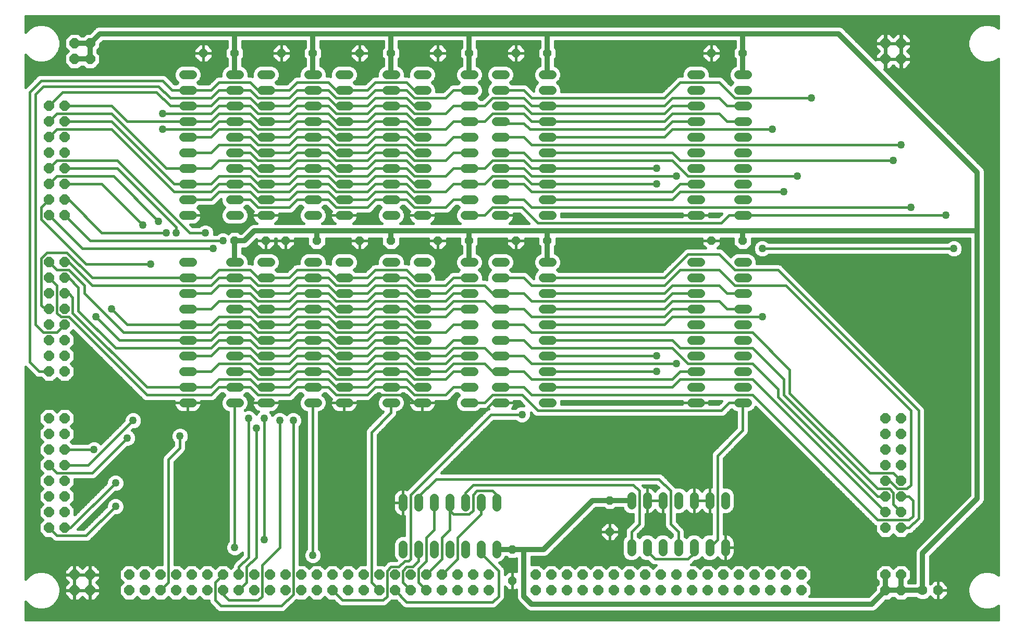
<source format=gbl>
G75*
%MOIN*%
%OFA0B0*%
%FSLAX24Y24*%
%IPPOS*%
%LPD*%
%AMOC8*
5,1,8,0,0,1.08239X$1,22.5*
%
%ADD10C,0.0560*%
%ADD11OC8,0.0560*%
%ADD12OC8,0.0640*%
%ADD13OC8,0.0630*%
%ADD14C,0.0630*%
%ADD15C,0.0160*%
%ADD16C,0.0500*%
%ADD17C,0.0320*%
D10*
X014360Y018265D02*
X014920Y018265D01*
X014920Y019265D02*
X014360Y019265D01*
X014360Y020265D02*
X014920Y020265D01*
X014920Y021265D02*
X014360Y021265D01*
X014360Y022265D02*
X014920Y022265D01*
X014920Y023265D02*
X014360Y023265D01*
X014360Y024265D02*
X014920Y024265D01*
X014920Y025265D02*
X014360Y025265D01*
X014360Y026265D02*
X014920Y026265D01*
X014920Y027265D02*
X014360Y027265D01*
X017360Y027265D02*
X017920Y027265D01*
X017920Y026265D02*
X017360Y026265D01*
X017360Y025265D02*
X017920Y025265D01*
X017920Y024265D02*
X017360Y024265D01*
X017360Y023265D02*
X017920Y023265D01*
X017920Y022265D02*
X017360Y022265D01*
X017360Y021265D02*
X017920Y021265D01*
X017920Y020265D02*
X017360Y020265D01*
X017360Y019265D02*
X017920Y019265D01*
X017920Y018265D02*
X017360Y018265D01*
X019360Y018265D02*
X019920Y018265D01*
X019920Y019265D02*
X019360Y019265D01*
X019360Y020265D02*
X019920Y020265D01*
X019920Y021265D02*
X019360Y021265D01*
X019360Y022265D02*
X019920Y022265D01*
X019920Y023265D02*
X019360Y023265D01*
X019360Y024265D02*
X019920Y024265D01*
X019920Y025265D02*
X019360Y025265D01*
X019360Y026265D02*
X019920Y026265D01*
X019920Y027265D02*
X019360Y027265D01*
X022360Y027265D02*
X022920Y027265D01*
X022920Y026265D02*
X022360Y026265D01*
X022360Y025265D02*
X022920Y025265D01*
X022920Y024265D02*
X022360Y024265D01*
X022360Y023265D02*
X022920Y023265D01*
X022920Y022265D02*
X022360Y022265D01*
X022360Y021265D02*
X022920Y021265D01*
X022920Y020265D02*
X022360Y020265D01*
X022360Y019265D02*
X022920Y019265D01*
X022920Y018265D02*
X022360Y018265D01*
X024360Y018265D02*
X024920Y018265D01*
X024920Y019265D02*
X024360Y019265D01*
X024360Y020265D02*
X024920Y020265D01*
X024920Y021265D02*
X024360Y021265D01*
X024360Y022265D02*
X024920Y022265D01*
X024920Y023265D02*
X024360Y023265D01*
X024360Y024265D02*
X024920Y024265D01*
X024920Y025265D02*
X024360Y025265D01*
X024360Y026265D02*
X024920Y026265D01*
X024920Y027265D02*
X024360Y027265D01*
X027360Y027265D02*
X027920Y027265D01*
X027920Y026265D02*
X027360Y026265D01*
X027360Y025265D02*
X027920Y025265D01*
X027920Y024265D02*
X027360Y024265D01*
X027360Y023265D02*
X027920Y023265D01*
X027920Y022265D02*
X027360Y022265D01*
X027360Y021265D02*
X027920Y021265D01*
X027920Y020265D02*
X027360Y020265D01*
X027360Y019265D02*
X027920Y019265D01*
X027920Y018265D02*
X027360Y018265D01*
X029360Y018265D02*
X029920Y018265D01*
X029920Y019265D02*
X029360Y019265D01*
X029360Y020265D02*
X029920Y020265D01*
X029920Y021265D02*
X029360Y021265D01*
X029360Y022265D02*
X029920Y022265D01*
X029920Y023265D02*
X029360Y023265D01*
X029360Y024265D02*
X029920Y024265D01*
X029920Y025265D02*
X029360Y025265D01*
X029360Y026265D02*
X029920Y026265D01*
X029920Y027265D02*
X029360Y027265D01*
X032360Y027265D02*
X032920Y027265D01*
X032920Y026265D02*
X032360Y026265D01*
X032360Y025265D02*
X032920Y025265D01*
X032920Y024265D02*
X032360Y024265D01*
X032360Y023265D02*
X032920Y023265D01*
X032920Y022265D02*
X032360Y022265D01*
X032360Y021265D02*
X032920Y021265D01*
X032920Y020265D02*
X032360Y020265D01*
X032360Y019265D02*
X032920Y019265D01*
X032920Y018265D02*
X032360Y018265D01*
X034360Y018265D02*
X034920Y018265D01*
X034920Y019265D02*
X034360Y019265D01*
X034360Y020265D02*
X034920Y020265D01*
X034920Y021265D02*
X034360Y021265D01*
X034360Y022265D02*
X034920Y022265D01*
X034920Y023265D02*
X034360Y023265D01*
X034360Y024265D02*
X034920Y024265D01*
X034920Y025265D02*
X034360Y025265D01*
X034360Y026265D02*
X034920Y026265D01*
X034920Y027265D02*
X034360Y027265D01*
X037360Y027265D02*
X037920Y027265D01*
X037920Y026265D02*
X037360Y026265D01*
X037360Y025265D02*
X037920Y025265D01*
X037920Y024265D02*
X037360Y024265D01*
X037360Y023265D02*
X037920Y023265D01*
X037920Y022265D02*
X037360Y022265D01*
X037360Y021265D02*
X037920Y021265D01*
X037920Y020265D02*
X037360Y020265D01*
X037360Y019265D02*
X037920Y019265D01*
X037920Y018265D02*
X037360Y018265D01*
X043015Y012295D02*
X043015Y011735D01*
X044015Y011735D02*
X044015Y012295D01*
X045015Y012295D02*
X045015Y011735D01*
X046015Y011735D02*
X046015Y012295D01*
X047015Y012295D02*
X047015Y011735D01*
X048015Y011735D02*
X048015Y012295D01*
X049015Y012295D02*
X049015Y011735D01*
X049015Y009295D02*
X049015Y008735D01*
X048015Y008735D02*
X048015Y009295D01*
X047015Y009295D02*
X047015Y008735D01*
X046015Y008735D02*
X046015Y009295D01*
X045015Y009295D02*
X045015Y008735D01*
X044015Y008735D02*
X044015Y009295D01*
X043015Y009295D02*
X043015Y008735D01*
X034390Y008610D02*
X034390Y009170D01*
X033390Y009170D02*
X033390Y008610D01*
X032390Y008610D02*
X032390Y009170D01*
X031390Y009170D02*
X031390Y008610D01*
X030390Y008610D02*
X030390Y009170D01*
X029390Y009170D02*
X029390Y008610D01*
X028390Y008610D02*
X028390Y009170D01*
X028390Y011610D02*
X028390Y012170D01*
X029390Y012170D02*
X029390Y011610D01*
X030390Y011610D02*
X030390Y012170D01*
X031390Y012170D02*
X031390Y011610D01*
X032390Y011610D02*
X032390Y012170D01*
X033390Y012170D02*
X033390Y011610D01*
X034390Y011610D02*
X034390Y012170D01*
X046860Y018265D02*
X047420Y018265D01*
X047420Y019265D02*
X046860Y019265D01*
X046860Y020265D02*
X047420Y020265D01*
X047420Y021265D02*
X046860Y021265D01*
X046860Y022265D02*
X047420Y022265D01*
X047420Y023265D02*
X046860Y023265D01*
X046860Y024265D02*
X047420Y024265D01*
X047420Y025265D02*
X046860Y025265D01*
X046860Y026265D02*
X047420Y026265D01*
X047420Y027265D02*
X046860Y027265D01*
X049860Y027265D02*
X050420Y027265D01*
X050420Y026265D02*
X049860Y026265D01*
X049860Y025265D02*
X050420Y025265D01*
X050420Y024265D02*
X049860Y024265D01*
X049860Y023265D02*
X050420Y023265D01*
X050420Y022265D02*
X049860Y022265D01*
X049860Y021265D02*
X050420Y021265D01*
X050420Y020265D02*
X049860Y020265D01*
X049860Y019265D02*
X050420Y019265D01*
X050420Y018265D02*
X049860Y018265D01*
X049860Y030265D02*
X050420Y030265D01*
X050420Y031265D02*
X049860Y031265D01*
X049860Y032265D02*
X050420Y032265D01*
X050420Y033265D02*
X049860Y033265D01*
X049860Y034265D02*
X050420Y034265D01*
X050420Y035265D02*
X049860Y035265D01*
X049860Y036265D02*
X050420Y036265D01*
X050420Y037265D02*
X049860Y037265D01*
X049860Y038265D02*
X050420Y038265D01*
X050420Y039265D02*
X049860Y039265D01*
X047420Y039265D02*
X046860Y039265D01*
X046860Y038265D02*
X047420Y038265D01*
X047420Y037265D02*
X046860Y037265D01*
X046860Y036265D02*
X047420Y036265D01*
X047420Y035265D02*
X046860Y035265D01*
X046860Y034265D02*
X047420Y034265D01*
X047420Y033265D02*
X046860Y033265D01*
X046860Y032265D02*
X047420Y032265D01*
X047420Y031265D02*
X046860Y031265D01*
X046860Y030265D02*
X047420Y030265D01*
X037920Y030265D02*
X037360Y030265D01*
X037360Y031265D02*
X037920Y031265D01*
X037920Y032265D02*
X037360Y032265D01*
X037360Y033265D02*
X037920Y033265D01*
X037920Y034265D02*
X037360Y034265D01*
X037360Y035265D02*
X037920Y035265D01*
X037920Y036265D02*
X037360Y036265D01*
X037360Y037265D02*
X037920Y037265D01*
X037920Y038265D02*
X037360Y038265D01*
X037360Y039265D02*
X037920Y039265D01*
X034920Y039265D02*
X034360Y039265D01*
X032920Y039265D02*
X032360Y039265D01*
X032360Y038265D02*
X032920Y038265D01*
X032920Y037265D02*
X032360Y037265D01*
X032360Y036265D02*
X032920Y036265D01*
X032920Y035265D02*
X032360Y035265D01*
X032360Y034265D02*
X032920Y034265D01*
X032920Y033265D02*
X032360Y033265D01*
X032360Y032265D02*
X032920Y032265D01*
X032920Y031265D02*
X032360Y031265D01*
X032360Y030265D02*
X032920Y030265D01*
X034360Y030265D02*
X034920Y030265D01*
X034920Y031265D02*
X034360Y031265D01*
X034360Y032265D02*
X034920Y032265D01*
X034920Y033265D02*
X034360Y033265D01*
X034360Y034265D02*
X034920Y034265D01*
X034920Y035265D02*
X034360Y035265D01*
X034360Y036265D02*
X034920Y036265D01*
X034920Y037265D02*
X034360Y037265D01*
X034360Y038265D02*
X034920Y038265D01*
X029920Y038265D02*
X029360Y038265D01*
X029360Y037265D02*
X029920Y037265D01*
X029920Y036265D02*
X029360Y036265D01*
X029360Y035265D02*
X029920Y035265D01*
X029920Y034265D02*
X029360Y034265D01*
X029360Y033265D02*
X029920Y033265D01*
X029920Y032265D02*
X029360Y032265D01*
X029360Y031265D02*
X029920Y031265D01*
X029920Y030265D02*
X029360Y030265D01*
X027920Y030265D02*
X027360Y030265D01*
X027360Y031265D02*
X027920Y031265D01*
X027920Y032265D02*
X027360Y032265D01*
X027360Y033265D02*
X027920Y033265D01*
X027920Y034265D02*
X027360Y034265D01*
X027360Y035265D02*
X027920Y035265D01*
X027920Y036265D02*
X027360Y036265D01*
X027360Y037265D02*
X027920Y037265D01*
X027920Y038265D02*
X027360Y038265D01*
X027360Y039265D02*
X027920Y039265D01*
X029360Y039265D02*
X029920Y039265D01*
X024920Y039265D02*
X024360Y039265D01*
X022920Y039265D02*
X022360Y039265D01*
X022360Y038265D02*
X022920Y038265D01*
X022920Y037265D02*
X022360Y037265D01*
X022360Y036265D02*
X022920Y036265D01*
X022920Y035265D02*
X022360Y035265D01*
X022360Y034265D02*
X022920Y034265D01*
X022920Y033265D02*
X022360Y033265D01*
X022360Y032265D02*
X022920Y032265D01*
X022920Y031265D02*
X022360Y031265D01*
X022360Y030265D02*
X022920Y030265D01*
X024360Y030265D02*
X024920Y030265D01*
X024920Y031265D02*
X024360Y031265D01*
X024360Y032265D02*
X024920Y032265D01*
X024920Y033265D02*
X024360Y033265D01*
X024360Y034265D02*
X024920Y034265D01*
X024920Y035265D02*
X024360Y035265D01*
X024360Y036265D02*
X024920Y036265D01*
X024920Y037265D02*
X024360Y037265D01*
X024360Y038265D02*
X024920Y038265D01*
X019920Y038265D02*
X019360Y038265D01*
X019360Y037265D02*
X019920Y037265D01*
X019920Y036265D02*
X019360Y036265D01*
X019360Y035265D02*
X019920Y035265D01*
X019920Y034265D02*
X019360Y034265D01*
X019360Y033265D02*
X019920Y033265D01*
X019920Y032265D02*
X019360Y032265D01*
X019360Y031265D02*
X019920Y031265D01*
X019920Y030265D02*
X019360Y030265D01*
X017920Y030265D02*
X017360Y030265D01*
X017360Y031265D02*
X017920Y031265D01*
X017920Y032265D02*
X017360Y032265D01*
X017360Y033265D02*
X017920Y033265D01*
X017920Y034265D02*
X017360Y034265D01*
X017360Y035265D02*
X017920Y035265D01*
X017920Y036265D02*
X017360Y036265D01*
X017360Y037265D02*
X017920Y037265D01*
X017920Y038265D02*
X017360Y038265D01*
X017360Y039265D02*
X017920Y039265D01*
X019360Y039265D02*
X019920Y039265D01*
X014920Y039265D02*
X014360Y039265D01*
X014360Y038265D02*
X014920Y038265D01*
X014920Y037265D02*
X014360Y037265D01*
X014360Y036265D02*
X014920Y036265D01*
X014920Y035265D02*
X014360Y035265D01*
X014360Y034265D02*
X014920Y034265D01*
X014920Y033265D02*
X014360Y033265D01*
X014360Y032265D02*
X014920Y032265D01*
X014920Y031265D02*
X014360Y031265D01*
X014360Y030265D02*
X014920Y030265D01*
D11*
X017640Y028640D03*
X019640Y028640D03*
X020890Y028640D03*
X022890Y028640D03*
X025640Y028640D03*
X027640Y028640D03*
X030640Y028640D03*
X032640Y028640D03*
X035640Y028640D03*
X037640Y028640D03*
X048140Y028640D03*
X050140Y028640D03*
X050140Y040640D03*
X048140Y040640D03*
X037640Y040640D03*
X035640Y040640D03*
X032640Y040640D03*
X030640Y040640D03*
X027640Y040640D03*
X025640Y040640D03*
X022640Y040640D03*
X020640Y040640D03*
X017640Y040640D03*
X015640Y040640D03*
X041640Y012015D03*
X041640Y010015D03*
X035390Y008890D03*
X035390Y006890D03*
D12*
X033890Y007265D03*
X032890Y007265D03*
X032890Y006265D03*
X033890Y006265D03*
X031890Y006265D03*
X030890Y006265D03*
X029890Y006265D03*
X029890Y007265D03*
X030890Y007265D03*
X031890Y007265D03*
X028890Y007265D03*
X027890Y007265D03*
X027890Y006265D03*
X028890Y006265D03*
X026890Y006265D03*
X025890Y006265D03*
X024890Y006265D03*
X024890Y007265D03*
X025890Y007265D03*
X026890Y007265D03*
X023890Y007265D03*
X022890Y007265D03*
X022890Y006265D03*
X023890Y006265D03*
X021890Y006265D03*
X020890Y006265D03*
X019890Y006265D03*
X019890Y007265D03*
X020890Y007265D03*
X021890Y007265D03*
X018890Y007265D03*
X017890Y007265D03*
X017890Y006265D03*
X018890Y006265D03*
X016890Y006265D03*
X015890Y006265D03*
X015890Y007265D03*
X016890Y007265D03*
X014890Y007265D03*
X013890Y007265D03*
X012890Y007265D03*
X012890Y006265D03*
X013890Y006265D03*
X014890Y006265D03*
X011890Y006265D03*
X010890Y006265D03*
X010890Y007265D03*
X011890Y007265D03*
X008390Y007265D03*
X007390Y007265D03*
X007390Y006265D03*
X008390Y006265D03*
X006765Y010265D03*
X005765Y010265D03*
X005765Y011265D03*
X006765Y011265D03*
X006765Y012265D03*
X005765Y012265D03*
X005765Y013265D03*
X006765Y013265D03*
X006765Y014265D03*
X005765Y014265D03*
X005765Y015265D03*
X006765Y015265D03*
X006765Y016265D03*
X005765Y016265D03*
X005765Y017265D03*
X006765Y017265D03*
X006765Y020265D03*
X005765Y020265D03*
X005765Y021265D03*
X006765Y021265D03*
X006765Y022265D03*
X005765Y022265D03*
X005765Y023265D03*
X006765Y023265D03*
X006765Y024265D03*
X005765Y024265D03*
X005765Y025265D03*
X006765Y025265D03*
X006765Y026265D03*
X005765Y026265D03*
X005765Y027265D03*
X006765Y027265D03*
X006765Y030265D03*
X005765Y030265D03*
X005765Y031265D03*
X006765Y031265D03*
X006765Y032265D03*
X005765Y032265D03*
X005765Y033265D03*
X006765Y033265D03*
X006765Y034265D03*
X005765Y034265D03*
X005765Y035265D03*
X006765Y035265D03*
X006765Y036265D03*
X005765Y036265D03*
X005765Y037265D03*
X006765Y037265D03*
X007390Y040265D03*
X008390Y040265D03*
X008390Y041265D03*
X007390Y041265D03*
X036890Y007265D03*
X037890Y007265D03*
X038890Y007265D03*
X038890Y006265D03*
X037890Y006265D03*
X036890Y006265D03*
X039890Y006265D03*
X040890Y006265D03*
X040890Y007265D03*
X039890Y007265D03*
X041890Y007265D03*
X042890Y007265D03*
X043890Y007265D03*
X043890Y006265D03*
X042890Y006265D03*
X041890Y006265D03*
X044890Y006265D03*
X045890Y006265D03*
X045890Y007265D03*
X044890Y007265D03*
X046890Y007265D03*
X047890Y007265D03*
X048890Y007265D03*
X048890Y006265D03*
X047890Y006265D03*
X046890Y006265D03*
X049890Y006265D03*
X050890Y006265D03*
X050890Y007265D03*
X049890Y007265D03*
X051890Y007265D03*
X052890Y007265D03*
X052890Y006265D03*
X051890Y006265D03*
X053890Y006265D03*
X053890Y007265D03*
X059265Y007265D03*
X060265Y007265D03*
X060265Y006265D03*
X059265Y006265D03*
X059265Y010265D03*
X060265Y010265D03*
X060265Y011265D03*
X059265Y011265D03*
X059265Y012265D03*
X060265Y012265D03*
X060265Y013265D03*
X059265Y013265D03*
X059265Y014265D03*
X060265Y014265D03*
X060265Y015265D03*
X059265Y015265D03*
X059265Y016265D03*
X060265Y016265D03*
X060265Y017265D03*
X059265Y017265D03*
X059265Y040265D03*
X060265Y040265D03*
X060265Y041265D03*
X059265Y041265D03*
D13*
X062640Y006265D03*
D14*
X061640Y006265D03*
D15*
X004270Y005548D02*
X004270Y004395D01*
X066502Y004395D01*
X066502Y005282D01*
X066236Y005128D01*
X065926Y005045D01*
X065604Y005045D01*
X065294Y005128D01*
X065016Y005289D01*
X064789Y005516D01*
X064628Y005794D01*
X064545Y006104D01*
X064545Y006426D01*
X064628Y006736D01*
X064789Y007014D01*
X065016Y007241D01*
X065294Y007402D01*
X065604Y007485D01*
X065926Y007485D01*
X066236Y007402D01*
X066502Y007248D01*
X066502Y040282D01*
X066236Y040128D01*
X065926Y040045D01*
X065604Y040045D01*
X065294Y040128D01*
X065016Y040289D01*
X064789Y040516D01*
X064628Y040794D01*
X064545Y041104D01*
X060905Y041104D01*
X060905Y041000D02*
X060905Y041245D01*
X060285Y041245D01*
X060285Y041285D01*
X060905Y041285D01*
X060905Y041530D01*
X060530Y041905D01*
X060285Y041905D01*
X060285Y041285D01*
X060245Y041285D01*
X060245Y041905D01*
X060000Y041905D01*
X059765Y041670D01*
X059530Y041905D01*
X059285Y041905D01*
X059285Y041285D01*
X060245Y041285D01*
X060245Y041245D01*
X059905Y041245D01*
X059285Y041245D01*
X059285Y041285D01*
X059245Y041285D01*
X059245Y041905D01*
X059000Y041905D01*
X058625Y041530D01*
X058625Y041285D01*
X059245Y041285D01*
X059245Y041245D01*
X059285Y041245D01*
X059285Y040625D01*
X059285Y040285D01*
X059245Y040285D01*
X059245Y041245D01*
X058625Y041245D01*
X058625Y041000D01*
X058860Y040765D01*
X058625Y040530D01*
X058625Y040285D01*
X059245Y040285D01*
X059245Y040245D01*
X059285Y040245D01*
X059285Y040285D01*
X060245Y040285D01*
X060245Y041245D01*
X060285Y041245D01*
X060285Y040625D01*
X060285Y040285D01*
X060245Y040285D01*
X060245Y040245D01*
X059905Y040245D01*
X059285Y040245D01*
X059285Y039625D01*
X059530Y039625D01*
X059765Y039860D01*
X060000Y039625D01*
X060245Y039625D01*
X060245Y040245D01*
X060285Y040245D01*
X060285Y040285D01*
X060905Y040285D01*
X060905Y040530D01*
X060670Y040765D01*
X060905Y041000D01*
X060851Y040946D02*
X064588Y040946D01*
X064545Y041104D02*
X064545Y041426D01*
X064628Y041736D01*
X064789Y042014D01*
X065016Y042241D01*
X065294Y042402D01*
X065604Y042485D01*
X065926Y042485D01*
X066236Y042402D01*
X066502Y042248D01*
X066502Y043005D01*
X004270Y043005D01*
X004270Y041982D01*
X004289Y042014D01*
X004516Y042241D01*
X004794Y042402D01*
X005104Y042485D01*
X005426Y042485D01*
X005736Y042402D01*
X006014Y042241D01*
X006241Y042014D01*
X006402Y041736D01*
X006485Y041426D01*
X006485Y041104D01*
X006750Y041104D01*
X006750Y041000D02*
X006985Y040765D01*
X006750Y040530D01*
X006750Y040000D01*
X007125Y039625D01*
X007655Y039625D01*
X007815Y039785D01*
X007965Y039785D01*
X008125Y039625D01*
X008655Y039625D01*
X009030Y040000D01*
X009030Y040530D01*
X008870Y040690D01*
X008870Y040840D01*
X009030Y041000D01*
X009030Y041226D01*
X009214Y041410D01*
X017160Y041410D01*
X017160Y041009D01*
X017040Y040889D01*
X017040Y040391D01*
X017160Y040271D01*
X017160Y039832D01*
X017020Y039774D01*
X016851Y039605D01*
X016760Y039384D01*
X016760Y039165D01*
X016560Y039165D01*
X016413Y039104D01*
X016301Y038992D01*
X015974Y038665D01*
X015369Y038665D01*
X015269Y038765D01*
X015429Y038925D01*
X015520Y039146D01*
X015520Y039384D01*
X015429Y039605D01*
X015260Y039774D01*
X015039Y039865D01*
X014241Y039865D01*
X014020Y039774D01*
X013851Y039605D01*
X013760Y039384D01*
X013760Y039146D01*
X013851Y038925D01*
X014011Y038765D01*
X013911Y038665D01*
X013806Y038665D01*
X013354Y039117D01*
X013242Y039229D01*
X013095Y039290D01*
X005185Y039290D01*
X005038Y039229D01*
X004288Y038479D01*
X004270Y038461D01*
X004270Y040548D01*
X004289Y040516D01*
X004516Y040289D01*
X004794Y040128D01*
X005104Y040045D01*
X005426Y040045D01*
X005736Y040128D01*
X006014Y040289D01*
X006241Y040516D01*
X006402Y040794D01*
X006485Y041104D01*
X006485Y041263D02*
X006750Y041263D01*
X006750Y041421D02*
X006485Y041421D01*
X006444Y041580D02*
X006799Y041580D01*
X006750Y041530D02*
X006750Y041000D01*
X006804Y040946D02*
X006442Y040946D01*
X006398Y040787D02*
X006963Y040787D01*
X006848Y040629D02*
X006306Y040629D01*
X006195Y040470D02*
X006750Y040470D01*
X006750Y040312D02*
X006037Y040312D01*
X005779Y040153D02*
X006750Y040153D01*
X006755Y039995D02*
X004270Y039995D01*
X004270Y040153D02*
X004751Y040153D01*
X004493Y040312D02*
X004270Y040312D01*
X004270Y040470D02*
X004335Y040470D01*
X004270Y039836D02*
X006914Y039836D01*
X007072Y039678D02*
X004270Y039678D01*
X004270Y039519D02*
X013816Y039519D01*
X013760Y039361D02*
X004270Y039361D01*
X004270Y039202D02*
X005011Y039202D01*
X004853Y039044D02*
X004270Y039044D01*
X004270Y038885D02*
X004694Y038885D01*
X004536Y038727D02*
X004270Y038727D01*
X004270Y038568D02*
X004377Y038568D01*
X004515Y038140D02*
X004515Y020890D01*
X005140Y020265D01*
X005765Y020265D01*
X006265Y019860D02*
X006500Y019625D01*
X007030Y019625D01*
X007405Y020000D01*
X007405Y020530D01*
X007170Y020765D01*
X007405Y021000D01*
X007405Y021530D01*
X007170Y021765D01*
X007405Y022000D01*
X007405Y022530D01*
X007170Y022765D01*
X007310Y022905D01*
X011676Y018538D01*
X011788Y018426D01*
X011935Y018365D01*
X013768Y018365D01*
X013760Y018312D01*
X013760Y018265D01*
X014640Y018265D01*
X015520Y018265D01*
X015520Y018312D01*
X015512Y018365D01*
X016220Y018365D01*
X016367Y018426D01*
X016806Y018865D01*
X016911Y018865D01*
X017011Y018765D01*
X016851Y018605D01*
X016760Y018384D01*
X016760Y018146D01*
X016851Y017925D01*
X017020Y017756D01*
X017240Y017665D01*
X017240Y009421D01*
X017157Y009338D01*
X017070Y009128D01*
X017070Y008902D01*
X017157Y008692D01*
X017317Y008532D01*
X017527Y008445D01*
X017753Y008445D01*
X017963Y008532D01*
X018115Y008684D01*
X018115Y008556D01*
X017663Y008104D01*
X017551Y007992D01*
X017490Y007845D01*
X017490Y007770D01*
X017390Y007670D01*
X017155Y007905D01*
X016625Y007905D01*
X016390Y007670D01*
X016155Y007905D01*
X015625Y007905D01*
X015390Y007670D01*
X015155Y007905D01*
X014625Y007905D01*
X014390Y007670D01*
X014155Y007905D01*
X013790Y007905D01*
X013790Y014474D01*
X014367Y015051D01*
X014479Y015163D01*
X014540Y015310D01*
X014540Y015734D01*
X014623Y015817D01*
X014710Y016027D01*
X014710Y016253D01*
X014623Y016463D01*
X014463Y016623D01*
X014253Y016710D01*
X014027Y016710D01*
X013817Y016623D01*
X013657Y016463D01*
X013570Y016253D01*
X013570Y016027D01*
X013657Y015817D01*
X013740Y015734D01*
X013740Y015556D01*
X013051Y014867D01*
X012990Y014720D01*
X012990Y007905D01*
X012625Y007905D01*
X012390Y007670D01*
X012155Y007905D01*
X011625Y007905D01*
X011390Y007670D01*
X011155Y007905D01*
X010625Y007905D01*
X010250Y007530D01*
X010250Y007000D01*
X010485Y006765D01*
X010250Y006530D01*
X010250Y006000D01*
X010625Y005625D01*
X011155Y005625D01*
X011390Y005860D01*
X011625Y005625D01*
X012155Y005625D01*
X012390Y005860D01*
X012625Y005625D01*
X013155Y005625D01*
X013390Y005860D01*
X013625Y005625D01*
X014155Y005625D01*
X014390Y005860D01*
X014625Y005625D01*
X015155Y005625D01*
X015390Y005860D01*
X015625Y005625D01*
X015990Y005625D01*
X015990Y005560D01*
X016051Y005413D01*
X016163Y005301D01*
X016538Y004926D01*
X016685Y004865D01*
X020720Y004865D01*
X020867Y004926D01*
X020979Y005038D01*
X021595Y005655D01*
X021625Y005625D01*
X022155Y005625D01*
X022390Y005860D01*
X022625Y005625D01*
X023155Y005625D01*
X023390Y005860D01*
X023625Y005625D01*
X023964Y005625D01*
X024288Y005301D01*
X024435Y005240D01*
X027220Y005240D01*
X027367Y005301D01*
X027479Y005413D01*
X027691Y005625D01*
X027964Y005625D01*
X028301Y005288D01*
X028413Y005176D01*
X028560Y005115D01*
X034220Y005115D01*
X034367Y005176D01*
X034742Y005551D01*
X034854Y005663D01*
X034915Y005810D01*
X034915Y006516D01*
X035141Y006290D01*
X035390Y006290D01*
X035639Y006290D01*
X035660Y006311D01*
X035660Y005795D01*
X035733Y005618D01*
X035868Y005483D01*
X035868Y005483D01*
X036368Y004983D01*
X036545Y004910D01*
X058485Y004910D01*
X058662Y004983D01*
X059304Y005625D01*
X059530Y005625D01*
X059690Y005785D01*
X059840Y005785D01*
X060000Y005625D01*
X060530Y005625D01*
X060690Y005785D01*
X061222Y005785D01*
X061280Y005727D01*
X061514Y005630D01*
X061766Y005630D01*
X062000Y005727D01*
X062140Y005867D01*
X062377Y005630D01*
X062640Y005630D01*
X062903Y005630D01*
X063275Y006002D01*
X063275Y006265D01*
X063275Y006528D01*
X062903Y006900D01*
X062640Y006900D01*
X062640Y006265D01*
X062640Y006265D01*
X063275Y006265D01*
X062640Y006265D01*
X062640Y006265D01*
X062640Y006900D01*
X062377Y006900D01*
X062140Y006663D01*
X062120Y006683D01*
X062120Y008441D01*
X065547Y011868D01*
X065620Y012045D01*
X065620Y033110D01*
X065547Y033287D01*
X059209Y039625D01*
X059245Y039625D01*
X059245Y040245D01*
X058625Y040245D01*
X058625Y040209D01*
X056537Y042297D01*
X056360Y042370D01*
X008920Y042370D01*
X008743Y042297D01*
X008351Y041905D01*
X008125Y041905D01*
X007965Y041745D01*
X007815Y041745D01*
X007655Y041905D01*
X007125Y041905D01*
X006750Y041530D01*
X006958Y041738D02*
X006401Y041738D01*
X006309Y041897D02*
X007116Y041897D01*
X007664Y041897D02*
X008116Y041897D01*
X008501Y042055D02*
X006200Y042055D01*
X006042Y042214D02*
X008660Y042214D01*
X009066Y041263D02*
X017160Y041263D01*
X017160Y041104D02*
X016024Y041104D01*
X015889Y041240D02*
X016240Y040889D01*
X016240Y040640D01*
X015640Y040640D01*
X015640Y040640D01*
X015640Y040640D01*
X015640Y041240D01*
X015889Y041240D01*
X015640Y041240D02*
X015391Y041240D01*
X015040Y040889D01*
X015040Y040640D01*
X015640Y040640D01*
X016240Y040640D01*
X016240Y040391D01*
X015889Y040040D01*
X015640Y040040D01*
X015640Y040640D01*
X015640Y040640D01*
X015640Y040640D01*
X015640Y041240D01*
X015640Y041104D02*
X015640Y041104D01*
X015640Y040946D02*
X015640Y040946D01*
X015640Y040787D02*
X015640Y040787D01*
X015640Y040640D02*
X015040Y040640D01*
X015040Y040391D01*
X015391Y040040D01*
X015640Y040040D01*
X015640Y040640D01*
X015640Y040629D02*
X015640Y040629D01*
X015640Y040470D02*
X015640Y040470D01*
X015640Y040312D02*
X015640Y040312D01*
X015640Y040153D02*
X015640Y040153D01*
X016002Y040153D02*
X017160Y040153D01*
X017160Y039995D02*
X009025Y039995D01*
X009030Y040153D02*
X015278Y040153D01*
X015120Y040312D02*
X009030Y040312D01*
X009030Y040470D02*
X015040Y040470D01*
X015040Y040629D02*
X008932Y040629D01*
X008870Y040787D02*
X015040Y040787D01*
X015097Y040946D02*
X008976Y040946D01*
X009030Y041104D02*
X015256Y041104D01*
X016183Y040946D02*
X017097Y040946D01*
X017040Y040787D02*
X016240Y040787D01*
X016240Y040629D02*
X017040Y040629D01*
X017040Y040470D02*
X016240Y040470D01*
X016160Y040312D02*
X017120Y040312D01*
X017160Y039836D02*
X015109Y039836D01*
X015356Y039678D02*
X016924Y039678D01*
X016816Y039519D02*
X015464Y039519D01*
X015520Y039361D02*
X016760Y039361D01*
X016760Y039202D02*
X015520Y039202D01*
X015478Y039044D02*
X016353Y039044D01*
X016194Y038885D02*
X015389Y038885D01*
X015307Y038727D02*
X016036Y038727D01*
X016140Y038265D02*
X016640Y038765D01*
X018640Y038765D01*
X019140Y038265D01*
X019640Y038265D01*
X021140Y038265D01*
X021640Y038765D01*
X023640Y038765D01*
X024140Y038265D01*
X024640Y038265D01*
X026140Y038265D01*
X026640Y038765D01*
X028640Y038765D01*
X029140Y038265D01*
X029640Y038265D01*
X029140Y037765D02*
X031140Y037765D01*
X031640Y038265D01*
X032640Y038265D01*
X033269Y038765D02*
X033429Y038925D01*
X033520Y039146D01*
X033520Y039384D01*
X033429Y039605D01*
X033260Y039774D01*
X033120Y039832D01*
X033120Y040271D01*
X033240Y040391D01*
X033240Y040889D01*
X033120Y041009D01*
X033120Y041410D01*
X037160Y041410D01*
X037160Y041009D01*
X037040Y040889D01*
X037040Y040391D01*
X037160Y040271D01*
X037160Y039832D01*
X037020Y039774D01*
X036851Y039605D01*
X036760Y039384D01*
X036760Y039146D01*
X036851Y038925D01*
X037011Y038765D01*
X036851Y038605D01*
X036760Y038384D01*
X036760Y038211D01*
X036367Y038604D01*
X036220Y038665D01*
X035369Y038665D01*
X035269Y038765D01*
X035429Y038925D01*
X035520Y039146D01*
X035520Y039384D01*
X035429Y039605D01*
X035260Y039774D01*
X035039Y039865D01*
X034241Y039865D01*
X034020Y039774D01*
X033851Y039605D01*
X033760Y039384D01*
X033760Y039146D01*
X033851Y038925D01*
X034011Y038765D01*
X033851Y038605D01*
X033760Y038384D01*
X033760Y038146D01*
X033817Y038008D01*
X033801Y037992D01*
X033474Y037665D01*
X033369Y037665D01*
X033269Y037765D01*
X033429Y037925D01*
X033520Y038146D01*
X033520Y038384D01*
X033429Y038605D01*
X033269Y038765D01*
X033307Y038727D02*
X033973Y038727D01*
X033891Y038885D02*
X033389Y038885D01*
X033478Y039044D02*
X033802Y039044D01*
X033760Y039202D02*
X033520Y039202D01*
X033520Y039361D02*
X033760Y039361D01*
X033816Y039519D02*
X033464Y039519D01*
X033356Y039678D02*
X033924Y039678D01*
X034171Y039836D02*
X033120Y039836D01*
X033120Y039995D02*
X037160Y039995D01*
X037160Y040153D02*
X036002Y040153D01*
X035889Y040040D02*
X036240Y040391D01*
X036240Y040640D01*
X036240Y040889D01*
X035889Y041240D01*
X035640Y041240D01*
X035640Y040640D01*
X036240Y040640D01*
X035640Y040640D01*
X035640Y040640D01*
X035640Y040640D01*
X035640Y040040D01*
X035889Y040040D01*
X035640Y040040D02*
X035640Y040640D01*
X035640Y040640D01*
X035640Y040640D01*
X035040Y040640D01*
X035040Y040889D01*
X035391Y041240D01*
X035640Y041240D01*
X035640Y040640D01*
X035040Y040640D01*
X035040Y040391D01*
X035391Y040040D01*
X035640Y040040D01*
X035640Y040153D02*
X035640Y040153D01*
X035640Y040312D02*
X035640Y040312D01*
X035640Y040470D02*
X035640Y040470D01*
X035640Y040629D02*
X035640Y040629D01*
X035640Y040787D02*
X035640Y040787D01*
X035640Y040946D02*
X035640Y040946D01*
X035640Y041104D02*
X035640Y041104D01*
X036024Y041104D02*
X037160Y041104D01*
X037160Y041263D02*
X033120Y041263D01*
X033120Y041104D02*
X035256Y041104D01*
X035097Y040946D02*
X033183Y040946D01*
X033240Y040787D02*
X035040Y040787D01*
X035040Y040629D02*
X033240Y040629D01*
X033240Y040470D02*
X035040Y040470D01*
X035120Y040312D02*
X033160Y040312D01*
X033120Y040153D02*
X035278Y040153D01*
X035109Y039836D02*
X037160Y039836D01*
X036924Y039678D02*
X035356Y039678D01*
X035464Y039519D02*
X036816Y039519D01*
X036760Y039361D02*
X035520Y039361D01*
X035520Y039202D02*
X036760Y039202D01*
X036802Y039044D02*
X035478Y039044D01*
X035389Y038885D02*
X036891Y038885D01*
X036973Y038727D02*
X035307Y038727D01*
X034640Y038265D02*
X036140Y038265D01*
X036640Y037765D01*
X045140Y037765D01*
X046140Y038765D01*
X048640Y038765D01*
X049640Y037765D01*
X054515Y037765D01*
X052015Y035765D02*
X050765Y035765D01*
X050265Y035765D01*
X045640Y035765D01*
X045140Y035265D01*
X037640Y035265D01*
X037640Y036265D02*
X036640Y036265D01*
X036140Y036765D01*
X034140Y036765D01*
X033640Y036265D01*
X032640Y036265D01*
X031640Y036265D01*
X031140Y035765D01*
X029140Y035765D01*
X028640Y036265D01*
X027640Y036265D01*
X026640Y036265D01*
X026140Y035765D01*
X024140Y035765D01*
X023640Y036265D01*
X022640Y036265D01*
X021640Y036265D01*
X021140Y035765D01*
X019140Y035765D01*
X018640Y036265D01*
X017640Y036265D01*
X016640Y036265D01*
X016140Y035765D01*
X013015Y035765D01*
X013015Y036765D02*
X016140Y036765D01*
X016640Y037265D01*
X017640Y037265D01*
X018640Y037265D01*
X019140Y036765D01*
X021140Y036765D01*
X021640Y037265D01*
X022640Y037265D01*
X023640Y037265D01*
X024140Y036765D01*
X026140Y036765D01*
X026640Y037265D01*
X027640Y037265D01*
X028640Y037265D01*
X029140Y036765D01*
X031140Y036765D01*
X031640Y037265D01*
X032640Y037265D01*
X033640Y037265D01*
X034140Y037765D01*
X036140Y037765D01*
X036640Y037265D01*
X037640Y037265D01*
X045140Y037265D01*
X045640Y037765D01*
X048640Y037765D01*
X049140Y037265D01*
X050140Y037265D01*
X050140Y036265D02*
X049140Y036265D01*
X048640Y036765D01*
X045640Y036765D01*
X045140Y036265D01*
X037640Y036265D01*
X036640Y036765D02*
X045140Y036765D01*
X045640Y037265D01*
X047140Y037265D01*
X047140Y036265D02*
X045640Y036265D01*
X045140Y035765D01*
X036515Y035765D01*
X036140Y036140D01*
X034765Y036140D01*
X034640Y036265D01*
X034640Y035265D02*
X036140Y035265D01*
X036640Y034765D01*
X057515Y034765D01*
X058640Y034765D01*
X060265Y034765D01*
X059765Y033765D02*
X050765Y033765D01*
X050515Y033765D01*
X046140Y033765D01*
X045640Y034265D01*
X037640Y034265D01*
X037640Y033265D02*
X036640Y033265D01*
X036140Y033765D01*
X034140Y033765D01*
X033640Y033265D01*
X032640Y033265D01*
X031640Y033265D01*
X031140Y032765D01*
X029140Y032765D01*
X028640Y033265D01*
X027640Y033265D01*
X026640Y033265D01*
X026140Y032765D01*
X024140Y032765D01*
X023640Y033265D01*
X022640Y033265D01*
X021640Y033265D01*
X021140Y032765D01*
X019140Y032765D01*
X018640Y033265D01*
X017640Y033265D01*
X016640Y032765D02*
X018640Y032765D01*
X019140Y032265D01*
X019640Y032265D01*
X021140Y032265D01*
X021640Y032765D01*
X023640Y032765D01*
X024140Y032265D01*
X024640Y032265D01*
X026140Y032265D01*
X026640Y032765D01*
X028640Y032765D01*
X029140Y032265D01*
X029640Y032265D01*
X029140Y031765D02*
X031140Y031765D01*
X031640Y032265D01*
X032640Y032265D01*
X033640Y032265D01*
X034140Y032765D01*
X036140Y032765D01*
X036640Y032265D01*
X037640Y032265D01*
X044640Y032265D01*
X044640Y033265D02*
X037640Y033265D01*
X036640Y032765D02*
X045890Y032765D01*
X046140Y032265D02*
X047140Y032265D01*
X046640Y032765D02*
X050640Y032765D01*
X051140Y032765D01*
X053640Y032765D01*
X052765Y031765D02*
X050765Y031765D01*
X050515Y031765D01*
X046140Y031765D01*
X045640Y031265D01*
X037640Y031265D01*
X036640Y030765D02*
X060890Y030765D01*
X063140Y030265D02*
X050140Y030265D01*
X049265Y030265D01*
X048765Y029765D01*
X037015Y029765D01*
X036015Y030765D01*
X034140Y030765D01*
X033640Y030265D01*
X032640Y030265D01*
X032011Y030765D02*
X031851Y030605D01*
X031760Y030384D01*
X031760Y030146D01*
X031851Y029925D01*
X032020Y029756D01*
X032048Y029745D01*
X030221Y029745D01*
X030234Y029752D01*
X030311Y029807D01*
X030378Y029874D01*
X030433Y029951D01*
X030476Y030035D01*
X030505Y030124D01*
X030520Y030218D01*
X030520Y030265D01*
X030520Y030312D01*
X030512Y030365D01*
X031220Y030365D01*
X031367Y030426D01*
X031806Y030865D01*
X031911Y030865D01*
X032011Y030765D01*
X031975Y030802D02*
X031742Y030802D01*
X031890Y030643D02*
X031584Y030643D01*
X031425Y030485D02*
X031802Y030485D01*
X031760Y030326D02*
X030518Y030326D01*
X030520Y030265D02*
X029640Y030265D01*
X029640Y030265D01*
X029640Y030265D01*
X028760Y030265D01*
X028760Y030312D01*
X028775Y030405D01*
X028804Y030495D01*
X028817Y030522D01*
X028801Y030538D01*
X028474Y030865D01*
X028369Y030865D01*
X028269Y030765D01*
X028429Y030605D01*
X028520Y030384D01*
X028520Y030146D01*
X028429Y029925D01*
X028260Y029756D01*
X028232Y029745D01*
X029059Y029745D01*
X029046Y029752D01*
X028969Y029807D01*
X028902Y029874D01*
X028847Y029951D01*
X028804Y030035D01*
X028775Y030124D01*
X028760Y030218D01*
X028760Y030265D01*
X029640Y030265D01*
X030520Y030265D01*
X030512Y030168D02*
X031760Y030168D01*
X031817Y030009D02*
X030463Y030009D01*
X030354Y029851D02*
X031926Y029851D01*
X031140Y030765D02*
X031640Y031265D01*
X032640Y031265D01*
X034640Y031265D02*
X036140Y031265D01*
X036640Y030765D01*
X035888Y030326D02*
X035518Y030326D01*
X035520Y030312D02*
X035512Y030365D01*
X035849Y030365D01*
X036469Y029745D01*
X035221Y029745D01*
X035234Y029752D01*
X035311Y029807D01*
X035378Y029874D01*
X035433Y029951D01*
X035476Y030035D01*
X035505Y030124D01*
X035520Y030218D01*
X035520Y030265D01*
X035520Y030312D01*
X035520Y030265D02*
X034640Y030265D01*
X034640Y030265D01*
X035520Y030265D01*
X035512Y030168D02*
X036047Y030168D01*
X036205Y030009D02*
X035463Y030009D01*
X035354Y029851D02*
X036364Y029851D01*
X036240Y028785D02*
X037040Y028785D01*
X037040Y028391D01*
X037160Y028271D01*
X037160Y027832D01*
X037020Y027774D01*
X036851Y027605D01*
X036760Y027384D01*
X036760Y027146D01*
X036851Y026925D01*
X037011Y026765D01*
X036851Y026605D01*
X036760Y026384D01*
X036760Y026211D01*
X036367Y026604D01*
X036220Y026665D01*
X035369Y026665D01*
X035269Y026765D01*
X035429Y026925D01*
X035520Y027146D01*
X035520Y027384D01*
X035429Y027605D01*
X035260Y027774D01*
X035039Y027865D01*
X034241Y027865D01*
X034020Y027774D01*
X033851Y027605D01*
X033760Y027384D01*
X033760Y027146D01*
X033851Y026925D01*
X034011Y026765D01*
X033851Y026605D01*
X033760Y026384D01*
X033760Y026148D01*
X033720Y026165D01*
X033520Y026165D01*
X033520Y026384D01*
X033429Y026605D01*
X033269Y026765D01*
X033429Y026925D01*
X033520Y027146D01*
X033520Y027384D01*
X033429Y027605D01*
X033260Y027774D01*
X033120Y027832D01*
X033120Y028271D01*
X033240Y028391D01*
X033240Y028785D01*
X035040Y028785D01*
X035040Y028640D01*
X035640Y028640D01*
X036240Y028640D01*
X036240Y028785D01*
X036240Y028741D02*
X037040Y028741D01*
X037040Y028583D02*
X036240Y028583D01*
X036240Y028640D02*
X035640Y028640D01*
X035640Y028640D01*
X035640Y028040D01*
X035889Y028040D01*
X036240Y028391D01*
X036240Y028640D01*
X036240Y028424D02*
X037040Y028424D01*
X037160Y028266D02*
X036114Y028266D01*
X035956Y028107D02*
X037160Y028107D01*
X037160Y027949D02*
X033120Y027949D01*
X033120Y028107D02*
X035324Y028107D01*
X035391Y028040D02*
X035640Y028040D01*
X035640Y028640D01*
X035640Y028640D01*
X035640Y028640D01*
X035040Y028640D01*
X035040Y028391D01*
X035391Y028040D01*
X035640Y028107D02*
X035640Y028107D01*
X035640Y028266D02*
X035640Y028266D01*
X035640Y028424D02*
X035640Y028424D01*
X035640Y028583D02*
X035640Y028583D01*
X035166Y028266D02*
X033120Y028266D01*
X033240Y028424D02*
X035040Y028424D01*
X035040Y028583D02*
X033240Y028583D01*
X033240Y028741D02*
X035040Y028741D01*
X035220Y027790D02*
X037060Y027790D01*
X036878Y027632D02*
X035402Y027632D01*
X035483Y027473D02*
X036797Y027473D01*
X036760Y027315D02*
X035520Y027315D01*
X035520Y027156D02*
X036760Y027156D01*
X036821Y026998D02*
X035459Y026998D01*
X035343Y026839D02*
X036937Y026839D01*
X036927Y026681D02*
X035353Y026681D01*
X034640Y026265D02*
X036140Y026265D01*
X036640Y025765D01*
X045140Y025765D01*
X046140Y026765D01*
X048640Y026765D01*
X049640Y025765D01*
X052890Y025765D01*
X060890Y017765D01*
X060890Y013015D01*
X060640Y012765D01*
X060015Y012765D01*
X059515Y013265D01*
X059265Y013265D01*
X059765Y013765D02*
X058265Y013765D01*
X053140Y018890D01*
X053140Y020390D01*
X050765Y022765D01*
X036640Y022765D01*
X036140Y023265D01*
X034640Y023265D01*
X034640Y022265D02*
X036140Y022265D01*
X036640Y021765D01*
X045640Y021765D01*
X046640Y020765D01*
X050765Y020765D01*
X052390Y019140D01*
X052390Y018640D01*
X058765Y012265D01*
X059265Y012265D01*
X059515Y012765D02*
X058765Y012765D01*
X052765Y018765D01*
X052765Y019765D01*
X050765Y021765D01*
X046140Y021765D01*
X045640Y022265D01*
X037640Y022265D01*
X037640Y023265D02*
X045140Y023265D01*
X045640Y023765D01*
X051390Y023765D01*
X050140Y024265D02*
X049140Y024265D01*
X048640Y024765D01*
X045640Y024765D01*
X045140Y024265D01*
X037640Y024265D01*
X037640Y025265D02*
X045140Y025265D01*
X045640Y025765D01*
X048640Y025765D01*
X049140Y025265D01*
X050140Y025265D01*
X049640Y026765D02*
X050890Y026765D01*
X051140Y026765D01*
X052390Y026765D01*
X061390Y017765D01*
X061390Y010890D01*
X060765Y010265D01*
X060265Y010265D01*
X059765Y009860D02*
X059530Y009625D01*
X059000Y009625D01*
X058625Y010000D01*
X058625Y010390D01*
X058538Y010426D01*
X050961Y018003D01*
X050929Y017925D01*
X050760Y017756D01*
X050540Y017665D01*
X050540Y016435D01*
X050479Y016288D01*
X050367Y016176D01*
X050367Y016176D01*
X048915Y014724D01*
X048915Y012895D01*
X049134Y012895D01*
X049355Y012804D01*
X049524Y012635D01*
X049615Y012414D01*
X049615Y011616D01*
X049524Y011395D01*
X049355Y011226D01*
X049134Y011135D01*
X048915Y011135D01*
X048915Y009887D01*
X048968Y009895D01*
X049015Y009895D01*
X049015Y009015D01*
X049015Y009015D01*
X049615Y009015D01*
X049615Y009342D01*
X049600Y009435D01*
X049571Y009525D01*
X049528Y009609D01*
X049473Y009686D01*
X049406Y009753D01*
X049329Y009808D01*
X049245Y009851D01*
X049155Y009880D01*
X049062Y009895D01*
X049015Y009895D01*
X049015Y009015D01*
X049015Y009015D01*
X049615Y009015D01*
X049615Y008688D01*
X049600Y008594D01*
X049571Y008505D01*
X049528Y008421D01*
X049473Y008344D01*
X049406Y008277D01*
X049329Y008222D01*
X049245Y008179D01*
X049155Y008150D01*
X049062Y008135D01*
X049015Y008135D01*
X049015Y009015D01*
X049015Y009015D01*
X049015Y008135D01*
X048968Y008135D01*
X048874Y008150D01*
X048785Y008179D01*
X048701Y008222D01*
X048624Y008277D01*
X048557Y008344D01*
X048522Y008393D01*
X048355Y008226D01*
X048134Y008135D01*
X047896Y008135D01*
X047675Y008226D01*
X047515Y008386D01*
X047355Y008226D01*
X047134Y008135D01*
X047076Y008135D01*
X046867Y007926D01*
X046816Y007905D01*
X047155Y007905D01*
X047390Y007670D01*
X047625Y007905D01*
X048155Y007905D01*
X048390Y007670D01*
X048625Y007905D01*
X049155Y007905D01*
X049390Y007670D01*
X049625Y007905D01*
X050155Y007905D01*
X050390Y007670D01*
X050625Y007905D01*
X051155Y007905D01*
X051390Y007670D01*
X051625Y007905D01*
X052155Y007905D01*
X052390Y007670D01*
X052625Y007905D01*
X053155Y007905D01*
X053390Y007670D01*
X053625Y007905D01*
X054155Y007905D01*
X054530Y007530D01*
X054530Y007000D01*
X054295Y006765D01*
X054530Y006530D01*
X054530Y006000D01*
X054400Y005870D01*
X058191Y005870D01*
X058625Y006304D01*
X058625Y006530D01*
X058785Y006690D01*
X058785Y006840D01*
X058625Y007000D01*
X058625Y007530D01*
X059000Y007905D01*
X059530Y007905D01*
X059765Y007670D01*
X060000Y007905D01*
X060530Y007905D01*
X060905Y007530D01*
X060905Y007000D01*
X060745Y006840D01*
X060745Y006745D01*
X061160Y006745D01*
X061160Y008735D01*
X061233Y008912D01*
X061368Y009047D01*
X064660Y012339D01*
X064660Y028785D01*
X050740Y028785D01*
X050740Y028391D01*
X050389Y028040D01*
X049891Y028040D01*
X049540Y028391D01*
X049540Y028785D01*
X048740Y028785D01*
X048740Y028640D01*
X048140Y028640D01*
X048140Y028640D01*
X048140Y028640D01*
X047540Y028640D01*
X047540Y028785D01*
X038240Y028785D01*
X038240Y028391D01*
X038120Y028271D01*
X038120Y027832D01*
X038260Y027774D01*
X038429Y027605D01*
X038520Y027384D01*
X038520Y027146D01*
X038429Y026925D01*
X038269Y026765D01*
X038369Y026665D01*
X044974Y026665D01*
X046301Y027992D01*
X046413Y028104D01*
X046560Y028165D01*
X047766Y028165D01*
X047540Y028391D01*
X047540Y028640D01*
X048140Y028640D01*
X048740Y028640D01*
X048740Y028391D01*
X048514Y028165D01*
X048720Y028165D01*
X048867Y028104D01*
X049359Y027612D01*
X049520Y027774D01*
X049741Y027865D01*
X050539Y027865D01*
X050760Y027774D01*
X050929Y027605D01*
X051020Y027384D01*
X051020Y027165D01*
X052470Y027165D01*
X052617Y027104D01*
X052729Y026992D01*
X061729Y017992D01*
X061790Y017845D01*
X061790Y010810D01*
X061729Y010663D01*
X061617Y010551D01*
X060992Y009926D01*
X060845Y009865D01*
X060770Y009865D01*
X060530Y009625D01*
X060000Y009625D01*
X059765Y009860D01*
X059626Y009721D02*
X059904Y009721D01*
X060626Y009721D02*
X062042Y009721D01*
X061884Y009563D02*
X049552Y009563D01*
X049605Y009404D02*
X061725Y009404D01*
X061567Y009246D02*
X049615Y009246D01*
X049615Y009087D02*
X061408Y009087D01*
X061250Y008929D02*
X049615Y008929D01*
X049615Y008770D02*
X061174Y008770D01*
X061160Y008612D02*
X049603Y008612D01*
X049545Y008453D02*
X061160Y008453D01*
X061160Y008295D02*
X049423Y008295D01*
X049069Y008136D02*
X061160Y008136D01*
X061160Y007978D02*
X046918Y007978D01*
X047137Y008136D02*
X047893Y008136D01*
X048137Y008136D02*
X048961Y008136D01*
X049015Y008136D02*
X049015Y008136D01*
X049015Y008295D02*
X049015Y008295D01*
X049015Y008453D02*
X049015Y008453D01*
X049015Y008612D02*
X049015Y008612D01*
X049015Y008770D02*
X049015Y008770D01*
X049015Y008929D02*
X049015Y008929D01*
X049015Y009087D02*
X049015Y009087D01*
X049015Y009246D02*
X049015Y009246D01*
X049015Y009404D02*
X049015Y009404D01*
X049015Y009563D02*
X049015Y009563D01*
X049015Y009721D02*
X049015Y009721D01*
X049015Y009880D02*
X049015Y009880D01*
X049158Y009880D02*
X058745Y009880D01*
X058625Y010038D02*
X048915Y010038D01*
X048915Y010197D02*
X058625Y010197D01*
X058625Y010355D02*
X048915Y010355D01*
X048915Y010514D02*
X058451Y010514D01*
X058292Y010672D02*
X048915Y010672D01*
X048915Y010831D02*
X058134Y010831D01*
X057975Y010989D02*
X048915Y010989D01*
X049165Y011148D02*
X057817Y011148D01*
X057658Y011306D02*
X049435Y011306D01*
X049552Y011465D02*
X057500Y011465D01*
X057341Y011623D02*
X049615Y011623D01*
X049615Y011782D02*
X057183Y011782D01*
X057024Y011940D02*
X049615Y011940D01*
X049615Y012099D02*
X056866Y012099D01*
X056707Y012257D02*
X049615Y012257D01*
X049615Y012416D02*
X056549Y012416D01*
X056390Y012574D02*
X049549Y012574D01*
X049426Y012733D02*
X056232Y012733D01*
X056073Y012891D02*
X049144Y012891D01*
X048915Y013050D02*
X055915Y013050D01*
X055756Y013208D02*
X048915Y013208D01*
X048915Y013367D02*
X055598Y013367D01*
X055439Y013525D02*
X048915Y013525D01*
X048915Y013684D02*
X055281Y013684D01*
X055122Y013842D02*
X048915Y013842D01*
X048915Y014001D02*
X054964Y014001D01*
X054805Y014159D02*
X048915Y014159D01*
X048915Y014318D02*
X054647Y014318D01*
X054488Y014476D02*
X048915Y014476D01*
X048915Y014635D02*
X054330Y014635D01*
X054171Y014793D02*
X048984Y014793D01*
X049142Y014952D02*
X054013Y014952D01*
X053854Y015110D02*
X049301Y015110D01*
X049459Y015269D02*
X053696Y015269D01*
X053537Y015427D02*
X049618Y015427D01*
X049776Y015586D02*
X053379Y015586D01*
X053220Y015744D02*
X049935Y015744D01*
X050093Y015903D02*
X053062Y015903D01*
X052903Y016061D02*
X050252Y016061D01*
X050410Y016220D02*
X052745Y016220D01*
X052586Y016378D02*
X050516Y016378D01*
X050540Y016537D02*
X052428Y016537D01*
X052269Y016695D02*
X050540Y016695D01*
X050540Y016854D02*
X052111Y016854D01*
X051952Y017012D02*
X050540Y017012D01*
X050540Y017171D02*
X051794Y017171D01*
X051635Y017329D02*
X050540Y017329D01*
X050540Y017488D02*
X051477Y017488D01*
X051318Y017646D02*
X050540Y017646D01*
X050808Y017805D02*
X051160Y017805D01*
X051001Y017963D02*
X050944Y017963D01*
X050140Y018265D02*
X049265Y018265D01*
X048765Y017765D01*
X037015Y017765D01*
X036015Y018765D01*
X034140Y018765D01*
X033640Y018265D01*
X032640Y018265D01*
X032241Y017665D02*
X033039Y017665D01*
X033260Y017756D01*
X033369Y017865D01*
X033720Y017865D01*
X033865Y017925D01*
X033887Y017895D01*
X033788Y017854D01*
X033676Y017742D01*
X028647Y012713D01*
X028620Y012726D01*
X028530Y012755D01*
X028437Y012770D01*
X028390Y012770D01*
X028390Y011890D01*
X028390Y011890D01*
X028390Y011010D01*
X028437Y011010D01*
X028490Y011018D01*
X028490Y009770D01*
X028271Y009770D01*
X028050Y009679D01*
X027881Y009510D01*
X027790Y009289D01*
X027790Y008491D01*
X027881Y008270D01*
X027980Y008171D01*
X027974Y008165D01*
X027560Y008165D01*
X027413Y008104D01*
X027185Y007875D01*
X027155Y007905D01*
X026790Y007905D01*
X026790Y016224D01*
X027979Y017413D01*
X028040Y017560D01*
X028040Y017665D01*
X028260Y017756D01*
X028429Y017925D01*
X028520Y018146D01*
X028520Y018384D01*
X028429Y018605D01*
X028269Y018765D01*
X028369Y018865D01*
X028474Y018865D01*
X028801Y018538D01*
X028817Y018522D01*
X028804Y018495D01*
X028775Y018405D01*
X028760Y018312D01*
X028760Y018265D01*
X029640Y018265D01*
X031140Y018265D01*
X031765Y017640D01*
X033515Y017640D01*
X034140Y018265D01*
X034640Y018265D01*
X035520Y018265D01*
X035520Y018312D01*
X035512Y018365D01*
X035849Y018365D01*
X036130Y018084D01*
X036128Y018085D01*
X035902Y018085D01*
X035692Y017998D01*
X035609Y017915D01*
X035407Y017915D01*
X035433Y017951D01*
X035476Y018035D01*
X035505Y018124D01*
X035520Y018218D01*
X035520Y018265D01*
X034640Y018265D01*
X034640Y018265D01*
X035440Y017963D02*
X035657Y017963D01*
X035504Y018122D02*
X036093Y018122D01*
X035934Y018280D02*
X035520Y018280D01*
X036015Y017515D02*
X034015Y017515D01*
X028890Y012390D01*
X028890Y008265D01*
X028765Y008140D01*
X028515Y008140D01*
X028140Y007765D01*
X027640Y007765D01*
X027390Y007515D01*
X027390Y005890D01*
X027140Y005640D01*
X024515Y005640D01*
X023890Y006265D01*
X023491Y005759D02*
X023289Y005759D01*
X023989Y005600D02*
X021541Y005600D01*
X021382Y005442D02*
X024148Y005442D01*
X024332Y005283D02*
X021224Y005283D01*
X021065Y005125D02*
X028537Y005125D01*
X028306Y005283D02*
X027323Y005283D01*
X027507Y005442D02*
X028148Y005442D01*
X027989Y005600D02*
X027666Y005600D01*
X027890Y006265D02*
X028640Y005515D01*
X034140Y005515D01*
X034515Y005890D01*
X034515Y007515D01*
X033390Y008640D01*
X033390Y008890D01*
X034563Y008032D02*
X034730Y008101D01*
X034899Y008270D01*
X034957Y008410D01*
X035021Y008410D01*
X035141Y008290D01*
X035639Y008290D01*
X035660Y008311D01*
X035660Y007469D01*
X035639Y007490D01*
X035390Y007490D01*
X035390Y006890D01*
X035390Y006890D01*
X035390Y007490D01*
X035141Y007490D01*
X034915Y007264D01*
X034915Y007595D01*
X034854Y007742D01*
X034563Y008032D01*
X034618Y007978D02*
X035660Y007978D01*
X035660Y008136D02*
X034765Y008136D01*
X034909Y008295D02*
X035137Y008295D01*
X035643Y008295D02*
X035660Y008295D01*
X035660Y007819D02*
X034777Y007819D01*
X034888Y007661D02*
X035660Y007661D01*
X035660Y007502D02*
X034915Y007502D01*
X034915Y007344D02*
X034995Y007344D01*
X035390Y007344D02*
X035390Y007344D01*
X035390Y007185D02*
X035390Y007185D01*
X035390Y007027D02*
X035390Y007027D01*
X035390Y006890D02*
X035390Y006290D01*
X035390Y006890D01*
X035390Y006890D01*
X035390Y006868D02*
X035390Y006868D01*
X035390Y006710D02*
X035390Y006710D01*
X035390Y006551D02*
X035390Y006551D01*
X035390Y006393D02*
X035390Y006393D01*
X035660Y006234D02*
X034915Y006234D01*
X034915Y006076D02*
X035660Y006076D01*
X035660Y005917D02*
X034915Y005917D01*
X034893Y005759D02*
X035675Y005759D01*
X035751Y005600D02*
X034791Y005600D01*
X034632Y005442D02*
X035910Y005442D01*
X036068Y005283D02*
X034474Y005283D01*
X034243Y005125D02*
X036227Y005125D01*
X036409Y004966D02*
X020907Y004966D01*
X020640Y005265D02*
X016765Y005265D01*
X016390Y005640D01*
X016390Y006765D01*
X016890Y007265D01*
X016539Y007819D02*
X016241Y007819D01*
X015539Y007819D02*
X015241Y007819D01*
X014539Y007819D02*
X014241Y007819D01*
X013790Y007978D02*
X017545Y007978D01*
X017490Y007819D02*
X017241Y007819D01*
X017695Y008136D02*
X013790Y008136D01*
X013790Y008295D02*
X017854Y008295D01*
X017773Y008453D02*
X018012Y008453D01*
X018043Y008612D02*
X018115Y008612D01*
X018515Y008390D02*
X017890Y007765D01*
X017890Y007265D01*
X018390Y006765D02*
X017890Y006265D01*
X018390Y006765D02*
X018390Y007765D01*
X019015Y008390D01*
X019015Y016640D01*
X018515Y017265D02*
X018515Y008390D01*
X019390Y007890D02*
X020515Y009015D01*
X020515Y017140D01*
X020952Y017509D02*
X020838Y017623D01*
X020628Y017710D01*
X020402Y017710D01*
X020192Y017623D01*
X020045Y017476D01*
X019998Y017588D01*
X019921Y017665D01*
X019967Y017665D01*
X020060Y017680D01*
X020150Y017709D01*
X020234Y017752D01*
X020311Y017807D01*
X020378Y017874D01*
X020433Y017951D01*
X020476Y018035D01*
X020505Y018124D01*
X020520Y018218D01*
X020520Y018265D01*
X020520Y018312D01*
X020512Y018365D01*
X021220Y018365D01*
X021367Y018426D01*
X021806Y018865D01*
X021911Y018865D01*
X022011Y018765D01*
X021851Y018605D01*
X021760Y018384D01*
X021760Y018146D01*
X021851Y017925D01*
X022020Y017756D01*
X022240Y017665D01*
X022240Y008921D01*
X022157Y008838D01*
X022070Y008628D01*
X022070Y008402D01*
X022157Y008192D01*
X022317Y008032D01*
X022527Y007945D01*
X022753Y007945D01*
X022963Y008032D01*
X023123Y008192D01*
X023210Y008402D01*
X023210Y008628D01*
X023123Y008838D01*
X023040Y008921D01*
X023040Y017665D01*
X023260Y017756D01*
X023429Y017925D01*
X023520Y018146D01*
X023520Y018384D01*
X023429Y018605D01*
X023269Y018765D01*
X023369Y018865D01*
X023474Y018865D01*
X023801Y018538D01*
X023817Y018522D01*
X023804Y018495D01*
X023775Y018405D01*
X023760Y018312D01*
X023760Y018265D01*
X024640Y018265D01*
X026140Y018265D01*
X026640Y018765D01*
X028640Y018765D01*
X029140Y018265D01*
X029640Y018265D01*
X030520Y018265D01*
X030520Y018312D01*
X030512Y018365D01*
X031220Y018365D01*
X031367Y018426D01*
X031806Y018865D01*
X031911Y018865D01*
X032011Y018765D01*
X031851Y018605D01*
X031760Y018384D01*
X031760Y018146D01*
X031851Y017925D01*
X032020Y017756D01*
X032241Y017665D01*
X031972Y017805D02*
X030307Y017805D01*
X030311Y017807D02*
X030378Y017874D01*
X030433Y017951D01*
X030476Y018035D01*
X030505Y018124D01*
X030520Y018218D01*
X030520Y018265D01*
X029640Y018265D01*
X029640Y018265D01*
X029640Y017665D01*
X029967Y017665D01*
X030060Y017680D01*
X030150Y017709D01*
X030234Y017752D01*
X030311Y017807D01*
X030440Y017963D02*
X031836Y017963D01*
X031770Y018122D02*
X030504Y018122D01*
X030520Y018280D02*
X031760Y018280D01*
X031782Y018439D02*
X031379Y018439D01*
X031538Y018597D02*
X031848Y018597D01*
X031696Y018756D02*
X032002Y018756D01*
X031640Y019265D02*
X032640Y019265D01*
X032640Y020265D02*
X031640Y020265D01*
X031140Y019765D01*
X029140Y019765D01*
X028640Y020265D01*
X027640Y020265D01*
X026640Y020265D01*
X026140Y019765D01*
X024140Y019765D01*
X023640Y020265D01*
X022640Y020265D01*
X021640Y020265D01*
X021140Y019765D01*
X019140Y019765D01*
X018640Y020265D01*
X017640Y020265D01*
X016640Y019765D02*
X018640Y019765D01*
X019140Y019265D01*
X019640Y019265D01*
X021140Y019265D01*
X021640Y019765D01*
X023640Y019765D01*
X024140Y019265D01*
X024640Y019265D01*
X026140Y019265D01*
X026640Y019765D01*
X028640Y019765D01*
X029140Y019265D01*
X029640Y019265D01*
X029140Y018765D02*
X031140Y018765D01*
X031640Y019265D01*
X031140Y020265D02*
X031640Y020765D01*
X033640Y020765D01*
X034140Y020265D01*
X034640Y020265D01*
X036140Y020265D01*
X036640Y019765D01*
X045640Y019765D01*
X046140Y020265D01*
X047140Y020265D01*
X046140Y019765D02*
X050765Y019765D01*
X059265Y011265D01*
X058765Y010765D02*
X050765Y018765D01*
X036640Y018765D01*
X036140Y019265D01*
X034640Y019265D01*
X033739Y017805D02*
X033308Y017805D01*
X033580Y017646D02*
X028040Y017646D01*
X028010Y017488D02*
X033422Y017488D01*
X033263Y017329D02*
X027895Y017329D01*
X027736Y017171D02*
X033105Y017171D01*
X032946Y017012D02*
X027578Y017012D01*
X027419Y016854D02*
X032788Y016854D01*
X032629Y016695D02*
X027261Y016695D01*
X027102Y016537D02*
X032471Y016537D01*
X032312Y016378D02*
X026944Y016378D01*
X026790Y016220D02*
X032154Y016220D01*
X031995Y016061D02*
X026790Y016061D01*
X026790Y015903D02*
X031837Y015903D01*
X031678Y015744D02*
X026790Y015744D01*
X026790Y015586D02*
X031520Y015586D01*
X031361Y015427D02*
X026790Y015427D01*
X026790Y015269D02*
X031203Y015269D01*
X031044Y015110D02*
X026790Y015110D01*
X026790Y014952D02*
X030886Y014952D01*
X030727Y014793D02*
X026790Y014793D01*
X026790Y014635D02*
X030569Y014635D01*
X030410Y014476D02*
X026790Y014476D01*
X026790Y014318D02*
X030252Y014318D01*
X030093Y014159D02*
X026790Y014159D01*
X026790Y014001D02*
X029935Y014001D01*
X029776Y013842D02*
X026790Y013842D01*
X026790Y013684D02*
X029618Y013684D01*
X029459Y013525D02*
X026790Y013525D01*
X026790Y013367D02*
X029301Y013367D01*
X029142Y013208D02*
X026790Y013208D01*
X026790Y013050D02*
X028984Y013050D01*
X028825Y012891D02*
X026790Y012891D01*
X026790Y012733D02*
X028180Y012733D01*
X028160Y012726D02*
X028076Y012683D01*
X027999Y012628D01*
X027932Y012561D01*
X027877Y012484D01*
X027834Y012400D01*
X027805Y012310D01*
X027790Y012217D01*
X027790Y011890D01*
X028390Y011890D01*
X028390Y011890D01*
X028390Y011890D01*
X028390Y012770D01*
X028343Y012770D01*
X028249Y012755D01*
X028160Y012726D01*
X028390Y012733D02*
X028390Y012733D01*
X028390Y012574D02*
X028390Y012574D01*
X028390Y012416D02*
X028390Y012416D01*
X028390Y012257D02*
X028390Y012257D01*
X028390Y012099D02*
X028390Y012099D01*
X028390Y011940D02*
X028390Y011940D01*
X028390Y011890D02*
X027790Y011890D01*
X027790Y011563D01*
X027805Y011469D01*
X027834Y011380D01*
X027877Y011296D01*
X027932Y011219D01*
X027999Y011152D01*
X028076Y011097D01*
X028160Y011054D01*
X028249Y011025D01*
X028343Y011010D01*
X028390Y011010D01*
X028390Y011890D01*
X028390Y011782D02*
X028390Y011782D01*
X028390Y011623D02*
X028390Y011623D01*
X028390Y011465D02*
X028390Y011465D01*
X028390Y011306D02*
X028390Y011306D01*
X028390Y011148D02*
X028390Y011148D01*
X028490Y010989D02*
X026790Y010989D01*
X026790Y010831D02*
X028490Y010831D01*
X028490Y010672D02*
X026790Y010672D01*
X026790Y010514D02*
X028490Y010514D01*
X028490Y010355D02*
X026790Y010355D01*
X026790Y010197D02*
X028490Y010197D01*
X028490Y010038D02*
X026790Y010038D01*
X026790Y009880D02*
X028490Y009880D01*
X028152Y009721D02*
X026790Y009721D01*
X026790Y009563D02*
X027934Y009563D01*
X027837Y009404D02*
X026790Y009404D01*
X026790Y009246D02*
X027790Y009246D01*
X027790Y009087D02*
X026790Y009087D01*
X026790Y008929D02*
X027790Y008929D01*
X027790Y008770D02*
X026790Y008770D01*
X026790Y008612D02*
X027790Y008612D01*
X027806Y008453D02*
X026790Y008453D01*
X026790Y008295D02*
X027871Y008295D01*
X027490Y008136D02*
X026790Y008136D01*
X026790Y007978D02*
X027287Y007978D01*
X028390Y007515D02*
X028390Y006765D01*
X028890Y006265D01*
X029390Y006765D02*
X029390Y007640D01*
X029890Y008140D01*
X029890Y009640D01*
X030390Y010140D01*
X030390Y011890D01*
X029390Y011890D02*
X029390Y012265D01*
X030515Y013390D01*
X044765Y013390D01*
X045515Y012640D01*
X045515Y010515D01*
X046015Y010015D01*
X046015Y009015D01*
X046515Y009644D02*
X046415Y009744D01*
X046415Y010095D01*
X046354Y010242D01*
X046242Y010354D01*
X045915Y010681D01*
X045915Y011135D01*
X046134Y011135D01*
X046355Y011226D01*
X046522Y011393D01*
X046557Y011344D01*
X046624Y011277D01*
X046701Y011222D01*
X046785Y011179D01*
X046874Y011150D01*
X046968Y011135D01*
X047015Y011135D01*
X047062Y011135D01*
X047155Y011150D01*
X047245Y011179D01*
X047329Y011222D01*
X047406Y011277D01*
X047473Y011344D01*
X047515Y011402D01*
X047557Y011344D01*
X047624Y011277D01*
X047701Y011222D01*
X047785Y011179D01*
X047874Y011150D01*
X047968Y011135D01*
X048015Y011135D01*
X048062Y011135D01*
X048115Y011143D01*
X048115Y009895D01*
X047896Y009895D01*
X047675Y009804D01*
X047515Y009644D01*
X047355Y009804D01*
X047134Y009895D01*
X046896Y009895D01*
X046675Y009804D01*
X046515Y009644D01*
X046438Y009721D02*
X046592Y009721D01*
X046415Y009880D02*
X046858Y009880D01*
X047172Y009880D02*
X047858Y009880D01*
X048115Y010038D02*
X046415Y010038D01*
X046373Y010197D02*
X048115Y010197D01*
X048115Y010355D02*
X046241Y010355D01*
X046082Y010514D02*
X048115Y010514D01*
X048115Y010672D02*
X045924Y010672D01*
X045915Y010831D02*
X048115Y010831D01*
X048115Y010989D02*
X045915Y010989D01*
X046165Y011148D02*
X046889Y011148D01*
X047015Y011148D02*
X047015Y011148D01*
X047015Y011135D02*
X047015Y012015D01*
X047615Y012015D01*
X048015Y012015D01*
X048015Y012015D01*
X048015Y012895D01*
X048062Y012895D01*
X048115Y012887D01*
X048115Y014970D01*
X048176Y015117D01*
X048288Y015229D01*
X048288Y015229D01*
X049740Y016681D01*
X049740Y017665D01*
X049520Y017756D01*
X049421Y017855D01*
X048992Y017426D01*
X048845Y017365D01*
X036935Y017365D01*
X036788Y017426D01*
X036676Y017538D01*
X036584Y017630D01*
X036585Y017628D01*
X036585Y017402D01*
X036498Y017192D01*
X036338Y017032D01*
X036128Y016945D01*
X035902Y016945D01*
X035692Y017032D01*
X035609Y017115D01*
X034181Y017115D01*
X030856Y013790D01*
X044845Y013790D01*
X044992Y013729D01*
X045742Y012979D01*
X045846Y012875D01*
X045896Y012895D01*
X046134Y012895D01*
X046355Y012804D01*
X046522Y012637D01*
X046557Y012686D01*
X046624Y012753D01*
X046701Y012808D01*
X046785Y012851D01*
X046874Y012880D01*
X046968Y012895D01*
X047015Y012895D01*
X047015Y012015D01*
X047015Y012015D01*
X047015Y012015D01*
X048015Y012015D01*
X048015Y012015D01*
X048015Y011135D01*
X048015Y012015D01*
X048015Y012015D01*
X048015Y012895D01*
X047968Y012895D01*
X047874Y012880D01*
X047785Y012851D01*
X047701Y012808D01*
X047624Y012753D01*
X047557Y012686D01*
X047515Y012628D01*
X047473Y012686D01*
X047406Y012753D01*
X047329Y012808D01*
X047245Y012851D01*
X047155Y012880D01*
X047062Y012895D01*
X047015Y012895D01*
X047015Y012015D01*
X047015Y011135D01*
X047141Y011148D02*
X047889Y011148D01*
X048015Y011148D02*
X048015Y011148D01*
X048015Y011306D02*
X048015Y011306D01*
X048015Y011465D02*
X048015Y011465D01*
X048015Y011623D02*
X048015Y011623D01*
X048015Y011782D02*
X048015Y011782D01*
X048015Y011940D02*
X048015Y011940D01*
X048015Y012099D02*
X048015Y012099D01*
X048015Y012257D02*
X048015Y012257D01*
X048015Y012416D02*
X048015Y012416D01*
X048015Y012574D02*
X048015Y012574D01*
X048015Y012733D02*
X048015Y012733D01*
X048015Y012891D02*
X048015Y012891D01*
X048087Y012891D02*
X048115Y012891D01*
X048115Y013050D02*
X045671Y013050D01*
X045513Y013208D02*
X048115Y013208D01*
X048115Y013367D02*
X045354Y013367D01*
X045196Y013525D02*
X048115Y013525D01*
X048115Y013684D02*
X045037Y013684D01*
X044599Y012990D02*
X044754Y012835D01*
X044701Y012808D01*
X044624Y012753D01*
X044557Y012686D01*
X044515Y012628D01*
X044473Y012686D01*
X044406Y012753D01*
X044329Y012808D01*
X044245Y012851D01*
X044155Y012880D01*
X044062Y012895D01*
X044015Y012895D01*
X044015Y012015D01*
X044415Y012015D01*
X045015Y012015D01*
X045015Y012015D01*
X045015Y011135D01*
X045062Y011135D01*
X045115Y011143D01*
X045115Y010435D01*
X045176Y010288D01*
X045615Y009849D01*
X045615Y009744D01*
X045515Y009644D01*
X045355Y009804D01*
X045134Y009895D01*
X044896Y009895D01*
X044675Y009804D01*
X044515Y009644D01*
X044355Y009804D01*
X044134Y009895D01*
X043896Y009895D01*
X043675Y009804D01*
X043515Y009644D01*
X043415Y009744D01*
X043415Y009849D01*
X043854Y010288D01*
X043915Y010435D01*
X043915Y011143D01*
X043968Y011135D01*
X044015Y011135D01*
X044062Y011135D01*
X044155Y011150D01*
X044245Y011179D01*
X044329Y011222D01*
X044406Y011277D01*
X044473Y011344D01*
X044515Y011402D01*
X044557Y011344D01*
X044624Y011277D01*
X044701Y011222D01*
X044785Y011179D01*
X044874Y011150D01*
X044968Y011135D01*
X045015Y011135D01*
X045015Y012015D01*
X045015Y012015D01*
X044015Y012015D01*
X044015Y012015D01*
X044015Y012015D01*
X044015Y012895D01*
X043968Y012895D01*
X043874Y012880D01*
X043849Y012872D01*
X043742Y012979D01*
X043731Y012990D01*
X044599Y012990D01*
X044698Y012891D02*
X044087Y012891D01*
X044015Y012891D02*
X044015Y012891D01*
X043943Y012891D02*
X043830Y012891D01*
X044015Y012733D02*
X044015Y012733D01*
X044015Y012574D02*
X044015Y012574D01*
X044015Y012416D02*
X044015Y012416D01*
X044015Y012257D02*
X044015Y012257D01*
X044015Y012099D02*
X044015Y012099D01*
X044015Y012015D02*
X044015Y011135D01*
X044015Y012015D01*
X044015Y012015D01*
X044015Y011940D02*
X044015Y011940D01*
X044015Y011782D02*
X044015Y011782D01*
X044015Y011623D02*
X044015Y011623D01*
X044015Y011465D02*
X044015Y011465D01*
X044015Y011306D02*
X044015Y011306D01*
X044015Y011148D02*
X044015Y011148D01*
X044141Y011148D02*
X044889Y011148D01*
X045015Y011148D02*
X045015Y011148D01*
X045015Y011306D02*
X045015Y011306D01*
X045015Y011465D02*
X045015Y011465D01*
X045015Y011623D02*
X045015Y011623D01*
X045015Y011782D02*
X045015Y011782D01*
X045015Y011940D02*
X045015Y011940D01*
X044604Y012733D02*
X044426Y012733D01*
X043515Y012640D02*
X043515Y010515D01*
X043015Y010015D01*
X043015Y009015D01*
X042415Y009087D02*
X038266Y009087D01*
X038424Y009246D02*
X042415Y009246D01*
X042415Y009404D02*
X038583Y009404D01*
X038741Y009563D02*
X041244Y009563D01*
X041391Y009415D02*
X041040Y009766D01*
X041040Y010015D01*
X041640Y010015D01*
X041640Y010015D01*
X041640Y010615D01*
X041889Y010615D01*
X042240Y010264D01*
X042240Y010015D01*
X041640Y010015D01*
X041640Y010015D01*
X041640Y010015D01*
X041640Y010615D01*
X041391Y010615D01*
X041040Y010264D01*
X041040Y010015D01*
X041640Y010015D01*
X042240Y010015D01*
X042240Y009766D01*
X041889Y009415D01*
X041640Y009415D01*
X041640Y010015D01*
X041640Y010015D01*
X041640Y009415D01*
X041391Y009415D01*
X041640Y009563D02*
X041640Y009563D01*
X041640Y009721D02*
X041640Y009721D01*
X041640Y009880D02*
X041640Y009880D01*
X041640Y010038D02*
X041640Y010038D01*
X041640Y010197D02*
X041640Y010197D01*
X041640Y010355D02*
X041640Y010355D01*
X041640Y010514D02*
X041640Y010514D01*
X041990Y010514D02*
X042948Y010514D01*
X043106Y010672D02*
X039851Y010672D01*
X040009Y010831D02*
X043115Y010831D01*
X043115Y010681D02*
X042788Y010354D01*
X042676Y010242D01*
X042615Y010095D01*
X042615Y009744D01*
X042506Y009635D01*
X042415Y009414D01*
X042415Y008616D01*
X042506Y008395D01*
X042675Y008226D01*
X042896Y008135D01*
X043134Y008135D01*
X043355Y008226D01*
X043515Y008386D01*
X043675Y008226D01*
X043896Y008135D01*
X044079Y008135D01*
X044176Y008038D01*
X044288Y007926D01*
X044435Y007865D01*
X044585Y007865D01*
X044390Y007670D01*
X044155Y007905D01*
X043625Y007905D01*
X043390Y007670D01*
X043155Y007905D01*
X042625Y007905D01*
X042390Y007670D01*
X042155Y007905D01*
X041625Y007905D01*
X041390Y007670D01*
X041155Y007905D01*
X040625Y007905D01*
X040390Y007670D01*
X040155Y007905D01*
X039625Y007905D01*
X039390Y007670D01*
X039155Y007905D01*
X038625Y007905D01*
X038390Y007670D01*
X038155Y007905D01*
X037625Y007905D01*
X037390Y007670D01*
X037155Y007905D01*
X036625Y007905D01*
X036620Y007900D01*
X036620Y008410D01*
X037485Y008410D01*
X037662Y008483D01*
X037797Y008618D01*
X040714Y011535D01*
X041271Y011535D01*
X041391Y011415D01*
X041889Y011415D01*
X042009Y011535D01*
X042448Y011535D01*
X042506Y011395D01*
X042675Y011226D01*
X042896Y011135D01*
X043115Y011135D01*
X043115Y010681D01*
X043115Y010989D02*
X040168Y010989D01*
X040326Y011148D02*
X042865Y011148D01*
X042595Y011306D02*
X040485Y011306D01*
X040643Y011465D02*
X041342Y011465D01*
X041938Y011465D02*
X042478Y011465D01*
X043915Y010989D02*
X045115Y010989D01*
X045115Y010831D02*
X043915Y010831D01*
X043915Y010672D02*
X045115Y010672D01*
X045115Y010514D02*
X043915Y010514D01*
X043882Y010355D02*
X045148Y010355D01*
X045268Y010197D02*
X043762Y010197D01*
X043604Y010038D02*
X045426Y010038D01*
X045585Y009880D02*
X045172Y009880D01*
X045438Y009721D02*
X045592Y009721D01*
X044858Y009880D02*
X044172Y009880D01*
X044438Y009721D02*
X044592Y009721D01*
X043858Y009880D02*
X043445Y009880D01*
X043438Y009721D02*
X043592Y009721D01*
X044015Y009015D02*
X044015Y008765D01*
X044515Y008265D01*
X046640Y008265D01*
X047015Y008640D01*
X047015Y009015D01*
X047438Y009721D02*
X047592Y009721D01*
X048015Y009015D02*
X048515Y009515D01*
X048515Y014890D01*
X050140Y016515D01*
X050140Y018265D01*
X049740Y017646D02*
X049212Y017646D01*
X049370Y017805D02*
X049472Y017805D01*
X049740Y017488D02*
X049053Y017488D01*
X049740Y017329D02*
X036555Y017329D01*
X036585Y017488D02*
X036727Y017488D01*
X036477Y017171D02*
X049740Y017171D01*
X049740Y017012D02*
X036290Y017012D01*
X035740Y017012D02*
X034078Y017012D01*
X033919Y016854D02*
X049740Y016854D01*
X049740Y016695D02*
X033761Y016695D01*
X033602Y016537D02*
X049596Y016537D01*
X049437Y016378D02*
X033444Y016378D01*
X033285Y016220D02*
X049279Y016220D01*
X049120Y016061D02*
X033127Y016061D01*
X032968Y015903D02*
X048962Y015903D01*
X048803Y015744D02*
X032810Y015744D01*
X032651Y015586D02*
X048645Y015586D01*
X048486Y015427D02*
X032493Y015427D01*
X032334Y015269D02*
X048328Y015269D01*
X048173Y015110D02*
X032176Y015110D01*
X032017Y014952D02*
X048115Y014952D01*
X048115Y014793D02*
X031859Y014793D01*
X031700Y014635D02*
X048115Y014635D01*
X048115Y014476D02*
X031542Y014476D01*
X031383Y014318D02*
X048115Y014318D01*
X048115Y014159D02*
X031225Y014159D01*
X031066Y014001D02*
X048115Y014001D01*
X048115Y013842D02*
X030908Y013842D01*
X032390Y012515D02*
X032890Y013015D01*
X043140Y013015D01*
X043515Y012640D01*
X044435Y011306D02*
X044595Y011306D01*
X042789Y010355D02*
X042149Y010355D01*
X042240Y010197D02*
X042657Y010197D01*
X042615Y010038D02*
X042240Y010038D01*
X042240Y009880D02*
X042615Y009880D01*
X042592Y009721D02*
X042195Y009721D01*
X042036Y009563D02*
X042476Y009563D01*
X041131Y010355D02*
X039534Y010355D01*
X039692Y010514D02*
X041290Y010514D01*
X041040Y010197D02*
X039375Y010197D01*
X039217Y010038D02*
X041040Y010038D01*
X041040Y009880D02*
X039058Y009880D01*
X038900Y009721D02*
X041085Y009721D01*
X042415Y008929D02*
X038107Y008929D01*
X037949Y008770D02*
X042415Y008770D01*
X042417Y008612D02*
X037790Y008612D01*
X037589Y008453D02*
X042482Y008453D01*
X042607Y008295D02*
X036620Y008295D01*
X036620Y008136D02*
X042893Y008136D01*
X043137Y008136D02*
X043893Y008136D01*
X043607Y008295D02*
X043423Y008295D01*
X043539Y007819D02*
X043241Y007819D01*
X042539Y007819D02*
X042241Y007819D01*
X041539Y007819D02*
X041241Y007819D01*
X040539Y007819D02*
X040241Y007819D01*
X039539Y007819D02*
X039241Y007819D01*
X038539Y007819D02*
X038241Y007819D01*
X037539Y007819D02*
X037241Y007819D01*
X036620Y007978D02*
X044237Y007978D01*
X044241Y007819D02*
X044539Y007819D01*
X047241Y007819D02*
X047539Y007819D01*
X047607Y008295D02*
X047423Y008295D01*
X048241Y007819D02*
X048539Y007819D01*
X048607Y008295D02*
X048423Y008295D01*
X049241Y007819D02*
X049539Y007819D01*
X050241Y007819D02*
X050539Y007819D01*
X051241Y007819D02*
X051539Y007819D01*
X052241Y007819D02*
X052539Y007819D01*
X053241Y007819D02*
X053539Y007819D01*
X054241Y007819D02*
X058914Y007819D01*
X058755Y007661D02*
X054400Y007661D01*
X054530Y007502D02*
X058625Y007502D01*
X058625Y007344D02*
X054530Y007344D01*
X054530Y007185D02*
X058625Y007185D01*
X058625Y007027D02*
X054530Y007027D01*
X054398Y006868D02*
X058757Y006868D01*
X058785Y006710D02*
X054351Y006710D01*
X054509Y006551D02*
X058646Y006551D01*
X058625Y006393D02*
X054530Y006393D01*
X054530Y006234D02*
X058555Y006234D01*
X058397Y006076D02*
X054530Y006076D01*
X054447Y005917D02*
X058238Y005917D01*
X058962Y005283D02*
X065026Y005283D01*
X064863Y005442D02*
X059120Y005442D01*
X059279Y005600D02*
X064740Y005600D01*
X064649Y005759D02*
X063032Y005759D01*
X063190Y005917D02*
X064595Y005917D01*
X064553Y006076D02*
X063275Y006076D01*
X063275Y006234D02*
X064545Y006234D01*
X064545Y006393D02*
X063275Y006393D01*
X063252Y006551D02*
X064579Y006551D01*
X064621Y006710D02*
X063094Y006710D01*
X062935Y006868D02*
X064704Y006868D01*
X064801Y007027D02*
X062120Y007027D01*
X062120Y007185D02*
X064960Y007185D01*
X065193Y007344D02*
X062120Y007344D01*
X062120Y007502D02*
X066502Y007502D01*
X066502Y007344D02*
X066337Y007344D01*
X066502Y007661D02*
X062120Y007661D01*
X062120Y007819D02*
X066502Y007819D01*
X066502Y007978D02*
X062120Y007978D01*
X062120Y008136D02*
X066502Y008136D01*
X066502Y008295D02*
X062120Y008295D01*
X062132Y008453D02*
X066502Y008453D01*
X066502Y008612D02*
X062290Y008612D01*
X062449Y008770D02*
X066502Y008770D01*
X066502Y008929D02*
X062607Y008929D01*
X062766Y009087D02*
X066502Y009087D01*
X066502Y009246D02*
X062924Y009246D01*
X063083Y009404D02*
X066502Y009404D01*
X066502Y009563D02*
X063241Y009563D01*
X063400Y009721D02*
X066502Y009721D01*
X066502Y009880D02*
X063558Y009880D01*
X063717Y010038D02*
X066502Y010038D01*
X066502Y010197D02*
X063875Y010197D01*
X064034Y010355D02*
X066502Y010355D01*
X066502Y010514D02*
X064192Y010514D01*
X064351Y010672D02*
X066502Y010672D01*
X066502Y010831D02*
X064509Y010831D01*
X064668Y010989D02*
X066502Y010989D01*
X066502Y011148D02*
X064826Y011148D01*
X064985Y011306D02*
X066502Y011306D01*
X066502Y011465D02*
X065143Y011465D01*
X065302Y011623D02*
X066502Y011623D01*
X066502Y011782D02*
X065460Y011782D01*
X065577Y011940D02*
X066502Y011940D01*
X066502Y012099D02*
X065620Y012099D01*
X065620Y012257D02*
X066502Y012257D01*
X066502Y012416D02*
X065620Y012416D01*
X065620Y012574D02*
X066502Y012574D01*
X066502Y012733D02*
X065620Y012733D01*
X065620Y012891D02*
X066502Y012891D01*
X066502Y013050D02*
X065620Y013050D01*
X065620Y013208D02*
X066502Y013208D01*
X066502Y013367D02*
X065620Y013367D01*
X065620Y013525D02*
X066502Y013525D01*
X066502Y013684D02*
X065620Y013684D01*
X065620Y013842D02*
X066502Y013842D01*
X066502Y014001D02*
X065620Y014001D01*
X065620Y014159D02*
X066502Y014159D01*
X066502Y014318D02*
X065620Y014318D01*
X065620Y014476D02*
X066502Y014476D01*
X066502Y014635D02*
X065620Y014635D01*
X065620Y014793D02*
X066502Y014793D01*
X066502Y014952D02*
X065620Y014952D01*
X065620Y015110D02*
X066502Y015110D01*
X066502Y015269D02*
X065620Y015269D01*
X065620Y015427D02*
X066502Y015427D01*
X066502Y015586D02*
X065620Y015586D01*
X065620Y015744D02*
X066502Y015744D01*
X066502Y015903D02*
X065620Y015903D01*
X065620Y016061D02*
X066502Y016061D01*
X066502Y016220D02*
X065620Y016220D01*
X065620Y016378D02*
X066502Y016378D01*
X066502Y016537D02*
X065620Y016537D01*
X065620Y016695D02*
X066502Y016695D01*
X066502Y016854D02*
X065620Y016854D01*
X065620Y017012D02*
X066502Y017012D01*
X066502Y017171D02*
X065620Y017171D01*
X065620Y017329D02*
X066502Y017329D01*
X066502Y017488D02*
X065620Y017488D01*
X065620Y017646D02*
X066502Y017646D01*
X066502Y017805D02*
X065620Y017805D01*
X065620Y017963D02*
X066502Y017963D01*
X066502Y018122D02*
X065620Y018122D01*
X065620Y018280D02*
X066502Y018280D01*
X066502Y018439D02*
X065620Y018439D01*
X065620Y018597D02*
X066502Y018597D01*
X066502Y018756D02*
X065620Y018756D01*
X065620Y018914D02*
X066502Y018914D01*
X066502Y019073D02*
X065620Y019073D01*
X065620Y019231D02*
X066502Y019231D01*
X066502Y019390D02*
X065620Y019390D01*
X065620Y019548D02*
X066502Y019548D01*
X066502Y019707D02*
X065620Y019707D01*
X065620Y019865D02*
X066502Y019865D01*
X066502Y020024D02*
X065620Y020024D01*
X065620Y020182D02*
X066502Y020182D01*
X066502Y020341D02*
X065620Y020341D01*
X065620Y020499D02*
X066502Y020499D01*
X066502Y020658D02*
X065620Y020658D01*
X065620Y020816D02*
X066502Y020816D01*
X066502Y020975D02*
X065620Y020975D01*
X065620Y021133D02*
X066502Y021133D01*
X066502Y021292D02*
X065620Y021292D01*
X065620Y021450D02*
X066502Y021450D01*
X066502Y021609D02*
X065620Y021609D01*
X065620Y021767D02*
X066502Y021767D01*
X066502Y021926D02*
X065620Y021926D01*
X065620Y022084D02*
X066502Y022084D01*
X066502Y022243D02*
X065620Y022243D01*
X065620Y022401D02*
X066502Y022401D01*
X066502Y022560D02*
X065620Y022560D01*
X065620Y022718D02*
X066502Y022718D01*
X066502Y022877D02*
X065620Y022877D01*
X065620Y023035D02*
X066502Y023035D01*
X066502Y023194D02*
X065620Y023194D01*
X065620Y023352D02*
X066502Y023352D01*
X066502Y023511D02*
X065620Y023511D01*
X065620Y023669D02*
X066502Y023669D01*
X066502Y023828D02*
X065620Y023828D01*
X065620Y023986D02*
X066502Y023986D01*
X066502Y024145D02*
X065620Y024145D01*
X065620Y024303D02*
X066502Y024303D01*
X066502Y024462D02*
X065620Y024462D01*
X065620Y024620D02*
X066502Y024620D01*
X066502Y024779D02*
X065620Y024779D01*
X065620Y024937D02*
X066502Y024937D01*
X066502Y025096D02*
X065620Y025096D01*
X065620Y025254D02*
X066502Y025254D01*
X066502Y025413D02*
X065620Y025413D01*
X065620Y025571D02*
X066502Y025571D01*
X066502Y025730D02*
X065620Y025730D01*
X065620Y025888D02*
X066502Y025888D01*
X066502Y026047D02*
X065620Y026047D01*
X065620Y026205D02*
X066502Y026205D01*
X066502Y026364D02*
X065620Y026364D01*
X065620Y026522D02*
X066502Y026522D01*
X066502Y026681D02*
X065620Y026681D01*
X065620Y026839D02*
X066502Y026839D01*
X066502Y026998D02*
X065620Y026998D01*
X065620Y027156D02*
X066502Y027156D01*
X066502Y027315D02*
X065620Y027315D01*
X065620Y027473D02*
X066502Y027473D01*
X066502Y027632D02*
X065620Y027632D01*
X065620Y027790D02*
X066502Y027790D01*
X066502Y027949D02*
X065620Y027949D01*
X065620Y028107D02*
X066502Y028107D01*
X066502Y028266D02*
X065620Y028266D01*
X065620Y028424D02*
X066502Y028424D01*
X066502Y028583D02*
X065620Y028583D01*
X065620Y028741D02*
X066502Y028741D01*
X066502Y028900D02*
X065620Y028900D01*
X065620Y029058D02*
X066502Y029058D01*
X066502Y029217D02*
X065620Y029217D01*
X065620Y029375D02*
X066502Y029375D01*
X066502Y029534D02*
X065620Y029534D01*
X065620Y029692D02*
X066502Y029692D01*
X066502Y029851D02*
X065620Y029851D01*
X065620Y030009D02*
X066502Y030009D01*
X066502Y030168D02*
X065620Y030168D01*
X065620Y030326D02*
X066502Y030326D01*
X066502Y030485D02*
X065620Y030485D01*
X065620Y030643D02*
X066502Y030643D01*
X066502Y030802D02*
X065620Y030802D01*
X065620Y030960D02*
X066502Y030960D01*
X066502Y031119D02*
X065620Y031119D01*
X065620Y031277D02*
X066502Y031277D01*
X066502Y031436D02*
X065620Y031436D01*
X065620Y031594D02*
X066502Y031594D01*
X066502Y031753D02*
X065620Y031753D01*
X065620Y031911D02*
X066502Y031911D01*
X066502Y032070D02*
X065620Y032070D01*
X065620Y032228D02*
X066502Y032228D01*
X066502Y032387D02*
X065620Y032387D01*
X065620Y032545D02*
X066502Y032545D01*
X066502Y032704D02*
X065620Y032704D01*
X065620Y032862D02*
X066502Y032862D01*
X066502Y033021D02*
X065620Y033021D01*
X065592Y033179D02*
X066502Y033179D01*
X066502Y033338D02*
X065496Y033338D01*
X065338Y033496D02*
X066502Y033496D01*
X066502Y033655D02*
X065179Y033655D01*
X065021Y033813D02*
X066502Y033813D01*
X066502Y033972D02*
X064862Y033972D01*
X064704Y034130D02*
X066502Y034130D01*
X066502Y034289D02*
X064545Y034289D01*
X064387Y034447D02*
X066502Y034447D01*
X066502Y034606D02*
X064228Y034606D01*
X064070Y034764D02*
X066502Y034764D01*
X066502Y034923D02*
X063911Y034923D01*
X063753Y035081D02*
X066502Y035081D01*
X066502Y035240D02*
X063594Y035240D01*
X063436Y035398D02*
X066502Y035398D01*
X066502Y035557D02*
X063277Y035557D01*
X063119Y035715D02*
X066502Y035715D01*
X066502Y035874D02*
X062960Y035874D01*
X062802Y036032D02*
X066502Y036032D01*
X066502Y036191D02*
X062643Y036191D01*
X062485Y036349D02*
X066502Y036349D01*
X066502Y036508D02*
X062326Y036508D01*
X062168Y036666D02*
X066502Y036666D01*
X066502Y036825D02*
X062009Y036825D01*
X061851Y036983D02*
X066502Y036983D01*
X066502Y037142D02*
X061692Y037142D01*
X061534Y037300D02*
X066502Y037300D01*
X066502Y037459D02*
X061375Y037459D01*
X061217Y037617D02*
X066502Y037617D01*
X066502Y037776D02*
X061058Y037776D01*
X060900Y037934D02*
X066502Y037934D01*
X066502Y038093D02*
X060741Y038093D01*
X060583Y038251D02*
X066502Y038251D01*
X066502Y038410D02*
X060424Y038410D01*
X060266Y038568D02*
X066502Y038568D01*
X066502Y038727D02*
X060107Y038727D01*
X059949Y038885D02*
X066502Y038885D01*
X066502Y039044D02*
X059790Y039044D01*
X059632Y039202D02*
X066502Y039202D01*
X066502Y039361D02*
X059473Y039361D01*
X059315Y039519D02*
X066502Y039519D01*
X066502Y039678D02*
X060583Y039678D01*
X060530Y039625D02*
X060905Y040000D01*
X060905Y040245D01*
X060285Y040245D01*
X060285Y039625D01*
X060530Y039625D01*
X060285Y039678D02*
X060245Y039678D01*
X060245Y039836D02*
X060285Y039836D01*
X060285Y039995D02*
X060245Y039995D01*
X060245Y040153D02*
X060285Y040153D01*
X060285Y040312D02*
X060245Y040312D01*
X060245Y040470D02*
X060285Y040470D01*
X060285Y040629D02*
X060245Y040629D01*
X060245Y040787D02*
X060285Y040787D01*
X060285Y040946D02*
X060245Y040946D01*
X060245Y041104D02*
X060285Y041104D01*
X060285Y041263D02*
X064545Y041263D01*
X064545Y041421D02*
X060905Y041421D01*
X060856Y041580D02*
X064586Y041580D01*
X064629Y041738D02*
X060697Y041738D01*
X060539Y041897D02*
X064721Y041897D01*
X064830Y042055D02*
X056779Y042055D01*
X056937Y041897D02*
X058991Y041897D01*
X058833Y041738D02*
X057096Y041738D01*
X057254Y041580D02*
X058674Y041580D01*
X058625Y041421D02*
X057413Y041421D01*
X057571Y041263D02*
X059245Y041263D01*
X059285Y041263D02*
X060245Y041263D01*
X060245Y041421D02*
X060285Y041421D01*
X060285Y041580D02*
X060245Y041580D01*
X060245Y041738D02*
X060285Y041738D01*
X060285Y041897D02*
X060245Y041897D01*
X059991Y041897D02*
X059539Y041897D01*
X059697Y041738D02*
X059833Y041738D01*
X059285Y041738D02*
X059245Y041738D01*
X059245Y041580D02*
X059285Y041580D01*
X059285Y041421D02*
X059245Y041421D01*
X059245Y041104D02*
X059285Y041104D01*
X059285Y040946D02*
X059245Y040946D01*
X059245Y040787D02*
X059285Y040787D01*
X059285Y040629D02*
X059245Y040629D01*
X059245Y040470D02*
X059285Y040470D01*
X059285Y040312D02*
X059245Y040312D01*
X059245Y040153D02*
X059285Y040153D01*
X059285Y039995D02*
X059245Y039995D01*
X059245Y039836D02*
X059285Y039836D01*
X059285Y039678D02*
X059245Y039678D01*
X059583Y039678D02*
X059947Y039678D01*
X059789Y039836D02*
X059741Y039836D01*
X060741Y039836D02*
X066502Y039836D01*
X066502Y039995D02*
X060900Y039995D01*
X060905Y040153D02*
X065251Y040153D01*
X064993Y040312D02*
X060905Y040312D01*
X060905Y040470D02*
X064835Y040470D01*
X064724Y040629D02*
X060807Y040629D01*
X060692Y040787D02*
X064632Y040787D01*
X066279Y040153D02*
X066502Y040153D01*
X066502Y042372D02*
X066288Y042372D01*
X066502Y042531D02*
X004270Y042531D01*
X004270Y042689D02*
X066502Y042689D01*
X066502Y042848D02*
X004270Y042848D01*
X004270Y042372D02*
X004742Y042372D01*
X004488Y042214D02*
X004270Y042214D01*
X004270Y042055D02*
X004330Y042055D01*
X005788Y042372D02*
X065242Y042372D01*
X064988Y042214D02*
X056620Y042214D01*
X057730Y041104D02*
X058625Y041104D01*
X058679Y040946D02*
X057888Y040946D01*
X058047Y040787D02*
X058838Y040787D01*
X058723Y040629D02*
X058205Y040629D01*
X058364Y040470D02*
X058625Y040470D01*
X058625Y040312D02*
X058522Y040312D01*
X059245Y041897D02*
X059285Y041897D01*
X049660Y041410D02*
X049660Y041009D01*
X049540Y040889D01*
X049540Y040391D01*
X049660Y040271D01*
X049660Y039832D01*
X049520Y039774D01*
X049351Y039605D01*
X049260Y039384D01*
X049260Y039146D01*
X049351Y038925D01*
X049511Y038765D01*
X049359Y038612D01*
X048867Y039104D01*
X048720Y039165D01*
X048020Y039165D01*
X048020Y039384D01*
X047929Y039605D01*
X047760Y039774D01*
X047539Y039865D01*
X046741Y039865D01*
X046520Y039774D01*
X046351Y039605D01*
X046260Y039384D01*
X046260Y039165D01*
X046060Y039165D01*
X045913Y039104D01*
X045801Y038992D01*
X044974Y038165D01*
X038520Y038165D01*
X038520Y038384D01*
X038429Y038605D01*
X038269Y038765D01*
X038429Y038925D01*
X038520Y039146D01*
X038520Y039384D01*
X038429Y039605D01*
X038260Y039774D01*
X038120Y039832D01*
X038120Y040271D01*
X038240Y040391D01*
X038240Y040889D01*
X038120Y041009D01*
X038120Y041410D01*
X049660Y041410D01*
X049660Y041263D02*
X038120Y041263D01*
X038120Y041104D02*
X047756Y041104D01*
X047891Y041240D02*
X047540Y040889D01*
X047540Y040640D01*
X048140Y040640D01*
X048740Y040640D01*
X048740Y040889D01*
X048389Y041240D01*
X048140Y041240D01*
X048140Y040640D01*
X048140Y040640D01*
X048140Y040640D01*
X048740Y040640D01*
X048740Y040391D01*
X048389Y040040D01*
X048140Y040040D01*
X048140Y040640D01*
X048140Y040640D01*
X048140Y040640D01*
X048140Y041240D01*
X047891Y041240D01*
X048140Y041104D02*
X048140Y041104D01*
X048140Y040946D02*
X048140Y040946D01*
X048140Y040787D02*
X048140Y040787D01*
X048140Y040640D02*
X047540Y040640D01*
X047540Y040391D01*
X047891Y040040D01*
X048140Y040040D01*
X048140Y040640D01*
X048140Y040629D02*
X048140Y040629D01*
X048140Y040470D02*
X048140Y040470D01*
X048140Y040312D02*
X048140Y040312D01*
X048140Y040153D02*
X048140Y040153D01*
X048502Y040153D02*
X049660Y040153D01*
X049660Y039995D02*
X038120Y039995D01*
X038120Y040153D02*
X047778Y040153D01*
X047620Y040312D02*
X038160Y040312D01*
X038240Y040470D02*
X047540Y040470D01*
X047540Y040629D02*
X038240Y040629D01*
X038240Y040787D02*
X047540Y040787D01*
X047597Y040946D02*
X038183Y040946D01*
X037097Y040946D02*
X036183Y040946D01*
X036240Y040787D02*
X037040Y040787D01*
X037040Y040629D02*
X036240Y040629D01*
X036240Y040470D02*
X037040Y040470D01*
X037120Y040312D02*
X036160Y040312D01*
X038120Y039836D02*
X046671Y039836D01*
X046424Y039678D02*
X038356Y039678D01*
X038464Y039519D02*
X046316Y039519D01*
X046260Y039361D02*
X038520Y039361D01*
X038520Y039202D02*
X046260Y039202D01*
X045853Y039044D02*
X038478Y039044D01*
X038389Y038885D02*
X045694Y038885D01*
X045536Y038727D02*
X038307Y038727D01*
X038444Y038568D02*
X045377Y038568D01*
X045219Y038410D02*
X038510Y038410D01*
X038520Y038251D02*
X045060Y038251D01*
X047609Y039836D02*
X049660Y039836D01*
X049424Y039678D02*
X047856Y039678D01*
X047964Y039519D02*
X049316Y039519D01*
X049260Y039361D02*
X048020Y039361D01*
X048020Y039202D02*
X049260Y039202D01*
X049302Y039044D02*
X048927Y039044D01*
X049086Y038885D02*
X049391Y038885D01*
X049473Y038727D02*
X049244Y038727D01*
X049620Y040312D02*
X048660Y040312D01*
X048740Y040470D02*
X049540Y040470D01*
X049540Y040629D02*
X048740Y040629D01*
X048740Y040787D02*
X049540Y040787D01*
X049597Y040946D02*
X048683Y040946D01*
X048524Y041104D02*
X049660Y041104D01*
X045640Y033765D02*
X046640Y032765D01*
X046140Y032265D02*
X045640Y031765D01*
X036640Y031765D01*
X036140Y032265D01*
X034640Y032265D01*
X034640Y033265D02*
X036140Y033265D01*
X036640Y032765D01*
X036640Y033765D02*
X045640Y033765D01*
X046268Y030365D02*
X046260Y030312D01*
X046260Y030265D01*
X047140Y030265D01*
X048020Y030265D01*
X048020Y030312D01*
X048012Y030365D01*
X048799Y030365D01*
X048599Y030165D01*
X048012Y030165D01*
X048020Y030218D01*
X048020Y030265D01*
X047140Y030265D01*
X047140Y030265D01*
X047140Y030265D01*
X046260Y030265D01*
X046260Y030218D01*
X046268Y030165D01*
X038520Y030165D01*
X038520Y030365D01*
X046268Y030365D01*
X046262Y030326D02*
X038520Y030326D01*
X038520Y030168D02*
X046268Y030168D01*
X048012Y030168D02*
X048602Y030168D01*
X048760Y030326D02*
X048018Y030326D01*
X047540Y028741D02*
X038240Y028741D01*
X038240Y028583D02*
X047540Y028583D01*
X047540Y028424D02*
X038240Y028424D01*
X038120Y028266D02*
X047666Y028266D01*
X048614Y028266D02*
X049666Y028266D01*
X049540Y028424D02*
X048740Y028424D01*
X048740Y028583D02*
X049540Y028583D01*
X049540Y028741D02*
X048740Y028741D01*
X048859Y028107D02*
X049824Y028107D01*
X049560Y027790D02*
X049181Y027790D01*
X049339Y027632D02*
X049378Y027632D01*
X049022Y027949D02*
X050852Y027949D01*
X050820Y028027D02*
X050907Y027817D01*
X051067Y027657D01*
X051277Y027570D01*
X051503Y027570D01*
X051713Y027657D01*
X051796Y027740D01*
X063234Y027740D01*
X063317Y027657D01*
X063527Y027570D01*
X063753Y027570D01*
X063963Y027657D01*
X064123Y027817D01*
X064210Y028027D01*
X064210Y028253D01*
X064123Y028463D01*
X063963Y028623D01*
X063753Y028710D01*
X063527Y028710D01*
X063317Y028623D01*
X063234Y028540D01*
X051796Y028540D01*
X051713Y028623D01*
X051503Y028710D01*
X051277Y028710D01*
X051067Y028623D01*
X050907Y028463D01*
X050820Y028253D01*
X050820Y028027D01*
X050820Y028107D02*
X050456Y028107D01*
X050614Y028266D02*
X050825Y028266D01*
X050891Y028424D02*
X050740Y028424D01*
X050740Y028583D02*
X051026Y028583D01*
X050740Y028741D02*
X064660Y028741D01*
X064660Y028583D02*
X064004Y028583D01*
X064139Y028424D02*
X064660Y028424D01*
X064660Y028266D02*
X064205Y028266D01*
X064210Y028107D02*
X064660Y028107D01*
X064660Y027949D02*
X064178Y027949D01*
X064096Y027790D02*
X064660Y027790D01*
X064660Y027632D02*
X063902Y027632D01*
X063378Y027632D02*
X051652Y027632D01*
X051128Y027632D02*
X050902Y027632D01*
X050934Y027790D02*
X050720Y027790D01*
X050983Y027473D02*
X064660Y027473D01*
X064660Y027315D02*
X051020Y027315D01*
X049640Y026765D02*
X048640Y027765D01*
X046640Y027765D01*
X045140Y026265D01*
X037640Y026265D01*
X038353Y026681D02*
X044990Y026681D01*
X045148Y026839D02*
X038343Y026839D01*
X038459Y026998D02*
X045307Y026998D01*
X045465Y027156D02*
X038520Y027156D01*
X038520Y027315D02*
X045624Y027315D01*
X045782Y027473D02*
X038483Y027473D01*
X038402Y027632D02*
X045941Y027632D01*
X046099Y027790D02*
X038220Y027790D01*
X038120Y027949D02*
X046258Y027949D01*
X046421Y028107D02*
X038120Y028107D01*
X036817Y026522D02*
X036449Y026522D01*
X036607Y026364D02*
X036760Y026364D01*
X036140Y025265D02*
X036640Y024765D01*
X045140Y024765D01*
X045640Y025265D01*
X047140Y025265D01*
X047140Y024265D02*
X045640Y024265D01*
X045140Y023765D01*
X036640Y023765D01*
X036140Y024265D01*
X034640Y024265D01*
X034140Y024265D01*
X033640Y024765D01*
X031640Y024765D01*
X031140Y024265D01*
X029640Y024265D01*
X029140Y024265D01*
X028640Y024765D01*
X026640Y024765D01*
X026140Y024265D01*
X024640Y024265D01*
X024140Y024265D01*
X023640Y024765D01*
X021640Y024765D01*
X021140Y024265D01*
X019640Y024265D01*
X019140Y024265D01*
X018640Y024765D01*
X016640Y024765D01*
X016140Y024265D01*
X014640Y024265D01*
X014640Y023265D02*
X010765Y023265D01*
X009765Y024265D01*
X008765Y023765D02*
X010265Y022265D01*
X014640Y022265D01*
X016140Y022265D01*
X016640Y022765D01*
X018640Y022765D01*
X019140Y022265D01*
X019640Y022265D01*
X021140Y022265D01*
X021640Y022765D01*
X023640Y022765D01*
X024140Y022265D01*
X024640Y022265D01*
X026140Y022265D01*
X026640Y022765D01*
X028640Y022765D01*
X029140Y022265D01*
X029640Y022265D01*
X029140Y021765D02*
X031140Y021765D01*
X031640Y022265D01*
X032640Y022265D01*
X033640Y021765D02*
X034140Y021265D01*
X034640Y021265D01*
X036140Y021265D01*
X036640Y020765D01*
X045890Y020765D01*
X046140Y019765D02*
X045640Y019265D01*
X037640Y019265D01*
X037640Y020265D02*
X044640Y020265D01*
X044640Y021265D02*
X037640Y021265D01*
X038520Y018365D02*
X046268Y018365D01*
X046260Y018312D01*
X046260Y018265D01*
X047140Y018265D01*
X048020Y018265D01*
X048020Y018312D01*
X048012Y018365D01*
X048799Y018365D01*
X048599Y018165D01*
X048012Y018165D01*
X048020Y018218D01*
X048020Y018265D01*
X047140Y018265D01*
X047140Y018265D01*
X047140Y018265D01*
X046260Y018265D01*
X046260Y018218D01*
X046268Y018165D01*
X038520Y018165D01*
X038520Y018365D01*
X038520Y018280D02*
X046260Y018280D01*
X048020Y018280D02*
X048714Y018280D01*
X047943Y012891D02*
X047087Y012891D01*
X047015Y012891D02*
X047015Y012891D01*
X046943Y012891D02*
X046144Y012891D01*
X045886Y012891D02*
X045830Y012891D01*
X046426Y012733D02*
X046604Y012733D01*
X047015Y012733D02*
X047015Y012733D01*
X047015Y012574D02*
X047015Y012574D01*
X047015Y012416D02*
X047015Y012416D01*
X047015Y012257D02*
X047015Y012257D01*
X047015Y012099D02*
X047015Y012099D01*
X047015Y012015D02*
X047015Y012015D01*
X047015Y011940D02*
X047015Y011940D01*
X047015Y011782D02*
X047015Y011782D01*
X047015Y011623D02*
X047015Y011623D01*
X047015Y011465D02*
X047015Y011465D01*
X047015Y011306D02*
X047015Y011306D01*
X047435Y011306D02*
X047595Y011306D01*
X046595Y011306D02*
X046435Y011306D01*
X047426Y012733D02*
X047604Y012733D01*
X049438Y009721D02*
X058904Y009721D01*
X058765Y010765D02*
X060765Y010765D01*
X061015Y011015D01*
X061015Y012015D01*
X060765Y012265D01*
X060265Y012265D01*
X059765Y012515D02*
X059515Y012765D01*
X059765Y012515D02*
X059765Y011765D01*
X060265Y011265D01*
X061262Y010197D02*
X062518Y010197D01*
X062676Y010355D02*
X061421Y010355D01*
X061579Y010514D02*
X062835Y010514D01*
X062993Y010672D02*
X061733Y010672D01*
X061790Y010831D02*
X063152Y010831D01*
X063310Y010989D02*
X061790Y010989D01*
X061790Y011148D02*
X063469Y011148D01*
X063627Y011306D02*
X061790Y011306D01*
X061790Y011465D02*
X063786Y011465D01*
X063944Y011623D02*
X061790Y011623D01*
X061790Y011782D02*
X064103Y011782D01*
X064261Y011940D02*
X061790Y011940D01*
X061790Y012099D02*
X064420Y012099D01*
X064578Y012257D02*
X061790Y012257D01*
X061790Y012416D02*
X064660Y012416D01*
X064660Y012574D02*
X061790Y012574D01*
X061790Y012733D02*
X064660Y012733D01*
X064660Y012891D02*
X061790Y012891D01*
X061790Y013050D02*
X064660Y013050D01*
X064660Y013208D02*
X061790Y013208D01*
X061790Y013367D02*
X064660Y013367D01*
X064660Y013525D02*
X061790Y013525D01*
X061790Y013684D02*
X064660Y013684D01*
X064660Y013842D02*
X061790Y013842D01*
X061790Y014001D02*
X064660Y014001D01*
X064660Y014159D02*
X061790Y014159D01*
X061790Y014318D02*
X064660Y014318D01*
X064660Y014476D02*
X061790Y014476D01*
X061790Y014635D02*
X064660Y014635D01*
X064660Y014793D02*
X061790Y014793D01*
X061790Y014952D02*
X064660Y014952D01*
X064660Y015110D02*
X061790Y015110D01*
X061790Y015269D02*
X064660Y015269D01*
X064660Y015427D02*
X061790Y015427D01*
X061790Y015586D02*
X064660Y015586D01*
X064660Y015744D02*
X061790Y015744D01*
X061790Y015903D02*
X064660Y015903D01*
X064660Y016061D02*
X061790Y016061D01*
X061790Y016220D02*
X064660Y016220D01*
X064660Y016378D02*
X061790Y016378D01*
X061790Y016537D02*
X064660Y016537D01*
X064660Y016695D02*
X061790Y016695D01*
X061790Y016854D02*
X064660Y016854D01*
X064660Y017012D02*
X061790Y017012D01*
X061790Y017171D02*
X064660Y017171D01*
X064660Y017329D02*
X061790Y017329D01*
X061790Y017488D02*
X064660Y017488D01*
X064660Y017646D02*
X061790Y017646D01*
X061790Y017805D02*
X064660Y017805D01*
X064660Y017963D02*
X061741Y017963D01*
X061599Y018122D02*
X064660Y018122D01*
X064660Y018280D02*
X061441Y018280D01*
X061282Y018439D02*
X064660Y018439D01*
X064660Y018597D02*
X061124Y018597D01*
X060965Y018756D02*
X064660Y018756D01*
X064660Y018914D02*
X060807Y018914D01*
X060648Y019073D02*
X064660Y019073D01*
X064660Y019231D02*
X060490Y019231D01*
X060331Y019390D02*
X064660Y019390D01*
X064660Y019548D02*
X060173Y019548D01*
X060014Y019707D02*
X064660Y019707D01*
X064660Y019865D02*
X059856Y019865D01*
X059697Y020024D02*
X064660Y020024D01*
X064660Y020182D02*
X059539Y020182D01*
X059380Y020341D02*
X064660Y020341D01*
X064660Y020499D02*
X059222Y020499D01*
X059063Y020658D02*
X064660Y020658D01*
X064660Y020816D02*
X058905Y020816D01*
X058746Y020975D02*
X064660Y020975D01*
X064660Y021133D02*
X058588Y021133D01*
X058429Y021292D02*
X064660Y021292D01*
X064660Y021450D02*
X058271Y021450D01*
X058112Y021609D02*
X064660Y021609D01*
X064660Y021767D02*
X057954Y021767D01*
X057795Y021926D02*
X064660Y021926D01*
X064660Y022084D02*
X057637Y022084D01*
X057478Y022243D02*
X064660Y022243D01*
X064660Y022401D02*
X057320Y022401D01*
X057161Y022560D02*
X064660Y022560D01*
X064660Y022718D02*
X057003Y022718D01*
X056844Y022877D02*
X064660Y022877D01*
X064660Y023035D02*
X056686Y023035D01*
X056527Y023194D02*
X064660Y023194D01*
X064660Y023352D02*
X056369Y023352D01*
X056210Y023511D02*
X064660Y023511D01*
X064660Y023669D02*
X056052Y023669D01*
X055893Y023828D02*
X064660Y023828D01*
X064660Y023986D02*
X055735Y023986D01*
X055576Y024145D02*
X064660Y024145D01*
X064660Y024303D02*
X055418Y024303D01*
X055259Y024462D02*
X064660Y024462D01*
X064660Y024620D02*
X055101Y024620D01*
X054942Y024779D02*
X064660Y024779D01*
X064660Y024937D02*
X054784Y024937D01*
X054625Y025096D02*
X064660Y025096D01*
X064660Y025254D02*
X054467Y025254D01*
X054308Y025413D02*
X064660Y025413D01*
X064660Y025571D02*
X054150Y025571D01*
X053991Y025730D02*
X064660Y025730D01*
X064660Y025888D02*
X053833Y025888D01*
X053674Y026047D02*
X064660Y026047D01*
X064660Y026205D02*
X053516Y026205D01*
X053357Y026364D02*
X064660Y026364D01*
X064660Y026522D02*
X053199Y026522D01*
X053040Y026681D02*
X064660Y026681D01*
X064660Y026839D02*
X052882Y026839D01*
X052723Y026998D02*
X064660Y026998D01*
X064660Y027156D02*
X052491Y027156D01*
X051390Y028140D02*
X063640Y028140D01*
X063276Y028583D02*
X051754Y028583D01*
X036640Y033765D02*
X036140Y034265D01*
X034640Y034265D01*
X032640Y034265D02*
X031640Y034265D01*
X031140Y033765D01*
X029140Y033765D01*
X028640Y034265D01*
X027640Y034265D01*
X026640Y034265D01*
X026140Y033765D01*
X024140Y033765D01*
X023640Y034265D01*
X022640Y034265D01*
X021640Y034265D01*
X021140Y033765D01*
X019140Y033765D01*
X018640Y034265D01*
X017640Y034265D01*
X016640Y033765D02*
X018640Y033765D01*
X019140Y033265D01*
X019640Y033265D01*
X021140Y033265D01*
X021640Y033765D01*
X023640Y033765D01*
X024140Y033265D01*
X024640Y033265D01*
X026140Y033265D01*
X026640Y033765D01*
X028640Y033765D01*
X029140Y033265D01*
X029640Y033265D01*
X029640Y034265D02*
X029140Y034265D01*
X028640Y034765D01*
X026640Y034765D01*
X026140Y034265D01*
X024640Y034265D01*
X024140Y034265D01*
X023640Y034765D01*
X021640Y034765D01*
X021140Y034265D01*
X019640Y034265D01*
X019140Y034265D01*
X018640Y034765D01*
X016640Y034765D01*
X016140Y034265D01*
X014640Y034265D01*
X014640Y033265D02*
X013265Y033265D01*
X009765Y036765D01*
X006265Y036765D01*
X005765Y036265D01*
X006265Y035765D02*
X005765Y035265D01*
X006265Y035765D02*
X009765Y035765D01*
X013765Y031765D01*
X016140Y031765D01*
X016640Y032265D01*
X017640Y032265D01*
X018640Y032265D01*
X019140Y031765D01*
X021140Y031765D01*
X021640Y032265D01*
X022640Y032265D01*
X023640Y032265D01*
X024140Y031765D01*
X026140Y031765D01*
X026640Y032265D01*
X027640Y032265D01*
X028640Y032265D01*
X029140Y031765D01*
X029140Y031265D02*
X029640Y031265D01*
X029140Y031265D02*
X028640Y031765D01*
X026640Y031765D01*
X026140Y031265D01*
X024640Y031265D01*
X024140Y031265D01*
X023640Y031765D01*
X021640Y031765D01*
X021140Y031265D01*
X019640Y031265D01*
X019140Y031265D01*
X018640Y031765D01*
X016640Y031765D01*
X016140Y031265D01*
X014640Y031265D01*
X015262Y030758D02*
X015369Y030865D01*
X016220Y030865D01*
X016367Y030926D01*
X016760Y031319D01*
X016760Y031146D01*
X016851Y030925D01*
X017011Y030765D01*
X016851Y030605D01*
X016760Y030384D01*
X016760Y030146D01*
X016851Y029925D01*
X017020Y029756D01*
X017241Y029665D01*
X018039Y029665D01*
X018260Y029756D01*
X018429Y029925D01*
X018520Y030146D01*
X018520Y030384D01*
X018429Y030605D01*
X018269Y030765D01*
X018369Y030865D01*
X018474Y030865D01*
X018801Y030538D01*
X018817Y030522D01*
X018804Y030495D01*
X018775Y030405D01*
X018760Y030312D01*
X018760Y030265D01*
X019640Y030265D01*
X020520Y030265D01*
X020520Y030312D01*
X020512Y030365D01*
X021220Y030365D01*
X021367Y030426D01*
X021806Y030865D01*
X021911Y030865D01*
X022011Y030765D01*
X021851Y030605D01*
X021760Y030384D01*
X021760Y030146D01*
X021851Y029925D01*
X022020Y029756D01*
X022048Y029745D01*
X020221Y029745D01*
X020234Y029752D01*
X020311Y029807D01*
X020378Y029874D01*
X020433Y029951D01*
X020476Y030035D01*
X020505Y030124D01*
X020520Y030218D01*
X020520Y030265D01*
X019640Y030265D01*
X019640Y030265D01*
X019640Y030265D01*
X018760Y030265D01*
X018760Y030218D01*
X018775Y030124D01*
X018804Y030035D01*
X018847Y029951D01*
X018902Y029874D01*
X018969Y029807D01*
X019046Y029752D01*
X019059Y029745D01*
X018795Y029745D01*
X018618Y029672D01*
X018066Y029120D01*
X018009Y029120D01*
X017889Y029240D01*
X017391Y029240D01*
X017244Y029092D01*
X017213Y029123D01*
X017003Y029210D01*
X016777Y029210D01*
X016567Y029123D01*
X016484Y029040D01*
X016335Y029040D01*
X016335Y029253D01*
X016248Y029463D01*
X016088Y029623D01*
X015878Y029710D01*
X015652Y029710D01*
X015442Y029623D01*
X015359Y029540D01*
X014931Y029540D01*
X014806Y029665D01*
X014967Y029665D01*
X015060Y029680D01*
X015150Y029709D01*
X015234Y029752D01*
X015311Y029807D01*
X015378Y029874D01*
X015433Y029951D01*
X015476Y030035D01*
X015505Y030124D01*
X015520Y030218D01*
X015520Y030265D01*
X015520Y030312D01*
X015505Y030405D01*
X015476Y030495D01*
X015433Y030579D01*
X015378Y030656D01*
X015311Y030723D01*
X015262Y030758D01*
X015305Y030802D02*
X016975Y030802D01*
X016890Y030643D02*
X015387Y030643D01*
X015480Y030485D02*
X016802Y030485D01*
X016760Y030326D02*
X015518Y030326D01*
X015520Y030265D02*
X014640Y030265D01*
X014640Y030265D01*
X015520Y030265D01*
X015512Y030168D02*
X016760Y030168D01*
X016817Y030009D02*
X015463Y030009D01*
X015354Y029851D02*
X016926Y029851D01*
X017175Y029692D02*
X015922Y029692D01*
X016178Y029534D02*
X018480Y029534D01*
X018321Y029375D02*
X016285Y029375D01*
X016335Y029217D02*
X017368Y029217D01*
X017912Y029217D02*
X018163Y029217D01*
X018105Y029692D02*
X018667Y029692D01*
X018926Y029851D02*
X018354Y029851D01*
X018463Y030009D02*
X018817Y030009D01*
X018768Y030168D02*
X018520Y030168D01*
X018520Y030326D02*
X018762Y030326D01*
X018800Y030485D02*
X018478Y030485D01*
X018390Y030643D02*
X018696Y030643D01*
X018538Y030802D02*
X018305Y030802D01*
X018640Y031265D02*
X017640Y031265D01*
X016837Y030960D02*
X016401Y030960D01*
X016559Y031119D02*
X016771Y031119D01*
X016760Y031277D02*
X016718Y031277D01*
X016140Y032265D02*
X016640Y032765D01*
X016140Y032265D02*
X014640Y032265D01*
X013765Y032265D01*
X009765Y036265D01*
X006765Y036265D01*
X006765Y037265D02*
X009765Y037265D01*
X010765Y036265D01*
X014640Y036265D01*
X016140Y036265D01*
X016640Y036765D01*
X018640Y036765D01*
X019140Y036265D01*
X019640Y036265D01*
X021140Y036265D01*
X021640Y036765D01*
X023640Y036765D01*
X024140Y036265D01*
X024640Y036265D01*
X026140Y036265D01*
X026640Y036765D01*
X028640Y036765D01*
X029140Y036265D01*
X029640Y036265D01*
X028640Y035765D02*
X029140Y035265D01*
X029640Y035265D01*
X029140Y034765D02*
X031140Y034765D01*
X031640Y035265D01*
X032640Y035265D01*
X034640Y037265D02*
X036140Y037265D01*
X036640Y036765D01*
X036720Y038251D02*
X036760Y038251D01*
X036770Y038410D02*
X036561Y038410D01*
X036403Y038568D02*
X036836Y038568D01*
X033836Y038568D02*
X033444Y038568D01*
X033510Y038410D02*
X033770Y038410D01*
X033760Y038251D02*
X033520Y038251D01*
X033498Y038093D02*
X033782Y038093D01*
X033743Y037934D02*
X033432Y037934D01*
X033279Y037776D02*
X033585Y037776D01*
X032011Y038765D02*
X031911Y038665D01*
X031560Y038665D01*
X031413Y038604D01*
X031301Y038492D01*
X030974Y038165D01*
X030520Y038165D01*
X030520Y038384D01*
X030429Y038605D01*
X030269Y038765D01*
X030429Y038925D01*
X030520Y039146D01*
X030520Y039384D01*
X030429Y039605D01*
X030260Y039774D01*
X030039Y039865D01*
X029241Y039865D01*
X029020Y039774D01*
X028851Y039605D01*
X028760Y039384D01*
X028760Y039148D01*
X028720Y039165D01*
X028520Y039165D01*
X028520Y039384D01*
X028429Y039605D01*
X028260Y039774D01*
X028120Y039832D01*
X028120Y040271D01*
X028240Y040391D01*
X028240Y040889D01*
X028120Y041009D01*
X028120Y041410D01*
X032160Y041410D01*
X032160Y041009D01*
X032040Y040889D01*
X032040Y040391D01*
X032160Y040271D01*
X032160Y039832D01*
X032020Y039774D01*
X031851Y039605D01*
X031760Y039384D01*
X031760Y039146D01*
X031851Y038925D01*
X032011Y038765D01*
X031973Y038727D02*
X030307Y038727D01*
X030389Y038885D02*
X031891Y038885D01*
X031802Y039044D02*
X030478Y039044D01*
X030520Y039202D02*
X031760Y039202D01*
X031760Y039361D02*
X030520Y039361D01*
X030464Y039519D02*
X031816Y039519D01*
X031924Y039678D02*
X030356Y039678D01*
X030109Y039836D02*
X032160Y039836D01*
X032160Y039995D02*
X028120Y039995D01*
X028120Y040153D02*
X030278Y040153D01*
X030391Y040040D02*
X030640Y040040D01*
X030889Y040040D01*
X031240Y040391D01*
X031240Y040640D01*
X031240Y040889D01*
X030889Y041240D01*
X030640Y041240D01*
X030640Y040640D01*
X031240Y040640D01*
X030640Y040640D01*
X030640Y040640D01*
X030640Y040640D01*
X030640Y040040D01*
X030640Y040640D01*
X030640Y040640D01*
X030640Y040640D01*
X030040Y040640D01*
X030040Y040889D01*
X030391Y041240D01*
X030640Y041240D01*
X030640Y040640D01*
X030040Y040640D01*
X030040Y040391D01*
X030391Y040040D01*
X030640Y040153D02*
X030640Y040153D01*
X030640Y040312D02*
X030640Y040312D01*
X030640Y040470D02*
X030640Y040470D01*
X030640Y040629D02*
X030640Y040629D01*
X030640Y040787D02*
X030640Y040787D01*
X030640Y040946D02*
X030640Y040946D01*
X030640Y041104D02*
X030640Y041104D01*
X031024Y041104D02*
X032160Y041104D01*
X032160Y041263D02*
X028120Y041263D01*
X028120Y041104D02*
X030256Y041104D01*
X030097Y040946D02*
X028183Y040946D01*
X028240Y040787D02*
X030040Y040787D01*
X030040Y040629D02*
X028240Y040629D01*
X028240Y040470D02*
X030040Y040470D01*
X030120Y040312D02*
X028160Y040312D01*
X028120Y039836D02*
X029171Y039836D01*
X028924Y039678D02*
X028356Y039678D01*
X028464Y039519D02*
X028816Y039519D01*
X028760Y039361D02*
X028520Y039361D01*
X028520Y039202D02*
X028760Y039202D01*
X028640Y038265D02*
X027640Y038265D01*
X026640Y038265D01*
X026140Y037765D01*
X024140Y037765D01*
X023640Y038265D01*
X022640Y038265D01*
X021640Y038265D01*
X021140Y037765D01*
X019140Y037765D01*
X018640Y038265D01*
X017640Y038265D01*
X016640Y038265D01*
X016140Y037765D01*
X013515Y037765D01*
X012765Y038515D01*
X005390Y038515D01*
X004890Y038015D01*
X004890Y023265D01*
X005390Y022765D01*
X006265Y022765D01*
X006765Y023265D01*
X006515Y023765D02*
X006265Y024015D01*
X006265Y025765D01*
X005765Y026265D01*
X006265Y026765D02*
X007015Y026765D01*
X008015Y025765D01*
X008015Y025265D01*
X010515Y022765D01*
X016140Y022765D01*
X016640Y023265D01*
X017640Y023265D01*
X018640Y023265D01*
X019140Y022765D01*
X021140Y022765D01*
X021640Y023265D01*
X022640Y023265D01*
X023640Y023265D01*
X024140Y022765D01*
X026140Y022765D01*
X026640Y023265D01*
X027640Y023265D01*
X028640Y023265D01*
X029140Y022765D01*
X031140Y022765D01*
X031640Y023265D01*
X032640Y023265D01*
X032640Y024265D02*
X031640Y024265D01*
X031140Y023765D01*
X029140Y023765D01*
X028640Y024265D01*
X027640Y024265D01*
X026640Y024265D01*
X026140Y023765D01*
X024140Y023765D01*
X023640Y024265D01*
X022640Y024265D01*
X021640Y024265D01*
X021140Y023765D01*
X019140Y023765D01*
X018640Y024265D01*
X017640Y024265D01*
X016640Y023765D02*
X018640Y023765D01*
X019140Y023265D01*
X019640Y023265D01*
X021140Y023265D01*
X021640Y023765D01*
X023640Y023765D01*
X024140Y023265D01*
X024640Y023265D01*
X026140Y023265D01*
X026640Y023765D01*
X028640Y023765D01*
X029140Y023265D01*
X029640Y023265D01*
X028640Y022265D02*
X029140Y021765D01*
X028640Y021765D02*
X029140Y021265D01*
X029640Y021265D01*
X031140Y021265D01*
X031640Y021765D01*
X033640Y021765D01*
X032640Y021265D02*
X031640Y021265D01*
X031140Y020765D01*
X029140Y020765D01*
X028640Y021265D01*
X027640Y021265D01*
X026640Y021265D01*
X026140Y020765D01*
X024140Y020765D01*
X023640Y021265D01*
X022640Y021265D01*
X021640Y021265D01*
X021140Y020765D01*
X019140Y020765D01*
X018640Y021265D01*
X017640Y021265D01*
X016640Y020765D02*
X018640Y020765D01*
X019140Y020265D01*
X019640Y020265D01*
X021140Y020265D01*
X021640Y020765D01*
X023640Y020765D01*
X024140Y020265D01*
X024640Y020265D01*
X026140Y020265D01*
X026640Y020765D01*
X028640Y020765D01*
X029140Y020265D01*
X029640Y020265D01*
X031140Y020265D01*
X029140Y018765D02*
X028640Y019265D01*
X027640Y019265D01*
X026640Y019265D01*
X026140Y018765D01*
X024140Y018765D01*
X023640Y019265D01*
X022640Y019265D01*
X021640Y019265D01*
X021140Y018765D01*
X019140Y018765D01*
X018640Y019265D01*
X017640Y019265D01*
X016640Y019265D01*
X016140Y018765D01*
X013390Y018765D01*
X013015Y018765D01*
X012015Y018765D01*
X007015Y023765D01*
X006515Y023765D01*
X007265Y024015D02*
X012015Y019265D01*
X013015Y019265D01*
X013515Y019265D01*
X014640Y019265D01*
X016140Y019265D01*
X016640Y019765D01*
X016140Y020265D02*
X016640Y020765D01*
X016140Y020265D02*
X014640Y020265D01*
X014640Y021265D02*
X016140Y021265D01*
X016640Y021765D01*
X018640Y021765D01*
X019140Y021265D01*
X019640Y021265D01*
X021140Y021265D01*
X021640Y021765D01*
X023640Y021765D01*
X024140Y021265D01*
X024640Y021265D01*
X026140Y021265D01*
X026640Y021765D01*
X028640Y021765D01*
X028640Y022265D02*
X027640Y022265D01*
X026640Y022265D01*
X026140Y021765D01*
X024140Y021765D01*
X023640Y022265D01*
X022640Y022265D01*
X021640Y022265D01*
X021140Y021765D01*
X019140Y021765D01*
X018640Y022265D01*
X017640Y022265D01*
X016640Y022265D01*
X016140Y021765D01*
X010015Y021765D01*
X007640Y024140D01*
X007640Y025640D01*
X007015Y026265D01*
X006765Y026265D01*
X006265Y026765D02*
X005765Y027265D01*
X005265Y027515D02*
X005640Y027890D01*
X006890Y027890D01*
X008515Y026265D01*
X014640Y026265D01*
X016140Y026265D01*
X016640Y026765D01*
X018640Y026765D01*
X019140Y026265D01*
X019640Y026265D01*
X021140Y026265D01*
X021640Y026765D01*
X023640Y026765D01*
X024140Y026265D01*
X024640Y026265D01*
X026140Y026265D01*
X026640Y026765D01*
X028640Y026765D01*
X029140Y026265D01*
X029640Y026265D01*
X029140Y025765D02*
X031140Y025765D01*
X031640Y026265D01*
X032640Y026265D01*
X032011Y026765D02*
X031911Y026665D01*
X031560Y026665D01*
X031413Y026604D01*
X031301Y026492D01*
X030974Y026165D01*
X030520Y026165D01*
X030520Y026384D01*
X030429Y026605D01*
X030269Y026765D01*
X030429Y026925D01*
X030520Y027146D01*
X030520Y027384D01*
X030429Y027605D01*
X030260Y027774D01*
X030039Y027865D01*
X029241Y027865D01*
X029020Y027774D01*
X028851Y027605D01*
X028760Y027384D01*
X028760Y027148D01*
X028720Y027165D01*
X028520Y027165D01*
X028520Y027384D01*
X028429Y027605D01*
X028260Y027774D01*
X028039Y027865D01*
X027241Y027865D01*
X027020Y027774D01*
X026851Y027605D01*
X026760Y027384D01*
X026760Y027165D01*
X026560Y027165D01*
X026413Y027104D01*
X026301Y026992D01*
X025974Y026665D01*
X025369Y026665D01*
X025269Y026765D01*
X025429Y026925D01*
X025520Y027146D01*
X025520Y027384D01*
X025429Y027605D01*
X025260Y027774D01*
X025039Y027865D01*
X024241Y027865D01*
X024020Y027774D01*
X023851Y027605D01*
X023760Y027384D01*
X023760Y027148D01*
X023720Y027165D01*
X023520Y027165D01*
X023520Y027384D01*
X023429Y027605D01*
X023260Y027774D01*
X023039Y027865D01*
X022241Y027865D01*
X022020Y027774D01*
X021851Y027605D01*
X021760Y027384D01*
X021760Y027165D01*
X021560Y027165D01*
X021413Y027104D01*
X021301Y026992D01*
X020974Y026665D01*
X020369Y026665D01*
X020269Y026765D01*
X020429Y026925D01*
X020520Y027146D01*
X020520Y027384D01*
X020429Y027605D01*
X020260Y027774D01*
X020039Y027865D01*
X019241Y027865D01*
X019020Y027774D01*
X018851Y027605D01*
X018760Y027384D01*
X018760Y027148D01*
X018720Y027165D01*
X018520Y027165D01*
X018520Y027384D01*
X018429Y027605D01*
X018260Y027774D01*
X018120Y027832D01*
X018120Y028160D01*
X018360Y028160D01*
X018537Y028233D01*
X019040Y028736D01*
X019040Y028640D01*
X019640Y028640D01*
X020240Y028640D01*
X020240Y028785D01*
X020290Y028785D01*
X020290Y028640D01*
X020890Y028640D01*
X021490Y028640D01*
X021490Y028785D01*
X022290Y028785D01*
X022290Y028391D01*
X022641Y028040D01*
X023139Y028040D01*
X023490Y028391D01*
X023490Y028785D01*
X025040Y028785D01*
X025040Y028640D01*
X025640Y028640D01*
X026240Y028640D01*
X026240Y028785D01*
X027040Y028785D01*
X027040Y028391D01*
X027391Y028040D01*
X027889Y028040D01*
X028240Y028391D01*
X028240Y028785D01*
X030040Y028785D01*
X030040Y028640D01*
X030640Y028640D01*
X031240Y028640D01*
X031240Y028785D01*
X032040Y028785D01*
X032040Y028391D01*
X032160Y028271D01*
X032160Y027832D01*
X032020Y027774D01*
X031851Y027605D01*
X031760Y027384D01*
X031760Y027146D01*
X031851Y026925D01*
X032011Y026765D01*
X031937Y026839D02*
X030343Y026839D01*
X030353Y026681D02*
X031927Y026681D01*
X031821Y026998D02*
X030459Y026998D01*
X030520Y027156D02*
X031760Y027156D01*
X031760Y027315D02*
X030520Y027315D01*
X030483Y027473D02*
X031797Y027473D01*
X031878Y027632D02*
X030402Y027632D01*
X030220Y027790D02*
X032060Y027790D01*
X032160Y027949D02*
X018120Y027949D01*
X018120Y028107D02*
X019324Y028107D01*
X019391Y028040D02*
X019640Y028040D01*
X019889Y028040D01*
X020240Y028391D01*
X020240Y028640D01*
X019640Y028640D01*
X019640Y028640D01*
X019640Y028040D01*
X019640Y028640D01*
X019640Y028640D01*
X019640Y028640D01*
X019040Y028640D01*
X019040Y028391D01*
X019391Y028040D01*
X019640Y028107D02*
X019640Y028107D01*
X019640Y028266D02*
X019640Y028266D01*
X019640Y028424D02*
X019640Y028424D01*
X019640Y028583D02*
X019640Y028583D01*
X020114Y028266D02*
X020416Y028266D01*
X020290Y028391D02*
X020641Y028040D01*
X020890Y028040D01*
X021139Y028040D01*
X021490Y028391D01*
X021490Y028640D01*
X020890Y028640D01*
X020890Y028640D01*
X020890Y028040D01*
X020890Y028640D01*
X020890Y028640D01*
X020890Y028640D01*
X020290Y028640D01*
X020290Y028391D01*
X020290Y028424D02*
X020240Y028424D01*
X020240Y028583D02*
X020290Y028583D01*
X020290Y028741D02*
X020240Y028741D01*
X020890Y028583D02*
X020890Y028583D01*
X020890Y028424D02*
X020890Y028424D01*
X020890Y028266D02*
X020890Y028266D01*
X020890Y028107D02*
X020890Y028107D01*
X021206Y028107D02*
X022574Y028107D01*
X022416Y028266D02*
X021364Y028266D01*
X021490Y028424D02*
X022290Y028424D01*
X022290Y028583D02*
X021490Y028583D01*
X021490Y028741D02*
X022290Y028741D01*
X023206Y028107D02*
X025324Y028107D01*
X025391Y028040D02*
X025640Y028040D01*
X025889Y028040D01*
X026240Y028391D01*
X026240Y028640D01*
X025640Y028640D01*
X025640Y028640D01*
X025640Y028040D01*
X025640Y028640D01*
X025640Y028640D01*
X025640Y028640D01*
X025040Y028640D01*
X025040Y028391D01*
X025391Y028040D01*
X025640Y028107D02*
X025640Y028107D01*
X025640Y028266D02*
X025640Y028266D01*
X025640Y028424D02*
X025640Y028424D01*
X025640Y028583D02*
X025640Y028583D01*
X026114Y028266D02*
X027166Y028266D01*
X027040Y028424D02*
X026240Y028424D01*
X026240Y028583D02*
X027040Y028583D01*
X027040Y028741D02*
X026240Y028741D01*
X025956Y028107D02*
X027324Y028107D01*
X027060Y027790D02*
X025220Y027790D01*
X025402Y027632D02*
X026878Y027632D01*
X026797Y027473D02*
X025483Y027473D01*
X025520Y027315D02*
X026760Y027315D01*
X026539Y027156D02*
X025520Y027156D01*
X025459Y026998D02*
X026307Y026998D01*
X026148Y026839D02*
X025343Y026839D01*
X025353Y026681D02*
X025990Y026681D01*
X026640Y026265D02*
X027640Y026265D01*
X028640Y026265D01*
X029140Y025765D01*
X029140Y025265D02*
X029640Y025265D01*
X031140Y025265D01*
X031640Y025765D01*
X033640Y025765D01*
X034140Y025265D01*
X034640Y025265D01*
X036140Y025265D01*
X033760Y026205D02*
X033520Y026205D01*
X033520Y026364D02*
X033760Y026364D01*
X033817Y026522D02*
X033463Y026522D01*
X033353Y026681D02*
X033927Y026681D01*
X033937Y026839D02*
X033343Y026839D01*
X033459Y026998D02*
X033821Y026998D01*
X033760Y027156D02*
X033520Y027156D01*
X033520Y027315D02*
X033760Y027315D01*
X033797Y027473D02*
X033483Y027473D01*
X033402Y027632D02*
X033878Y027632D01*
X034060Y027790D02*
X033220Y027790D01*
X032160Y028107D02*
X030956Y028107D01*
X030889Y028040D02*
X031240Y028391D01*
X031240Y028640D01*
X030640Y028640D01*
X030640Y028640D01*
X030640Y028040D01*
X030889Y028040D01*
X030640Y028040D02*
X030640Y028640D01*
X030640Y028640D01*
X030640Y028640D01*
X030040Y028640D01*
X030040Y028391D01*
X030391Y028040D01*
X030640Y028040D01*
X030640Y028107D02*
X030640Y028107D01*
X030640Y028266D02*
X030640Y028266D01*
X030640Y028424D02*
X030640Y028424D01*
X030640Y028583D02*
X030640Y028583D01*
X031114Y028266D02*
X032160Y028266D01*
X032040Y028424D02*
X031240Y028424D01*
X031240Y028583D02*
X032040Y028583D01*
X032040Y028741D02*
X031240Y028741D01*
X030324Y028107D02*
X027956Y028107D01*
X028114Y028266D02*
X030166Y028266D01*
X030040Y028424D02*
X028240Y028424D01*
X028240Y028583D02*
X030040Y028583D01*
X030040Y028741D02*
X028240Y028741D01*
X028220Y027790D02*
X029060Y027790D01*
X028878Y027632D02*
X028402Y027632D01*
X028483Y027473D02*
X028797Y027473D01*
X028760Y027315D02*
X028520Y027315D01*
X028741Y027156D02*
X028760Y027156D01*
X030463Y026522D02*
X031331Y026522D01*
X031173Y026364D02*
X030520Y026364D01*
X030520Y026205D02*
X031014Y026205D01*
X031640Y025265D02*
X032640Y025265D01*
X031640Y025265D02*
X031140Y024765D01*
X029140Y024765D01*
X028640Y025265D01*
X027640Y025265D01*
X026640Y025265D01*
X026140Y024765D01*
X024140Y024765D01*
X023640Y025265D01*
X022640Y025265D01*
X021640Y025265D01*
X021140Y024765D01*
X019140Y024765D01*
X018640Y025265D01*
X017640Y025265D01*
X016640Y025765D02*
X018640Y025765D01*
X019140Y025265D01*
X019640Y025265D01*
X021140Y025265D01*
X021640Y025765D01*
X023640Y025765D01*
X024140Y025265D01*
X024640Y025265D01*
X026140Y025265D01*
X026640Y025765D01*
X028640Y025765D01*
X029140Y025265D01*
X026640Y026265D02*
X026140Y025765D01*
X024140Y025765D01*
X023640Y026265D01*
X022640Y026265D01*
X021640Y026265D01*
X021140Y025765D01*
X019140Y025765D01*
X018640Y026265D01*
X017640Y026265D01*
X016640Y026265D01*
X016140Y025765D01*
X008515Y025765D01*
X007015Y027265D01*
X006765Y027265D01*
X008140Y027140D02*
X005265Y030015D01*
X005265Y030765D01*
X005765Y031265D01*
X006765Y031265D02*
X007015Y031265D01*
X009140Y029140D01*
X013265Y029140D01*
X013890Y029140D02*
X013890Y029515D01*
X010140Y033265D01*
X006765Y033265D01*
X006265Y032765D02*
X005765Y032265D01*
X006265Y032765D02*
X009890Y032765D01*
X012765Y029890D01*
X011765Y029640D02*
X009140Y032265D01*
X006765Y032265D01*
X005765Y033265D02*
X006265Y033765D01*
X010140Y033765D01*
X014765Y029140D01*
X015765Y029140D01*
X015608Y029692D02*
X015098Y029692D01*
X016335Y029058D02*
X016502Y029058D01*
X016890Y028640D02*
X008390Y028640D01*
X006765Y030265D01*
X005765Y030265D02*
X007890Y028140D01*
X016265Y028140D01*
X018220Y027790D02*
X019060Y027790D01*
X018878Y027632D02*
X018402Y027632D01*
X018483Y027473D02*
X018797Y027473D01*
X018760Y027315D02*
X018520Y027315D01*
X018741Y027156D02*
X018760Y027156D01*
X018569Y028266D02*
X019166Y028266D01*
X019040Y028424D02*
X018728Y028424D01*
X018886Y028583D02*
X019040Y028583D01*
X019956Y028107D02*
X020574Y028107D01*
X020220Y027790D02*
X022060Y027790D01*
X021878Y027632D02*
X020402Y027632D01*
X020483Y027473D02*
X021797Y027473D01*
X021760Y027315D02*
X020520Y027315D01*
X020520Y027156D02*
X021539Y027156D01*
X021307Y026998D02*
X020459Y026998D01*
X020343Y026839D02*
X021148Y026839D01*
X020990Y026681D02*
X020353Y026681D01*
X023220Y027790D02*
X024060Y027790D01*
X023878Y027632D02*
X023402Y027632D01*
X023483Y027473D02*
X023797Y027473D01*
X023760Y027315D02*
X023520Y027315D01*
X023741Y027156D02*
X023760Y027156D01*
X023364Y028266D02*
X025166Y028266D01*
X025040Y028424D02*
X023490Y028424D01*
X023490Y028583D02*
X025040Y028583D01*
X025040Y028741D02*
X023490Y028741D01*
X023232Y029745D02*
X023260Y029756D01*
X023429Y029925D01*
X023520Y030146D01*
X023520Y030384D01*
X023429Y030605D01*
X023269Y030765D01*
X023369Y030865D01*
X023474Y030865D01*
X023801Y030538D01*
X023817Y030522D01*
X023804Y030495D01*
X023775Y030405D01*
X023760Y030312D01*
X023760Y030265D01*
X024640Y030265D01*
X025520Y030265D01*
X025520Y030312D01*
X025512Y030365D01*
X026220Y030365D01*
X026367Y030426D01*
X026806Y030865D01*
X026911Y030865D01*
X027011Y030765D01*
X026851Y030605D01*
X026760Y030384D01*
X026760Y030146D01*
X026851Y029925D01*
X027020Y029756D01*
X027048Y029745D01*
X025221Y029745D01*
X025234Y029752D01*
X025311Y029807D01*
X025378Y029874D01*
X025433Y029951D01*
X025476Y030035D01*
X025505Y030124D01*
X025520Y030218D01*
X025520Y030265D01*
X024640Y030265D01*
X024640Y030265D01*
X024640Y030265D01*
X023760Y030265D01*
X023760Y030218D01*
X023775Y030124D01*
X023804Y030035D01*
X023847Y029951D01*
X023902Y029874D01*
X023969Y029807D01*
X024046Y029752D01*
X024059Y029745D01*
X023232Y029745D01*
X023354Y029851D02*
X023926Y029851D01*
X023817Y030009D02*
X023463Y030009D01*
X023520Y030168D02*
X023768Y030168D01*
X023762Y030326D02*
X023520Y030326D01*
X023478Y030485D02*
X023800Y030485D01*
X023696Y030643D02*
X023390Y030643D01*
X023305Y030802D02*
X023538Y030802D01*
X023640Y031265D02*
X024140Y030765D01*
X026140Y030765D01*
X026640Y031265D01*
X027640Y031265D01*
X028640Y031265D01*
X029140Y030765D01*
X031140Y030765D01*
X028800Y030485D02*
X028478Y030485D01*
X028520Y030326D02*
X028762Y030326D01*
X028768Y030168D02*
X028520Y030168D01*
X028463Y030009D02*
X028817Y030009D01*
X028926Y029851D02*
X028354Y029851D01*
X028390Y030643D02*
X028696Y030643D01*
X028538Y030802D02*
X028305Y030802D01*
X026975Y030802D02*
X026742Y030802D01*
X026890Y030643D02*
X026584Y030643D01*
X026425Y030485D02*
X026802Y030485D01*
X026760Y030326D02*
X025518Y030326D01*
X025512Y030168D02*
X026760Y030168D01*
X026817Y030009D02*
X025463Y030009D01*
X025354Y029851D02*
X026926Y029851D01*
X023640Y031265D02*
X022640Y031265D01*
X021640Y031265D01*
X021140Y030765D01*
X019140Y030765D01*
X018640Y031265D01*
X020518Y030326D02*
X021760Y030326D01*
X021760Y030168D02*
X020512Y030168D01*
X020463Y030009D02*
X021817Y030009D01*
X021926Y029851D02*
X020354Y029851D01*
X021425Y030485D02*
X021802Y030485D01*
X021890Y030643D02*
X021584Y030643D01*
X021742Y030802D02*
X021975Y030802D01*
X016640Y033765D02*
X016140Y033265D01*
X014640Y033265D01*
X014640Y035265D02*
X016140Y035265D01*
X016640Y035765D01*
X018640Y035765D01*
X019140Y035265D01*
X019640Y035265D01*
X021140Y035265D01*
X021640Y035765D01*
X023640Y035765D01*
X024140Y035265D01*
X024640Y035265D01*
X026140Y035265D01*
X026640Y035765D01*
X028640Y035765D01*
X028640Y035265D02*
X029140Y034765D01*
X028640Y035265D02*
X027640Y035265D01*
X026640Y035265D01*
X026140Y034765D01*
X024140Y034765D01*
X023640Y035265D01*
X022640Y035265D01*
X021640Y035265D01*
X021140Y034765D01*
X019140Y034765D01*
X018640Y035265D01*
X017640Y035265D01*
X016140Y037265D02*
X014640Y037265D01*
X013515Y037265D01*
X012640Y038140D01*
X006640Y038140D01*
X005765Y037265D01*
X004515Y038140D02*
X005265Y038890D01*
X013015Y038890D01*
X013640Y038265D01*
X014640Y038265D01*
X016140Y038265D01*
X016640Y037765D02*
X018640Y037765D01*
X019140Y037265D01*
X019640Y037265D01*
X021140Y037265D01*
X021640Y037765D01*
X023640Y037765D01*
X024140Y037265D01*
X024640Y037265D01*
X026140Y037265D01*
X026640Y037765D01*
X028640Y037765D01*
X029140Y037265D01*
X029640Y037265D01*
X029140Y037765D02*
X028640Y038265D01*
X030444Y038568D02*
X031377Y038568D01*
X031219Y038410D02*
X030510Y038410D01*
X030520Y038251D02*
X031060Y038251D01*
X031002Y040153D02*
X032160Y040153D01*
X032120Y040312D02*
X031160Y040312D01*
X031240Y040470D02*
X032040Y040470D01*
X032040Y040629D02*
X031240Y040629D01*
X031240Y040787D02*
X032040Y040787D01*
X032097Y040946D02*
X031183Y040946D01*
X027160Y041009D02*
X027040Y040889D01*
X027040Y040391D01*
X027160Y040271D01*
X027160Y039832D01*
X027020Y039774D01*
X026851Y039605D01*
X026760Y039384D01*
X026760Y039165D01*
X026560Y039165D01*
X026413Y039104D01*
X026301Y038992D01*
X026301Y038992D01*
X025974Y038665D01*
X025369Y038665D01*
X025269Y038765D01*
X025429Y038925D01*
X025520Y039146D01*
X025520Y039384D01*
X025429Y039605D01*
X025260Y039774D01*
X025039Y039865D01*
X024241Y039865D01*
X024020Y039774D01*
X023851Y039605D01*
X023760Y039384D01*
X023760Y039148D01*
X023720Y039165D01*
X023520Y039165D01*
X023520Y039384D01*
X023429Y039605D01*
X023260Y039774D01*
X023120Y039832D01*
X023120Y040271D01*
X023240Y040391D01*
X023240Y040889D01*
X023120Y041009D01*
X023120Y041410D01*
X027160Y041410D01*
X027160Y041009D01*
X027097Y040946D02*
X026183Y040946D01*
X026240Y040889D02*
X025889Y041240D01*
X025640Y041240D01*
X025640Y040640D01*
X026240Y040640D01*
X026240Y040889D01*
X026240Y040787D02*
X027040Y040787D01*
X027040Y040629D02*
X026240Y040629D01*
X026240Y040640D02*
X025640Y040640D01*
X025640Y040640D01*
X025640Y040640D01*
X025640Y040040D01*
X025889Y040040D01*
X026240Y040391D01*
X026240Y040640D01*
X026240Y040470D02*
X027040Y040470D01*
X027120Y040312D02*
X026160Y040312D01*
X026002Y040153D02*
X027160Y040153D01*
X027160Y039995D02*
X023120Y039995D01*
X023120Y040153D02*
X025278Y040153D01*
X025391Y040040D02*
X025640Y040040D01*
X025640Y040640D01*
X025640Y040640D01*
X025640Y040640D01*
X025040Y040640D01*
X025040Y040889D01*
X025391Y041240D01*
X025640Y041240D01*
X025640Y040640D01*
X025040Y040640D01*
X025040Y040391D01*
X025391Y040040D01*
X025640Y040153D02*
X025640Y040153D01*
X025640Y040312D02*
X025640Y040312D01*
X025640Y040470D02*
X025640Y040470D01*
X025640Y040629D02*
X025640Y040629D01*
X025640Y040787D02*
X025640Y040787D01*
X025640Y040946D02*
X025640Y040946D01*
X025640Y041104D02*
X025640Y041104D01*
X026024Y041104D02*
X027160Y041104D01*
X027160Y041263D02*
X023120Y041263D01*
X023120Y041104D02*
X025256Y041104D01*
X025097Y040946D02*
X023183Y040946D01*
X023240Y040787D02*
X025040Y040787D01*
X025040Y040629D02*
X023240Y040629D01*
X023240Y040470D02*
X025040Y040470D01*
X025120Y040312D02*
X023160Y040312D01*
X023120Y039836D02*
X024171Y039836D01*
X023924Y039678D02*
X023356Y039678D01*
X023464Y039519D02*
X023816Y039519D01*
X023760Y039361D02*
X023520Y039361D01*
X023520Y039202D02*
X023760Y039202D01*
X025109Y039836D02*
X027160Y039836D01*
X026924Y039678D02*
X025356Y039678D01*
X025464Y039519D02*
X026816Y039519D01*
X026760Y039361D02*
X025520Y039361D01*
X025520Y039202D02*
X026760Y039202D01*
X026353Y039044D02*
X025478Y039044D01*
X025389Y038885D02*
X026194Y038885D01*
X026036Y038727D02*
X025307Y038727D01*
X022160Y039832D02*
X022160Y040271D01*
X022040Y040391D01*
X022040Y040889D01*
X022160Y041009D01*
X022160Y041410D01*
X018120Y041410D01*
X018120Y041009D01*
X018240Y040889D01*
X018240Y040391D01*
X018120Y040271D01*
X018120Y039832D01*
X018260Y039774D01*
X018429Y039605D01*
X018520Y039384D01*
X018520Y039165D01*
X018720Y039165D01*
X018760Y039148D01*
X018760Y039384D01*
X018851Y039605D01*
X019020Y039774D01*
X019241Y039865D01*
X020039Y039865D01*
X020260Y039774D01*
X020429Y039605D01*
X020520Y039384D01*
X020520Y039146D01*
X020429Y038925D01*
X020269Y038765D01*
X020369Y038665D01*
X020974Y038665D01*
X021301Y038992D01*
X021413Y039104D01*
X021560Y039165D01*
X021760Y039165D01*
X021760Y039384D01*
X021851Y039605D01*
X022020Y039774D01*
X022160Y039832D01*
X022160Y039836D02*
X020109Y039836D01*
X020356Y039678D02*
X021924Y039678D01*
X021816Y039519D02*
X020464Y039519D01*
X020520Y039361D02*
X021760Y039361D01*
X021760Y039202D02*
X020520Y039202D01*
X020478Y039044D02*
X021353Y039044D01*
X021194Y038885D02*
X020389Y038885D01*
X020307Y038727D02*
X021036Y038727D01*
X020889Y040040D02*
X021240Y040391D01*
X021240Y040640D01*
X021240Y040889D01*
X020889Y041240D01*
X020640Y041240D01*
X020640Y040640D01*
X021240Y040640D01*
X020640Y040640D01*
X020640Y040640D01*
X020640Y040640D01*
X020640Y040040D01*
X020889Y040040D01*
X021002Y040153D02*
X022160Y040153D01*
X022160Y039995D02*
X018120Y039995D01*
X018120Y040153D02*
X020278Y040153D01*
X020391Y040040D02*
X020640Y040040D01*
X020640Y040640D01*
X020640Y040640D01*
X020640Y040640D01*
X020040Y040640D01*
X020040Y040889D01*
X020391Y041240D01*
X020640Y041240D01*
X020640Y040640D01*
X020040Y040640D01*
X020040Y040391D01*
X020391Y040040D01*
X020640Y040153D02*
X020640Y040153D01*
X020640Y040312D02*
X020640Y040312D01*
X020640Y040470D02*
X020640Y040470D01*
X020640Y040629D02*
X020640Y040629D01*
X020640Y040787D02*
X020640Y040787D01*
X020640Y040946D02*
X020640Y040946D01*
X020640Y041104D02*
X020640Y041104D01*
X021024Y041104D02*
X022160Y041104D01*
X022160Y041263D02*
X018120Y041263D01*
X018120Y041104D02*
X020256Y041104D01*
X020097Y040946D02*
X018183Y040946D01*
X018240Y040787D02*
X020040Y040787D01*
X020040Y040629D02*
X018240Y040629D01*
X018240Y040470D02*
X020040Y040470D01*
X020120Y040312D02*
X018160Y040312D01*
X018120Y039836D02*
X019171Y039836D01*
X018924Y039678D02*
X018356Y039678D01*
X018464Y039519D02*
X018816Y039519D01*
X018760Y039361D02*
X018520Y039361D01*
X018520Y039202D02*
X018760Y039202D01*
X016640Y037765D02*
X016140Y037265D01*
X013973Y038727D02*
X013744Y038727D01*
X013891Y038885D02*
X013586Y038885D01*
X013427Y039044D02*
X013802Y039044D01*
X013760Y039202D02*
X013269Y039202D01*
X013924Y039678D02*
X008708Y039678D01*
X008866Y039836D02*
X014171Y039836D01*
X008072Y039678D02*
X007708Y039678D01*
X021160Y040312D02*
X022120Y040312D01*
X022040Y040470D02*
X021240Y040470D01*
X021240Y040629D02*
X022040Y040629D01*
X022040Y040787D02*
X021240Y040787D01*
X021183Y040946D02*
X022097Y040946D01*
X005265Y027515D02*
X005265Y024515D01*
X005515Y024265D01*
X005765Y024265D01*
X006765Y025265D02*
X007015Y025265D01*
X007265Y025015D01*
X007265Y024015D01*
X007282Y022877D02*
X007338Y022877D01*
X007217Y022718D02*
X007496Y022718D01*
X007376Y022560D02*
X007655Y022560D01*
X007813Y022401D02*
X007405Y022401D01*
X007405Y022243D02*
X007972Y022243D01*
X008130Y022084D02*
X007405Y022084D01*
X007331Y021926D02*
X008289Y021926D01*
X008447Y021767D02*
X007172Y021767D01*
X007327Y021609D02*
X008606Y021609D01*
X008764Y021450D02*
X007405Y021450D01*
X007405Y021292D02*
X008923Y021292D01*
X009081Y021133D02*
X007405Y021133D01*
X007380Y020975D02*
X009240Y020975D01*
X009398Y020816D02*
X007221Y020816D01*
X007278Y020658D02*
X009557Y020658D01*
X009715Y020499D02*
X007405Y020499D01*
X007405Y020341D02*
X009874Y020341D01*
X010032Y020182D02*
X007405Y020182D01*
X007405Y020024D02*
X010191Y020024D01*
X010349Y019865D02*
X007270Y019865D01*
X007112Y019707D02*
X010508Y019707D01*
X010666Y019548D02*
X004270Y019548D01*
X004270Y019390D02*
X010825Y019390D01*
X010983Y019231D02*
X004270Y019231D01*
X004270Y019073D02*
X011142Y019073D01*
X011300Y018914D02*
X004270Y018914D01*
X004270Y018756D02*
X011459Y018756D01*
X011617Y018597D02*
X004270Y018597D01*
X004270Y018439D02*
X011776Y018439D01*
X011463Y017623D02*
X011253Y017710D01*
X011027Y017710D01*
X010817Y017623D01*
X010657Y017463D01*
X010570Y017253D01*
X010570Y017136D01*
X009073Y015638D01*
X008963Y015748D01*
X008753Y015835D01*
X008527Y015835D01*
X008317Y015748D01*
X008234Y015665D01*
X007270Y015665D01*
X007170Y015765D01*
X007405Y016000D01*
X007405Y016530D01*
X007170Y016765D01*
X007405Y017000D01*
X007405Y017530D01*
X007030Y017905D01*
X006500Y017905D01*
X006265Y017670D01*
X006030Y017905D01*
X005500Y017905D01*
X005125Y017530D01*
X005125Y017000D01*
X005360Y016765D01*
X005125Y016530D01*
X005125Y016000D01*
X005360Y015765D01*
X005125Y015530D01*
X005125Y015000D01*
X005360Y014765D01*
X005125Y014530D01*
X005125Y014000D01*
X005360Y013765D01*
X005125Y013530D01*
X005125Y013000D01*
X005360Y012765D01*
X005125Y012530D01*
X005125Y012000D01*
X005360Y011765D01*
X005125Y011530D01*
X005125Y011000D01*
X005360Y010765D01*
X005125Y010530D01*
X005125Y010000D01*
X005500Y009625D01*
X005839Y009625D01*
X005926Y009538D01*
X006038Y009426D01*
X006185Y009365D01*
X008220Y009365D01*
X008367Y009426D01*
X010011Y011070D01*
X010128Y011070D01*
X010338Y011157D01*
X010498Y011317D01*
X010585Y011527D01*
X010585Y011753D01*
X010498Y011963D01*
X010338Y012123D01*
X010128Y012210D01*
X009902Y012210D01*
X009692Y012123D01*
X009532Y011963D01*
X009445Y011753D01*
X009445Y011636D01*
X007974Y010165D01*
X007606Y010165D01*
X010011Y012570D01*
X010128Y012570D01*
X010338Y012657D01*
X010498Y012817D01*
X010585Y013027D01*
X010585Y013253D01*
X010498Y013463D01*
X010338Y013623D01*
X010128Y013710D01*
X009902Y013710D01*
X009692Y013623D01*
X009532Y013463D01*
X009445Y013253D01*
X009445Y013136D01*
X007405Y011096D01*
X007405Y011530D01*
X007170Y011765D01*
X007405Y012000D01*
X007405Y012530D01*
X007170Y012765D01*
X007405Y013000D01*
X007405Y013365D01*
X008595Y013365D01*
X008742Y013426D01*
X010761Y015445D01*
X010878Y015445D01*
X011088Y015532D01*
X011248Y015692D01*
X011335Y015902D01*
X011335Y016128D01*
X011248Y016338D01*
X011088Y016498D01*
X011071Y016505D01*
X011136Y016570D01*
X011253Y016570D01*
X011463Y016657D01*
X011623Y016817D01*
X011710Y017027D01*
X011710Y017253D01*
X011623Y017463D01*
X011463Y017623D01*
X011408Y017646D02*
X017240Y017646D01*
X017240Y017488D02*
X011599Y017488D01*
X011679Y017329D02*
X017240Y017329D01*
X017240Y017171D02*
X011710Y017171D01*
X011704Y017012D02*
X017240Y017012D01*
X017240Y016854D02*
X011638Y016854D01*
X011501Y016695D02*
X013990Y016695D01*
X014290Y016695D02*
X017240Y016695D01*
X017240Y016537D02*
X014550Y016537D01*
X014658Y016378D02*
X017240Y016378D01*
X017240Y016220D02*
X014710Y016220D01*
X014710Y016061D02*
X017240Y016061D01*
X017240Y015903D02*
X014659Y015903D01*
X014550Y015744D02*
X017240Y015744D01*
X017240Y015586D02*
X014540Y015586D01*
X014540Y015427D02*
X017240Y015427D01*
X017240Y015269D02*
X014523Y015269D01*
X014426Y015110D02*
X017240Y015110D01*
X017240Y014952D02*
X014267Y014952D01*
X014109Y014793D02*
X017240Y014793D01*
X017240Y014635D02*
X013950Y014635D01*
X013792Y014476D02*
X017240Y014476D01*
X017240Y014318D02*
X013790Y014318D01*
X013790Y014159D02*
X017240Y014159D01*
X017240Y014001D02*
X013790Y014001D01*
X013790Y013842D02*
X017240Y013842D01*
X017240Y013684D02*
X013790Y013684D01*
X013790Y013525D02*
X017240Y013525D01*
X017240Y013367D02*
X013790Y013367D01*
X013790Y013208D02*
X017240Y013208D01*
X017240Y013050D02*
X013790Y013050D01*
X013790Y012891D02*
X017240Y012891D01*
X017240Y012733D02*
X013790Y012733D01*
X013790Y012574D02*
X017240Y012574D01*
X017240Y012416D02*
X013790Y012416D01*
X013790Y012257D02*
X017240Y012257D01*
X017240Y012099D02*
X013790Y012099D01*
X013790Y011940D02*
X017240Y011940D01*
X017240Y011782D02*
X013790Y011782D01*
X013790Y011623D02*
X017240Y011623D01*
X017240Y011465D02*
X013790Y011465D01*
X013790Y011306D02*
X017240Y011306D01*
X017240Y011148D02*
X013790Y011148D01*
X013790Y010989D02*
X017240Y010989D01*
X017240Y010831D02*
X013790Y010831D01*
X013790Y010672D02*
X017240Y010672D01*
X017240Y010514D02*
X013790Y010514D01*
X013790Y010355D02*
X017240Y010355D01*
X017240Y010197D02*
X013790Y010197D01*
X013790Y010038D02*
X017240Y010038D01*
X017240Y009880D02*
X013790Y009880D01*
X013790Y009721D02*
X017240Y009721D01*
X017240Y009563D02*
X013790Y009563D01*
X013790Y009404D02*
X017223Y009404D01*
X017119Y009246D02*
X013790Y009246D01*
X013790Y009087D02*
X017070Y009087D01*
X017070Y008929D02*
X013790Y008929D01*
X013790Y008770D02*
X017125Y008770D01*
X017237Y008612D02*
X013790Y008612D01*
X013790Y008453D02*
X017507Y008453D01*
X017640Y009015D02*
X017640Y018265D01*
X018269Y018765D02*
X018369Y018865D01*
X018474Y018865D01*
X018801Y018538D01*
X018817Y018522D01*
X018804Y018495D01*
X018775Y018405D01*
X018760Y018312D01*
X018760Y018265D01*
X019640Y018265D01*
X020520Y018265D01*
X019640Y018265D01*
X019640Y018265D01*
X019640Y018265D01*
X018760Y018265D01*
X018760Y018218D01*
X018775Y018124D01*
X018804Y018035D01*
X018847Y017951D01*
X018902Y017874D01*
X018969Y017807D01*
X019046Y017752D01*
X019130Y017709D01*
X019147Y017703D01*
X019032Y017588D01*
X019015Y017547D01*
X018998Y017588D01*
X018838Y017748D01*
X018628Y017835D01*
X018402Y017835D01*
X018294Y017790D01*
X018429Y017925D01*
X018520Y018146D01*
X018520Y018384D01*
X018429Y018605D01*
X018269Y018765D01*
X018278Y018756D02*
X018584Y018756D01*
X018432Y018597D02*
X018742Y018597D01*
X018786Y018439D02*
X018498Y018439D01*
X018520Y018280D02*
X018760Y018280D01*
X018776Y018122D02*
X018510Y018122D01*
X018444Y017963D02*
X018840Y017963D01*
X018973Y017805D02*
X018702Y017805D01*
X018940Y017646D02*
X019090Y017646D01*
X019515Y017265D02*
X019515Y009515D01*
X021790Y009563D02*
X022240Y009563D01*
X022240Y009721D02*
X021790Y009721D01*
X021790Y009880D02*
X022240Y009880D01*
X022240Y010038D02*
X021790Y010038D01*
X021790Y010197D02*
X022240Y010197D01*
X022240Y010355D02*
X021790Y010355D01*
X021790Y010514D02*
X022240Y010514D01*
X022240Y010672D02*
X021790Y010672D01*
X021790Y010831D02*
X022240Y010831D01*
X022240Y010989D02*
X021790Y010989D01*
X021790Y011148D02*
X022240Y011148D01*
X022240Y011306D02*
X021790Y011306D01*
X021790Y011465D02*
X022240Y011465D01*
X022240Y011623D02*
X021790Y011623D01*
X021790Y011782D02*
X022240Y011782D01*
X022240Y011940D02*
X021790Y011940D01*
X021790Y012099D02*
X022240Y012099D01*
X022240Y012257D02*
X021790Y012257D01*
X021790Y012416D02*
X022240Y012416D01*
X022240Y012574D02*
X021790Y012574D01*
X021790Y012733D02*
X022240Y012733D01*
X022240Y012891D02*
X021790Y012891D01*
X021790Y013050D02*
X022240Y013050D01*
X022240Y013208D02*
X021790Y013208D01*
X021790Y013367D02*
X022240Y013367D01*
X022240Y013525D02*
X021790Y013525D01*
X021790Y013684D02*
X022240Y013684D01*
X022240Y013842D02*
X021790Y013842D01*
X021790Y014001D02*
X022240Y014001D01*
X022240Y014159D02*
X021790Y014159D01*
X021790Y014318D02*
X022240Y014318D01*
X022240Y014476D02*
X021790Y014476D01*
X021790Y014635D02*
X022240Y014635D01*
X022240Y014793D02*
X021790Y014793D01*
X021790Y014952D02*
X022240Y014952D01*
X022240Y015110D02*
X021790Y015110D01*
X021790Y015269D02*
X022240Y015269D01*
X022240Y015427D02*
X021790Y015427D01*
X021790Y015586D02*
X022240Y015586D01*
X022240Y015744D02*
X021790Y015744D01*
X021790Y015903D02*
X022240Y015903D01*
X022240Y016061D02*
X021790Y016061D01*
X021790Y016220D02*
X022240Y016220D01*
X022240Y016378D02*
X021790Y016378D01*
X021790Y016537D02*
X022240Y016537D01*
X022240Y016695D02*
X021790Y016695D01*
X021790Y016734D02*
X021873Y016817D01*
X021960Y017027D01*
X021960Y017253D01*
X021873Y017463D01*
X021713Y017623D01*
X021503Y017710D01*
X021277Y017710D01*
X021067Y017623D01*
X020952Y017509D01*
X020783Y017646D02*
X021122Y017646D01*
X021658Y017646D02*
X022240Y017646D01*
X022240Y017488D02*
X021849Y017488D01*
X021929Y017329D02*
X022240Y017329D01*
X022240Y017171D02*
X021960Y017171D01*
X021954Y017012D02*
X022240Y017012D01*
X022240Y016854D02*
X021888Y016854D01*
X021790Y016734D02*
X021790Y007905D01*
X022155Y007905D01*
X022390Y007670D01*
X022625Y007905D01*
X023155Y007905D01*
X023390Y007670D01*
X023625Y007905D01*
X024155Y007905D01*
X024390Y007670D01*
X024625Y007905D01*
X025155Y007905D01*
X025390Y007670D01*
X025625Y007905D01*
X025990Y007905D01*
X025990Y016470D01*
X026051Y016617D01*
X026163Y016729D01*
X027141Y017706D01*
X027020Y017756D01*
X026851Y017925D01*
X026760Y018146D01*
X026760Y018384D01*
X026851Y018605D01*
X027011Y018765D01*
X026911Y018865D01*
X026806Y018865D01*
X026367Y018426D01*
X026220Y018365D01*
X025512Y018365D01*
X025520Y018312D01*
X025520Y018265D01*
X024640Y018265D01*
X024640Y018265D01*
X025520Y018265D01*
X025520Y018218D01*
X025505Y018124D01*
X025476Y018035D01*
X025433Y017951D01*
X025378Y017874D01*
X025311Y017807D01*
X025234Y017752D01*
X025150Y017709D01*
X025060Y017680D01*
X024967Y017665D01*
X024640Y017665D01*
X024640Y018265D01*
X024640Y018265D01*
X024640Y018265D01*
X024640Y017665D01*
X024313Y017665D01*
X024219Y017680D01*
X024130Y017709D01*
X024046Y017752D01*
X023969Y017807D01*
X023902Y017874D01*
X023847Y017951D01*
X023804Y018035D01*
X023775Y018124D01*
X023760Y018218D01*
X023760Y018265D01*
X024640Y018265D01*
X024640Y018122D02*
X024640Y018122D01*
X024640Y017963D02*
X024640Y017963D01*
X024640Y017805D02*
X024640Y017805D01*
X025307Y017805D02*
X026972Y017805D01*
X027080Y017646D02*
X023040Y017646D01*
X023040Y017488D02*
X026922Y017488D01*
X026763Y017329D02*
X023040Y017329D01*
X023040Y017171D02*
X026605Y017171D01*
X026446Y017012D02*
X023040Y017012D01*
X023040Y016854D02*
X026288Y016854D01*
X026129Y016695D02*
X023040Y016695D01*
X023040Y016537D02*
X026018Y016537D01*
X025990Y016378D02*
X023040Y016378D01*
X023040Y016220D02*
X025990Y016220D01*
X025990Y016061D02*
X023040Y016061D01*
X023040Y015903D02*
X025990Y015903D01*
X025990Y015744D02*
X023040Y015744D01*
X023040Y015586D02*
X025990Y015586D01*
X025990Y015427D02*
X023040Y015427D01*
X023040Y015269D02*
X025990Y015269D01*
X025990Y015110D02*
X023040Y015110D01*
X023040Y014952D02*
X025990Y014952D01*
X025990Y014793D02*
X023040Y014793D01*
X023040Y014635D02*
X025990Y014635D01*
X025990Y014476D02*
X023040Y014476D01*
X023040Y014318D02*
X025990Y014318D01*
X025990Y014159D02*
X023040Y014159D01*
X023040Y014001D02*
X025990Y014001D01*
X025990Y013842D02*
X023040Y013842D01*
X023040Y013684D02*
X025990Y013684D01*
X025990Y013525D02*
X023040Y013525D01*
X023040Y013367D02*
X025990Y013367D01*
X025990Y013208D02*
X023040Y013208D01*
X023040Y013050D02*
X025990Y013050D01*
X025990Y012891D02*
X023040Y012891D01*
X023040Y012733D02*
X025990Y012733D01*
X025990Y012574D02*
X023040Y012574D01*
X023040Y012416D02*
X025990Y012416D01*
X025990Y012257D02*
X023040Y012257D01*
X023040Y012099D02*
X025990Y012099D01*
X025990Y011940D02*
X023040Y011940D01*
X023040Y011782D02*
X025990Y011782D01*
X025990Y011623D02*
X023040Y011623D01*
X023040Y011465D02*
X025990Y011465D01*
X025990Y011306D02*
X023040Y011306D01*
X023040Y011148D02*
X025990Y011148D01*
X025990Y010989D02*
X023040Y010989D01*
X023040Y010831D02*
X025990Y010831D01*
X025990Y010672D02*
X023040Y010672D01*
X023040Y010514D02*
X025990Y010514D01*
X025990Y010355D02*
X023040Y010355D01*
X023040Y010197D02*
X025990Y010197D01*
X025990Y010038D02*
X023040Y010038D01*
X023040Y009880D02*
X025990Y009880D01*
X025990Y009721D02*
X023040Y009721D01*
X023040Y009563D02*
X025990Y009563D01*
X025990Y009404D02*
X023040Y009404D01*
X023040Y009246D02*
X025990Y009246D01*
X025990Y009087D02*
X023040Y009087D01*
X023040Y008929D02*
X025990Y008929D01*
X025990Y008770D02*
X023151Y008770D01*
X023210Y008612D02*
X025990Y008612D01*
X025990Y008453D02*
X023210Y008453D01*
X023166Y008295D02*
X025990Y008295D01*
X025990Y008136D02*
X023067Y008136D01*
X022832Y007978D02*
X025990Y007978D01*
X025539Y007819D02*
X025241Y007819D01*
X024539Y007819D02*
X024241Y007819D01*
X023539Y007819D02*
X023241Y007819D01*
X022539Y007819D02*
X022241Y007819D01*
X022448Y007978D02*
X021790Y007978D01*
X021790Y008136D02*
X022213Y008136D01*
X022114Y008295D02*
X021790Y008295D01*
X021790Y008453D02*
X022070Y008453D01*
X022070Y008612D02*
X021790Y008612D01*
X021790Y008770D02*
X022129Y008770D01*
X022240Y008929D02*
X021790Y008929D01*
X021790Y009087D02*
X022240Y009087D01*
X022240Y009246D02*
X021790Y009246D01*
X021790Y009404D02*
X022240Y009404D01*
X022640Y008515D02*
X022640Y018265D01*
X022002Y018756D02*
X021696Y018756D01*
X021848Y018597D02*
X021538Y018597D01*
X021379Y018439D02*
X021782Y018439D01*
X021760Y018280D02*
X020520Y018280D01*
X020504Y018122D02*
X021770Y018122D01*
X021836Y017963D02*
X020440Y017963D01*
X020307Y017805D02*
X021972Y017805D01*
X021390Y017140D02*
X021390Y006015D01*
X020640Y005265D01*
X019390Y005890D02*
X019390Y007890D01*
X019390Y005890D02*
X019140Y005640D01*
X017265Y005640D01*
X016890Y006015D01*
X016890Y006265D01*
X015990Y005600D02*
X006290Y005600D01*
X006241Y005516D02*
X006402Y005794D01*
X006485Y006104D01*
X006485Y006426D01*
X006402Y006736D01*
X006241Y007014D01*
X006014Y007241D01*
X005736Y007402D01*
X005426Y007485D01*
X005104Y007485D01*
X004794Y007402D01*
X004516Y007241D01*
X004289Y007014D01*
X004270Y006982D01*
X004270Y020569D01*
X004801Y020038D01*
X004913Y019926D01*
X005060Y019865D01*
X004270Y019865D01*
X004270Y019707D02*
X005418Y019707D01*
X005500Y019625D02*
X006030Y019625D01*
X006265Y019860D01*
X006112Y019707D02*
X006418Y019707D01*
X005500Y019625D02*
X005260Y019865D01*
X005060Y019865D01*
X004816Y020024D02*
X004270Y020024D01*
X004270Y020182D02*
X004657Y020182D01*
X004499Y020341D02*
X004270Y020341D01*
X004270Y020499D02*
X004340Y020499D01*
X004270Y018280D02*
X013760Y018280D01*
X013760Y018265D02*
X013760Y018218D01*
X013775Y018124D01*
X013804Y018035D01*
X013847Y017951D01*
X013902Y017874D01*
X013969Y017807D01*
X014046Y017752D01*
X014130Y017709D01*
X014219Y017680D01*
X014313Y017665D01*
X014640Y017665D01*
X014967Y017665D01*
X015060Y017680D01*
X015150Y017709D01*
X015234Y017752D01*
X015311Y017807D01*
X015378Y017874D01*
X015433Y017951D01*
X015476Y018035D01*
X015505Y018124D01*
X015520Y018218D01*
X015520Y018265D01*
X014640Y018265D01*
X014640Y018265D01*
X014640Y017665D01*
X014640Y018265D01*
X014640Y018265D01*
X014640Y018265D01*
X013760Y018265D01*
X013776Y018122D02*
X004270Y018122D01*
X004270Y017963D02*
X013840Y017963D01*
X013973Y017805D02*
X007131Y017805D01*
X007289Y017646D02*
X010872Y017646D01*
X010681Y017488D02*
X007405Y017488D01*
X007405Y017329D02*
X010601Y017329D01*
X010570Y017171D02*
X007405Y017171D01*
X007405Y017012D02*
X010446Y017012D01*
X010288Y016854D02*
X007259Y016854D01*
X007240Y016695D02*
X010129Y016695D01*
X009971Y016537D02*
X007399Y016537D01*
X007405Y016378D02*
X009812Y016378D01*
X009654Y016220D02*
X007405Y016220D01*
X007405Y016061D02*
X009495Y016061D01*
X009337Y015903D02*
X007308Y015903D01*
X007191Y015744D02*
X008313Y015744D01*
X008640Y015265D02*
X006765Y015265D01*
X006765Y014265D02*
X008265Y014265D01*
X011140Y017140D01*
X011102Y016537D02*
X013730Y016537D01*
X013622Y016378D02*
X011208Y016378D01*
X011297Y016220D02*
X013570Y016220D01*
X013570Y016061D02*
X011335Y016061D01*
X011335Y015903D02*
X013621Y015903D01*
X013730Y015744D02*
X011270Y015744D01*
X011142Y015586D02*
X013740Y015586D01*
X013611Y015427D02*
X010743Y015427D01*
X010584Y015269D02*
X013453Y015269D01*
X013294Y015110D02*
X010426Y015110D01*
X010267Y014952D02*
X013136Y014952D01*
X013020Y014793D02*
X010109Y014793D01*
X009950Y014635D02*
X012990Y014635D01*
X012990Y014476D02*
X009792Y014476D01*
X009633Y014318D02*
X012990Y014318D01*
X012990Y014159D02*
X009475Y014159D01*
X009316Y014001D02*
X012990Y014001D01*
X012990Y013842D02*
X009158Y013842D01*
X008999Y013684D02*
X009838Y013684D01*
X009594Y013525D02*
X008841Y013525D01*
X008598Y013367D02*
X009492Y013367D01*
X009445Y013208D02*
X007405Y013208D01*
X007405Y013050D02*
X009359Y013050D01*
X009200Y012891D02*
X007296Y012891D01*
X007203Y012733D02*
X009042Y012733D01*
X008883Y012574D02*
X007361Y012574D01*
X007405Y012416D02*
X008725Y012416D01*
X008566Y012257D02*
X007405Y012257D01*
X007405Y012099D02*
X008408Y012099D01*
X008249Y011940D02*
X007345Y011940D01*
X007187Y011782D02*
X008091Y011782D01*
X007932Y011623D02*
X007312Y011623D01*
X007405Y011465D02*
X007774Y011465D01*
X007615Y011306D02*
X007405Y011306D01*
X007405Y011148D02*
X007457Y011148D01*
X007954Y010514D02*
X008323Y010514D01*
X008481Y010672D02*
X008113Y010672D01*
X008271Y010831D02*
X008640Y010831D01*
X008798Y010989D02*
X008430Y010989D01*
X008588Y011148D02*
X008957Y011148D01*
X009115Y011306D02*
X008747Y011306D01*
X008905Y011465D02*
X009274Y011465D01*
X009432Y011623D02*
X009064Y011623D01*
X009222Y011782D02*
X009457Y011782D01*
X009522Y011940D02*
X009381Y011940D01*
X009539Y012099D02*
X009667Y012099D01*
X009698Y012257D02*
X012990Y012257D01*
X012990Y012099D02*
X010363Y012099D01*
X010508Y011940D02*
X012990Y011940D01*
X012990Y011782D02*
X010573Y011782D01*
X010585Y011623D02*
X012990Y011623D01*
X012990Y011465D02*
X010559Y011465D01*
X010487Y011306D02*
X012990Y011306D01*
X012990Y011148D02*
X010316Y011148D01*
X009930Y010989D02*
X012990Y010989D01*
X012990Y010831D02*
X009771Y010831D01*
X009613Y010672D02*
X012990Y010672D01*
X012990Y010514D02*
X009454Y010514D01*
X009296Y010355D02*
X012990Y010355D01*
X012990Y010197D02*
X009137Y010197D01*
X008979Y010038D02*
X012990Y010038D01*
X012990Y009880D02*
X008820Y009880D01*
X008662Y009721D02*
X012990Y009721D01*
X012990Y009563D02*
X008503Y009563D01*
X008314Y009404D02*
X012990Y009404D01*
X012990Y009246D02*
X004270Y009246D01*
X004270Y009404D02*
X006091Y009404D01*
X005902Y009563D02*
X004270Y009563D01*
X004270Y009721D02*
X005404Y009721D01*
X005245Y009880D02*
X004270Y009880D01*
X004270Y010038D02*
X005125Y010038D01*
X005125Y010197D02*
X004270Y010197D01*
X004270Y010355D02*
X005125Y010355D01*
X005125Y010514D02*
X004270Y010514D01*
X004270Y010672D02*
X005267Y010672D01*
X005294Y010831D02*
X004270Y010831D01*
X004270Y010989D02*
X005136Y010989D01*
X005125Y011148D02*
X004270Y011148D01*
X004270Y011306D02*
X005125Y011306D01*
X005125Y011465D02*
X004270Y011465D01*
X004270Y011623D02*
X005218Y011623D01*
X005343Y011782D02*
X004270Y011782D01*
X004270Y011940D02*
X005185Y011940D01*
X005125Y012099D02*
X004270Y012099D01*
X004270Y012257D02*
X005125Y012257D01*
X005125Y012416D02*
X004270Y012416D01*
X004270Y012574D02*
X005169Y012574D01*
X005327Y012733D02*
X004270Y012733D01*
X004270Y012891D02*
X005234Y012891D01*
X005125Y013050D02*
X004270Y013050D01*
X004270Y013208D02*
X005125Y013208D01*
X005125Y013367D02*
X004270Y013367D01*
X004270Y013525D02*
X005125Y013525D01*
X005278Y013684D02*
X004270Y013684D01*
X004270Y013842D02*
X005283Y013842D01*
X005125Y014001D02*
X004270Y014001D01*
X004270Y014159D02*
X005125Y014159D01*
X005125Y014318D02*
X004270Y014318D01*
X004270Y014476D02*
X005125Y014476D01*
X005229Y014635D02*
X004270Y014635D01*
X004270Y014793D02*
X005332Y014793D01*
X005173Y014952D02*
X004270Y014952D01*
X004270Y015110D02*
X005125Y015110D01*
X005125Y015269D02*
X004270Y015269D01*
X004270Y015427D02*
X005125Y015427D01*
X005180Y015586D02*
X004270Y015586D01*
X004270Y015744D02*
X005339Y015744D01*
X005222Y015903D02*
X004270Y015903D01*
X004270Y016061D02*
X005125Y016061D01*
X005125Y016220D02*
X004270Y016220D01*
X004270Y016378D02*
X005125Y016378D01*
X005131Y016537D02*
X004270Y016537D01*
X004270Y016695D02*
X005290Y016695D01*
X005271Y016854D02*
X004270Y016854D01*
X004270Y017012D02*
X005125Y017012D01*
X005125Y017171D02*
X004270Y017171D01*
X004270Y017329D02*
X005125Y017329D01*
X005125Y017488D02*
X004270Y017488D01*
X004270Y017646D02*
X005241Y017646D01*
X005399Y017805D02*
X004270Y017805D01*
X006131Y017805D02*
X006399Y017805D01*
X008967Y015744D02*
X009178Y015744D01*
X010765Y016015D02*
X008515Y013765D01*
X006265Y013765D01*
X005765Y014265D01*
X009856Y012416D02*
X012990Y012416D01*
X012990Y012574D02*
X010138Y012574D01*
X010414Y012733D02*
X012990Y012733D01*
X012990Y012891D02*
X010529Y012891D01*
X010585Y013050D02*
X012990Y013050D01*
X012990Y013208D02*
X010585Y013208D01*
X010538Y013367D02*
X012990Y013367D01*
X012990Y013525D02*
X010436Y013525D01*
X010192Y013684D02*
X012990Y013684D01*
X013390Y014640D02*
X014140Y015390D01*
X014140Y016140D01*
X014640Y017805D02*
X014640Y017805D01*
X014640Y017963D02*
X014640Y017963D01*
X014640Y018122D02*
X014640Y018122D01*
X015307Y017805D02*
X016972Y017805D01*
X016836Y017963D02*
X015440Y017963D01*
X015504Y018122D02*
X016770Y018122D01*
X016760Y018280D02*
X015520Y018280D01*
X016379Y018439D02*
X016782Y018439D01*
X016848Y018597D02*
X016538Y018597D01*
X016696Y018756D02*
X017002Y018756D01*
X018308Y017805D02*
X018328Y017805D01*
X019940Y017646D02*
X020247Y017646D01*
X020056Y017488D02*
X020040Y017488D01*
X023308Y017805D02*
X023973Y017805D01*
X023840Y017963D02*
X023444Y017963D01*
X023510Y018122D02*
X023776Y018122D01*
X023760Y018280D02*
X023520Y018280D01*
X023498Y018439D02*
X023786Y018439D01*
X023742Y018597D02*
X023432Y018597D01*
X023584Y018756D02*
X023278Y018756D01*
X025520Y018280D02*
X026760Y018280D01*
X026770Y018122D02*
X025504Y018122D01*
X025440Y017963D02*
X026836Y017963D01*
X026782Y018439D02*
X026379Y018439D01*
X026538Y018597D02*
X026848Y018597D01*
X026696Y018756D02*
X027002Y018756D01*
X027640Y018265D02*
X027640Y017640D01*
X026390Y016390D01*
X026390Y006765D01*
X026890Y006265D01*
X028390Y007515D02*
X028640Y007765D01*
X029015Y007765D01*
X029390Y008140D01*
X029390Y008515D01*
X029390Y008890D01*
X030890Y008265D02*
X030890Y009640D01*
X031390Y010140D01*
X031390Y011390D01*
X031390Y011890D01*
X031390Y011390D02*
X031640Y011140D01*
X032640Y011140D01*
X032890Y011390D01*
X032890Y012390D01*
X033140Y012640D01*
X034140Y012640D01*
X034390Y012390D01*
X034390Y011890D01*
X033390Y011890D02*
X033390Y011140D01*
X031890Y009640D01*
X031890Y008265D01*
X030890Y007265D01*
X029890Y007265D02*
X030890Y008265D01*
X029390Y006765D02*
X029890Y006265D01*
X034915Y006393D02*
X035039Y006393D01*
X028006Y011148D02*
X026790Y011148D01*
X026790Y011306D02*
X027871Y011306D01*
X027806Y011465D02*
X026790Y011465D01*
X026790Y011623D02*
X027790Y011623D01*
X027790Y011782D02*
X026790Y011782D01*
X026790Y011940D02*
X027790Y011940D01*
X027790Y012099D02*
X026790Y012099D01*
X026790Y012257D02*
X027796Y012257D01*
X027842Y012416D02*
X026790Y012416D01*
X026790Y012574D02*
X027945Y012574D01*
X028600Y012733D02*
X028667Y012733D01*
X032390Y012515D02*
X032390Y011890D01*
X029640Y017665D02*
X029640Y018265D01*
X029640Y018265D01*
X029640Y018265D01*
X028760Y018265D01*
X028760Y018218D01*
X028775Y018124D01*
X028804Y018035D01*
X028847Y017951D01*
X028902Y017874D01*
X028969Y017807D01*
X029046Y017752D01*
X029130Y017709D01*
X029219Y017680D01*
X029313Y017665D01*
X029640Y017665D01*
X029640Y017805D02*
X029640Y017805D01*
X029640Y017963D02*
X029640Y017963D01*
X029640Y018122D02*
X029640Y018122D01*
X028973Y017805D02*
X028308Y017805D01*
X028444Y017963D02*
X028840Y017963D01*
X028776Y018122D02*
X028510Y018122D01*
X028520Y018280D02*
X028760Y018280D01*
X028786Y018439D02*
X028498Y018439D01*
X028432Y018597D02*
X028742Y018597D01*
X028584Y018756D02*
X028278Y018756D01*
X016640Y023765D02*
X016140Y023265D01*
X014640Y023265D01*
X014640Y025265D02*
X016140Y025265D01*
X016640Y025765D01*
X012265Y027140D02*
X008140Y027140D01*
X013390Y014640D02*
X013390Y006765D01*
X012890Y006265D01*
X013289Y005759D02*
X013491Y005759D01*
X014289Y005759D02*
X014491Y005759D01*
X015289Y005759D02*
X015491Y005759D01*
X016039Y005442D02*
X006167Y005442D01*
X006241Y005516D02*
X006014Y005289D01*
X005736Y005128D01*
X005426Y005045D01*
X005104Y005045D01*
X004794Y005128D01*
X004516Y005289D01*
X004289Y005516D01*
X004270Y005548D01*
X004270Y005442D02*
X004363Y005442D01*
X004270Y005283D02*
X004526Y005283D01*
X004270Y005125D02*
X004808Y005125D01*
X004270Y004966D02*
X016498Y004966D01*
X016340Y005125D02*
X005722Y005125D01*
X006004Y005283D02*
X016181Y005283D01*
X012491Y005759D02*
X012289Y005759D01*
X011491Y005759D02*
X011289Y005759D01*
X010491Y005759D02*
X008789Y005759D01*
X008655Y005625D02*
X009030Y006000D01*
X009030Y006245D01*
X008410Y006245D01*
X008410Y006285D01*
X009030Y006285D01*
X009030Y006530D01*
X008795Y006765D01*
X009030Y007000D01*
X009030Y007245D01*
X008410Y007245D01*
X008410Y007285D01*
X009030Y007285D01*
X009030Y007530D01*
X008655Y007905D01*
X008410Y007905D01*
X008410Y007285D01*
X008370Y007285D01*
X008370Y007905D01*
X008125Y007905D01*
X007890Y007670D01*
X007655Y007905D01*
X007410Y007905D01*
X007410Y007285D01*
X007370Y007285D01*
X007370Y007905D01*
X007125Y007905D01*
X006750Y007530D01*
X006750Y007285D01*
X007370Y007285D01*
X007370Y007245D01*
X006750Y007245D01*
X006750Y007000D01*
X006985Y006765D01*
X006750Y006530D01*
X006750Y006285D01*
X007370Y006285D01*
X007370Y007245D01*
X007410Y007245D01*
X007410Y007285D01*
X008370Y007285D01*
X008370Y007245D01*
X008410Y007245D01*
X008410Y006625D01*
X008410Y006285D01*
X008370Y006285D01*
X008370Y007245D01*
X007750Y007245D01*
X007410Y007245D01*
X007410Y006625D01*
X007410Y006285D01*
X008370Y006285D01*
X008370Y006245D01*
X008410Y006245D01*
X008410Y005625D01*
X008655Y005625D01*
X008410Y005759D02*
X008370Y005759D01*
X008370Y005625D02*
X008370Y006245D01*
X007750Y006245D01*
X007410Y006245D01*
X007410Y006285D01*
X007370Y006285D01*
X007370Y006245D01*
X007410Y006245D01*
X007410Y005625D01*
X007655Y005625D01*
X007890Y005860D01*
X008125Y005625D01*
X008370Y005625D01*
X008370Y005917D02*
X008410Y005917D01*
X008410Y006076D02*
X008370Y006076D01*
X008370Y006234D02*
X008410Y006234D01*
X008410Y006393D02*
X008370Y006393D01*
X008370Y006551D02*
X008410Y006551D01*
X008410Y006710D02*
X008370Y006710D01*
X008370Y006868D02*
X008410Y006868D01*
X008410Y007027D02*
X008370Y007027D01*
X008370Y007185D02*
X008410Y007185D01*
X008410Y007344D02*
X008370Y007344D01*
X008370Y007502D02*
X008410Y007502D01*
X008410Y007661D02*
X008370Y007661D01*
X008370Y007819D02*
X008410Y007819D01*
X008741Y007819D02*
X010539Y007819D01*
X010380Y007661D02*
X008900Y007661D01*
X009030Y007502D02*
X010250Y007502D01*
X010250Y007344D02*
X009030Y007344D01*
X009030Y007185D02*
X010250Y007185D01*
X010250Y007027D02*
X009030Y007027D01*
X008898Y006868D02*
X010382Y006868D01*
X010429Y006710D02*
X008851Y006710D01*
X009009Y006551D02*
X010271Y006551D01*
X010250Y006393D02*
X009030Y006393D01*
X009030Y006234D02*
X010250Y006234D01*
X010250Y006076D02*
X009030Y006076D01*
X008947Y005917D02*
X010333Y005917D01*
X007991Y005759D02*
X007789Y005759D01*
X007410Y005759D02*
X007370Y005759D01*
X007370Y005625D02*
X007370Y006245D01*
X006750Y006245D01*
X006750Y006000D01*
X007125Y005625D01*
X007370Y005625D01*
X007370Y005917D02*
X007410Y005917D01*
X007410Y006076D02*
X007370Y006076D01*
X007370Y006234D02*
X007410Y006234D01*
X007410Y006393D02*
X007370Y006393D01*
X007370Y006551D02*
X007410Y006551D01*
X007410Y006710D02*
X007370Y006710D01*
X007370Y006868D02*
X007410Y006868D01*
X007410Y007027D02*
X007370Y007027D01*
X007370Y007185D02*
X007410Y007185D01*
X007410Y007344D02*
X007370Y007344D01*
X007370Y007502D02*
X007410Y007502D01*
X007410Y007661D02*
X007370Y007661D01*
X007370Y007819D02*
X007410Y007819D01*
X007741Y007819D02*
X008039Y007819D01*
X007039Y007819D02*
X004270Y007819D01*
X004270Y007661D02*
X006880Y007661D01*
X006750Y007502D02*
X004270Y007502D01*
X004270Y007344D02*
X004693Y007344D01*
X004460Y007185D02*
X004270Y007185D01*
X004270Y007027D02*
X004301Y007027D01*
X004270Y007978D02*
X012990Y007978D01*
X012990Y008136D02*
X004270Y008136D01*
X004270Y008295D02*
X012990Y008295D01*
X012990Y008453D02*
X004270Y008453D01*
X004270Y008612D02*
X012990Y008612D01*
X012990Y008770D02*
X004270Y008770D01*
X004270Y008929D02*
X012990Y008929D01*
X012990Y009087D02*
X004270Y009087D01*
X005765Y010265D02*
X006265Y009765D01*
X008140Y009765D01*
X010015Y011640D01*
X010015Y013140D02*
X007140Y010265D01*
X006765Y010265D01*
X007637Y010197D02*
X008006Y010197D01*
X008164Y010355D02*
X007796Y010355D01*
X011241Y007819D02*
X011539Y007819D01*
X012241Y007819D02*
X012539Y007819D01*
X006929Y006710D02*
X006409Y006710D01*
X006451Y006551D02*
X006771Y006551D01*
X006750Y006393D02*
X006485Y006393D01*
X006485Y006234D02*
X006750Y006234D01*
X006750Y006076D02*
X006477Y006076D01*
X006435Y005917D02*
X006833Y005917D01*
X006991Y005759D02*
X006381Y005759D01*
X006326Y006868D02*
X006882Y006868D01*
X006750Y007027D02*
X006229Y007027D01*
X006070Y007185D02*
X006750Y007185D01*
X006750Y007344D02*
X005837Y007344D01*
X004270Y004808D02*
X066502Y004808D01*
X066502Y004966D02*
X058621Y004966D01*
X058803Y005125D02*
X065308Y005125D01*
X066222Y005125D02*
X066502Y005125D01*
X066502Y004649D02*
X004270Y004649D01*
X004270Y004491D02*
X066502Y004491D01*
X062640Y005630D02*
X062640Y006265D01*
X062640Y006265D01*
X062640Y005630D01*
X062640Y005759D02*
X062640Y005759D01*
X062640Y005917D02*
X062640Y005917D01*
X062640Y006076D02*
X062640Y006076D01*
X062640Y006234D02*
X062640Y006234D01*
X062640Y006393D02*
X062640Y006393D01*
X062640Y006551D02*
X062640Y006551D01*
X062640Y006710D02*
X062640Y006710D01*
X062640Y006868D02*
X062640Y006868D01*
X062345Y006868D02*
X062120Y006868D01*
X062120Y006710D02*
X062186Y006710D01*
X061160Y006868D02*
X060773Y006868D01*
X060905Y007027D02*
X061160Y007027D01*
X061160Y007185D02*
X060905Y007185D01*
X060905Y007344D02*
X061160Y007344D01*
X061160Y007502D02*
X060905Y007502D01*
X060775Y007661D02*
X061160Y007661D01*
X061160Y007819D02*
X060616Y007819D01*
X059914Y007819D02*
X059616Y007819D01*
X059664Y005759D02*
X059866Y005759D01*
X060664Y005759D02*
X061248Y005759D01*
X062032Y005759D02*
X062248Y005759D01*
X062201Y009880D02*
X060880Y009880D01*
X061104Y010038D02*
X062359Y010038D01*
X060265Y013265D02*
X059765Y013765D01*
X022491Y005759D02*
X022289Y005759D01*
D16*
X022640Y008515D03*
X019515Y009515D03*
X017640Y009015D03*
X010015Y011640D03*
X010015Y013140D03*
X008640Y015265D03*
X010765Y016015D03*
X011140Y017140D03*
X014140Y016140D03*
X018515Y017265D03*
X019015Y016640D03*
X019515Y017265D03*
X020515Y017140D03*
X021390Y017140D03*
X009765Y024265D03*
X008765Y023765D03*
X012265Y027140D03*
X013265Y029140D03*
X013890Y029140D03*
X012765Y029890D03*
X011765Y029640D03*
X015765Y029140D03*
X016890Y028640D03*
X016265Y028140D03*
X013015Y035765D03*
X013015Y036765D03*
X036015Y017515D03*
X044640Y020265D03*
X044640Y021265D03*
X045890Y020765D03*
X051390Y023765D03*
X051390Y028140D03*
X052765Y031765D03*
X053640Y032765D03*
X052015Y035765D03*
X054515Y037765D03*
X060265Y034765D03*
X059765Y033765D03*
X060890Y030765D03*
X063140Y030265D03*
X063640Y028140D03*
X045890Y032765D03*
X044640Y032265D03*
X044640Y033265D03*
D17*
X050140Y029265D02*
X037640Y029265D01*
X037640Y028640D01*
X037640Y027265D01*
X037640Y029265D02*
X032640Y029265D01*
X032640Y028640D01*
X032640Y027265D01*
X032640Y029265D02*
X027640Y029265D01*
X027640Y028640D01*
X027640Y029265D02*
X022890Y029265D01*
X022890Y028640D01*
X022890Y029265D02*
X018890Y029265D01*
X018265Y028640D01*
X017640Y028640D01*
X017640Y027265D01*
X017640Y039265D02*
X017640Y040640D01*
X017640Y041890D01*
X009015Y041890D01*
X008390Y041265D01*
X008390Y040265D01*
X007390Y040265D01*
X007390Y041265D02*
X008390Y041265D01*
X017640Y041890D02*
X022640Y041890D01*
X022640Y040640D01*
X022640Y039265D01*
X022640Y041890D02*
X027640Y041890D01*
X027640Y040640D01*
X027640Y039265D01*
X027640Y041890D02*
X032640Y041890D01*
X032640Y040640D01*
X032640Y039265D01*
X032640Y041890D02*
X037640Y041890D01*
X037640Y040640D01*
X037640Y039265D01*
X037640Y041890D02*
X050140Y041890D01*
X050140Y040640D01*
X050140Y039265D01*
X050140Y041890D02*
X056265Y041890D01*
X065140Y033015D01*
X065140Y029265D01*
X050140Y029265D01*
X050140Y028640D01*
X065140Y029265D02*
X065140Y012140D01*
X061640Y008640D01*
X061640Y006265D01*
X060265Y006265D01*
X060265Y007265D01*
X059265Y007265D02*
X059265Y006265D01*
X058390Y005390D01*
X036640Y005390D01*
X036140Y005890D01*
X036140Y008890D01*
X035390Y008890D01*
X034390Y008890D01*
X036140Y008890D02*
X037390Y008890D01*
X040515Y012015D01*
X041640Y012015D01*
X043015Y012015D01*
X059265Y006265D02*
X060265Y006265D01*
M02*

</source>
